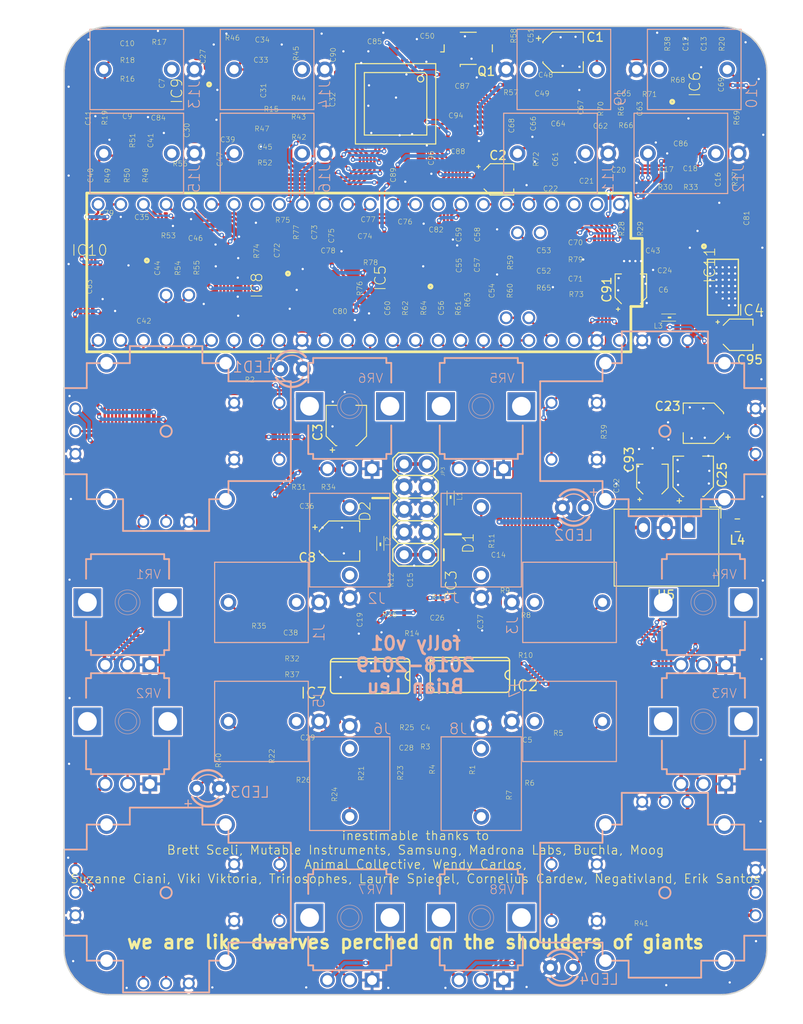
<source format=kicad_pcb>
(kicad_pcb (version 20171130) (host pcbnew 5.1.2)

  (general
    (thickness 1.6)
    (drawings 11)
    (tracks 2562)
    (zones 0)
    (modules 228)
    (nets 176)
  )

  (page A4 portrait)
  (layers
    (0 Top signal)
    (31 Bottom signal)
    (32 B.Adhes user hide)
    (33 F.Adhes user hide)
    (34 B.Paste user hide)
    (35 F.Paste user hide)
    (36 B.SilkS user)
    (37 F.SilkS user)
    (38 B.Mask user)
    (39 F.Mask user hide)
    (40 Dwgs.User user hide)
    (41 Cmts.User user)
    (42 Eco1.User user hide)
    (43 Eco2.User user hide)
    (44 Edge.Cuts user)
    (45 Margin user hide)
    (46 B.CrtYd user)
    (47 F.CrtYd user hide)
    (48 B.Fab user hide)
    (49 F.Fab user hide)
  )

  (setup
    (last_trace_width 0.1524)
    (user_trace_width 0.254)
    (user_trace_width 0.4064)
    (user_trace_width 0.6096)
    (trace_clearance 0.1524)
    (zone_clearance 0.508)
    (zone_45_only no)
    (trace_min 0.1524)
    (via_size 0.508)
    (via_drill 0.254)
    (via_min_size 0.508)
    (via_min_drill 0.254)
    (uvia_size 0.508)
    (uvia_drill 0.254)
    (uvias_allowed no)
    (uvia_min_size 0.2)
    (uvia_min_drill 0.1)
    (edge_width 0.15)
    (segment_width 0.2)
    (pcb_text_width 0.3)
    (pcb_text_size 1.5 1.5)
    (mod_edge_width 0.15)
    (mod_text_size 1 1)
    (mod_text_width 0.15)
    (pad_size 1.524 1.524)
    (pad_drill 0.762)
    (pad_to_mask_clearance 0.0508)
    (solder_mask_min_width 0.25)
    (aux_axis_origin 0 0)
    (visible_elements FEFDAE7F)
    (pcbplotparams
      (layerselection 0x010fc_ffffffff)
      (usegerberextensions false)
      (usegerberattributes false)
      (usegerberadvancedattributes false)
      (creategerberjobfile false)
      (excludeedgelayer true)
      (linewidth 0.100000)
      (plotframeref false)
      (viasonmask false)
      (mode 1)
      (useauxorigin false)
      (hpglpennumber 1)
      (hpglpenspeed 20)
      (hpglpendiameter 15.000000)
      (psnegative false)
      (psa4output false)
      (plotreference true)
      (plotvalue true)
      (plotinvisibletext false)
      (padsonsilk false)
      (subtractmaskfromsilk false)
      (outputformat 1)
      (mirror false)
      (drillshape 1)
      (scaleselection 1)
      (outputdirectory "./"))
  )

  (net 0 "")
  (net 1 GND)
  (net 2 VEE)
  (net 3 VCC)
  (net 4 /DSDATA)
  (net 5 "Net-(C50-Pad1)")
  (net 6 /+3V3_A)
  (net 7 "Net-(C48-Pad2)")
  (net 8 /IN4N)
  (net 9 /IN4P)
  (net 10 /IN3N)
  (net 11 /IN3P)
  (net 12 /IN2N)
  (net 13 /IN2P)
  (net 14 /IN1N)
  (net 15 /IN1P)
  (net 16 /FILTR)
  (net 17 /OUT4)
  (net 18 /OUT3)
  (net 19 /OUT2)
  (net 20 /OUT1)
  (net 21 /CS)
  (net 22 /SCK)
  (net 23 /MISO)
  (net 24 /MOSI)
  (net 25 /LRCLK)
  (net 26 /BCLK)
  (net 27 /ASDATA)
  (net 28 "Net-(U$3-PadP$18)")
  (net 29 "Net-(U$3-PadP$17)")
  (net 30 /+3V3)
  (net 31 /RESET)
  (net 32 "Net-(U$3-PadP$9)")
  (net 33 "Net-(U$3-PadP$8)")
  (net 34 "Net-(U$3-PadP$7)")
  (net 35 "Net-(U$3-PadP$6)")
  (net 36 "Net-(R58-Pad1)")
  (net 37 "Net-(C12-Pad1)")
  (net 38 "Net-(J9-PadP2)")
  (net 39 "Net-(C52-Pad1)")
  (net 40 "Net-(J10-PadP2)")
  (net 41 "Net-(C61-Pad1)")
  (net 42 "Net-(J11-PadP2)")
  (net 43 "Net-(C70-Pad1)")
  (net 44 "Net-(J12-PadP2)")
  (net 45 "Net-(C10-Pad2)")
  (net 46 "Net-(J13-PadP2)")
  (net 47 "Net-(C40-Pad2)")
  (net 48 "Net-(J15-PadP2)")
  (net 49 "Net-(C33-Pad2)")
  (net 50 "Net-(J14-PadP2)")
  (net 51 "Net-(C46-Pad2)")
  (net 52 "Net-(J16-PadP2)")
  (net 53 /JOY_Y3)
  (net 54 /JOY_X3)
  (net 55 /SW_3)
  (net 56 /JOY_Y1)
  (net 57 /JOY_X1)
  (net 58 /SW_1)
  (net 59 /JOY_Y2)
  (net 60 /JOY_X2)
  (net 61 /SW_2)
  (net 62 /JOY_Y4)
  (net 63 /JOY_X4)
  (net 64 /SW_4)
  (net 65 /CV_X4)
  (net 66 /CV_Y1)
  (net 67 "Net-(C29-Pad1)")
  (net 68 "Net-(C38-Pad1)")
  (net 69 "Net-(C28-Pad1)")
  (net 70 "Net-(C36-Pad1)")
  (net 71 /CV_Y4)
  (net 72 /CV_X1)
  (net 73 "Net-(J5-PadP3)")
  (net 74 /AREF_-10)
  (net 75 "Net-(J6-PadP3)")
  (net 76 "Net-(J2-PadP3)")
  (net 77 "Net-(J3-PadP3)")
  (net 78 "Net-(J3-PadP2)")
  (net 79 "Net-(J7-PadP3)")
  (net 80 "Net-(J7-PadP2)")
  (net 81 "Net-(J8-PadP3)")
  (net 82 "Net-(J8-PadP2)")
  (net 83 "Net-(J1-PadP3)")
  (net 84 "Net-(J6-PadP2)")
  (net 85 "Net-(J5-PadP2)")
  (net 86 "Net-(J1-PadP2)")
  (net 87 "Net-(J4-PadP3)")
  (net 88 "Net-(J4-PadP2)")
  (net 89 "Net-(J2-PadP2)")
  (net 90 /CV_X3)
  (net 91 /CV_Y2)
  (net 92 "Net-(C4-Pad1)")
  (net 93 "Net-(C26-Pad1)")
  (net 94 "Net-(C5-Pad1)")
  (net 95 "Net-(C14-Pad1)")
  (net 96 /CV_Y3)
  (net 97 /CV_X2)
  (net 98 "Net-(C6-Pad1)")
  (net 99 /+5V)
  (net 100 "Net-(D1-PadA)")
  (net 101 "Net-(D2-PadC)")
  (net 102 "Net-(C9-Pad1)")
  (net 103 "Net-(C7-Pad1)")
  (net 104 "Net-(C10-Pad1)")
  (net 105 "Net-(C7-Pad2)")
  (net 106 "Net-(U$1-PadA26)")
  (net 107 /ATT_Y1)
  (net 108 /ATT_Y4)
  (net 109 /ATT_X2)
  (net 110 /ATT_Y2)
  (net 111 /ATT_Y3)
  (net 112 /ATT_X3)
  (net 113 /ATT_X1)
  (net 114 /LED_1)
  (net 115 /LED_3)
  (net 116 "Net-(U$1-Pad25)")
  (net 117 "Net-(U$1-Pad24)")
  (net 118 "Net-(U$1-Pad3V3_LO)")
  (net 119 "Net-(U$1-Pad0/RX)")
  (net 120 /ATT_X4)
  (net 121 /LED_4)
  (net 122 /LED_2)
  (net 123 "Net-(U$1-Pad2)")
  (net 124 "Net-(U$1-Pad1/TX)")
  (net 125 "Net-(C13-Pad2)")
  (net 126 "Net-(C16-Pad1)")
  (net 127 "Net-(C16-Pad2)")
  (net 128 "Net-(IC11-Pad6)")
  (net 129 "Net-(IC11-Pad7)")
  (net 130 "Net-(C17-Pad1)")
  (net 131 "Net-(C18-Pad1)")
  (net 132 "Net-(LED1-PadA)")
  (net 133 "Net-(LED2-PadA)")
  (net 134 "Net-(LED3-PadA)")
  (net 135 "Net-(LED4-PadA)")
  (net 136 "Net-(C32-Pad1)")
  (net 137 "Net-(C31-Pad1)")
  (net 138 "Net-(C31-Pad2)")
  (net 139 "Net-(C33-Pad1)")
  (net 140 "Net-(C39-Pad1)")
  (net 141 "Net-(C35-Pad1)")
  (net 142 "Net-(C40-Pad1)")
  (net 143 "Net-(C35-Pad2)")
  (net 144 "Net-(C45-Pad1)")
  (net 145 "Net-(C44-Pad1)")
  (net 146 "Net-(C44-Pad2)")
  (net 147 "Net-(C46-Pad1)")
  (net 148 "Net-(C51-Pad1)")
  (net 149 "Net-(C49-Pad2)")
  (net 150 "Net-(C53-Pad2)")
  (net 151 "Net-(C54-Pad1)")
  (net 152 "Net-(C54-Pad2)")
  (net 153 "Net-(IC5-Pad6)")
  (net 154 "Net-(IC5-Pad7)")
  (net 155 "Net-(C55-Pad1)")
  (net 156 "Net-(C56-Pad1)")
  (net 157 "Net-(C62-Pad2)")
  (net 158 "Net-(C63-Pad1)")
  (net 159 "Net-(C63-Pad2)")
  (net 160 "Net-(IC6-Pad6)")
  (net 161 "Net-(IC6-Pad7)")
  (net 162 "Net-(C64-Pad1)")
  (net 163 "Net-(C65-Pad1)")
  (net 164 "Net-(C71-Pad2)")
  (net 165 "Net-(C72-Pad1)")
  (net 166 "Net-(C72-Pad2)")
  (net 167 "Net-(IC8-Pad6)")
  (net 168 "Net-(IC8-Pad7)")
  (net 169 "Net-(C73-Pad1)")
  (net 170 "Net-(C74-Pad1)")
  (net 171 "Net-(D2-PadA)")
  (net 172 "Net-(C1-Pad1)")
  (net 173 "Net-(C23-Pad1)")
  (net 174 "Net-(C25-Pad1)")
  (net 175 "Net-(U$1-Pad7)")

  (net_class Default "This is the default net class."
    (clearance 0.1524)
    (trace_width 0.1524)
    (via_dia 0.508)
    (via_drill 0.254)
    (uvia_dia 0.508)
    (uvia_drill 0.254)
    (add_net /+3V3)
    (add_net /+3V3_A)
    (add_net /+5V)
    (add_net /AREF_-10)
    (add_net /ASDATA)
    (add_net /ATT_X1)
    (add_net /ATT_X2)
    (add_net /ATT_X3)
    (add_net /ATT_X4)
    (add_net /ATT_Y1)
    (add_net /ATT_Y2)
    (add_net /ATT_Y3)
    (add_net /ATT_Y4)
    (add_net /BCLK)
    (add_net /CS)
    (add_net /CV_X1)
    (add_net /CV_X2)
    (add_net /CV_X3)
    (add_net /CV_X4)
    (add_net /CV_Y1)
    (add_net /CV_Y2)
    (add_net /CV_Y3)
    (add_net /CV_Y4)
    (add_net /DSDATA)
    (add_net /FILTR)
    (add_net /IN1N)
    (add_net /IN1P)
    (add_net /IN2N)
    (add_net /IN2P)
    (add_net /IN3N)
    (add_net /IN3P)
    (add_net /IN4N)
    (add_net /IN4P)
    (add_net /JOY_X1)
    (add_net /JOY_X2)
    (add_net /JOY_X3)
    (add_net /JOY_X4)
    (add_net /JOY_Y1)
    (add_net /JOY_Y2)
    (add_net /JOY_Y3)
    (add_net /JOY_Y4)
    (add_net /LED_1)
    (add_net /LED_2)
    (add_net /LED_3)
    (add_net /LED_4)
    (add_net /LRCLK)
    (add_net /MISO)
    (add_net /MOSI)
    (add_net /OUT1)
    (add_net /OUT2)
    (add_net /OUT3)
    (add_net /OUT4)
    (add_net /RESET)
    (add_net /SCK)
    (add_net /SW_1)
    (add_net /SW_2)
    (add_net /SW_3)
    (add_net /SW_4)
    (add_net GND)
    (add_net "Net-(C1-Pad1)")
    (add_net "Net-(C10-Pad1)")
    (add_net "Net-(C10-Pad2)")
    (add_net "Net-(C12-Pad1)")
    (add_net "Net-(C13-Pad2)")
    (add_net "Net-(C14-Pad1)")
    (add_net "Net-(C16-Pad1)")
    (add_net "Net-(C16-Pad2)")
    (add_net "Net-(C17-Pad1)")
    (add_net "Net-(C18-Pad1)")
    (add_net "Net-(C23-Pad1)")
    (add_net "Net-(C25-Pad1)")
    (add_net "Net-(C26-Pad1)")
    (add_net "Net-(C28-Pad1)")
    (add_net "Net-(C29-Pad1)")
    (add_net "Net-(C31-Pad1)")
    (add_net "Net-(C31-Pad2)")
    (add_net "Net-(C32-Pad1)")
    (add_net "Net-(C33-Pad1)")
    (add_net "Net-(C33-Pad2)")
    (add_net "Net-(C35-Pad1)")
    (add_net "Net-(C35-Pad2)")
    (add_net "Net-(C36-Pad1)")
    (add_net "Net-(C38-Pad1)")
    (add_net "Net-(C39-Pad1)")
    (add_net "Net-(C4-Pad1)")
    (add_net "Net-(C40-Pad1)")
    (add_net "Net-(C40-Pad2)")
    (add_net "Net-(C44-Pad1)")
    (add_net "Net-(C44-Pad2)")
    (add_net "Net-(C45-Pad1)")
    (add_net "Net-(C46-Pad1)")
    (add_net "Net-(C46-Pad2)")
    (add_net "Net-(C48-Pad2)")
    (add_net "Net-(C49-Pad2)")
    (add_net "Net-(C5-Pad1)")
    (add_net "Net-(C50-Pad1)")
    (add_net "Net-(C51-Pad1)")
    (add_net "Net-(C52-Pad1)")
    (add_net "Net-(C53-Pad2)")
    (add_net "Net-(C54-Pad1)")
    (add_net "Net-(C54-Pad2)")
    (add_net "Net-(C55-Pad1)")
    (add_net "Net-(C56-Pad1)")
    (add_net "Net-(C6-Pad1)")
    (add_net "Net-(C61-Pad1)")
    (add_net "Net-(C62-Pad2)")
    (add_net "Net-(C63-Pad1)")
    (add_net "Net-(C63-Pad2)")
    (add_net "Net-(C64-Pad1)")
    (add_net "Net-(C65-Pad1)")
    (add_net "Net-(C7-Pad1)")
    (add_net "Net-(C7-Pad2)")
    (add_net "Net-(C70-Pad1)")
    (add_net "Net-(C71-Pad2)")
    (add_net "Net-(C72-Pad1)")
    (add_net "Net-(C72-Pad2)")
    (add_net "Net-(C73-Pad1)")
    (add_net "Net-(C74-Pad1)")
    (add_net "Net-(C9-Pad1)")
    (add_net "Net-(D1-PadA)")
    (add_net "Net-(D2-PadA)")
    (add_net "Net-(D2-PadC)")
    (add_net "Net-(IC11-Pad6)")
    (add_net "Net-(IC11-Pad7)")
    (add_net "Net-(IC5-Pad6)")
    (add_net "Net-(IC5-Pad7)")
    (add_net "Net-(IC6-Pad6)")
    (add_net "Net-(IC6-Pad7)")
    (add_net "Net-(IC8-Pad6)")
    (add_net "Net-(IC8-Pad7)")
    (add_net "Net-(J1-PadP2)")
    (add_net "Net-(J1-PadP3)")
    (add_net "Net-(J10-PadP2)")
    (add_net "Net-(J11-PadP2)")
    (add_net "Net-(J12-PadP2)")
    (add_net "Net-(J13-PadP2)")
    (add_net "Net-(J14-PadP2)")
    (add_net "Net-(J15-PadP2)")
    (add_net "Net-(J16-PadP2)")
    (add_net "Net-(J2-PadP2)")
    (add_net "Net-(J2-PadP3)")
    (add_net "Net-(J3-PadP2)")
    (add_net "Net-(J3-PadP3)")
    (add_net "Net-(J4-PadP2)")
    (add_net "Net-(J4-PadP3)")
    (add_net "Net-(J5-PadP2)")
    (add_net "Net-(J5-PadP3)")
    (add_net "Net-(J6-PadP2)")
    (add_net "Net-(J6-PadP3)")
    (add_net "Net-(J7-PadP2)")
    (add_net "Net-(J7-PadP3)")
    (add_net "Net-(J8-PadP2)")
    (add_net "Net-(J8-PadP3)")
    (add_net "Net-(J9-PadP2)")
    (add_net "Net-(LED1-PadA)")
    (add_net "Net-(LED2-PadA)")
    (add_net "Net-(LED3-PadA)")
    (add_net "Net-(LED4-PadA)")
    (add_net "Net-(R58-Pad1)")
    (add_net "Net-(U$1-Pad0/RX)")
    (add_net "Net-(U$1-Pad1/TX)")
    (add_net "Net-(U$1-Pad2)")
    (add_net "Net-(U$1-Pad24)")
    (add_net "Net-(U$1-Pad25)")
    (add_net "Net-(U$1-Pad3V3_LO)")
    (add_net "Net-(U$1-Pad7)")
    (add_net "Net-(U$1-PadA26)")
    (add_net "Net-(U$3-PadP$17)")
    (add_net "Net-(U$3-PadP$18)")
    (add_net "Net-(U$3-PadP$6)")
    (add_net "Net-(U$3-PadP$7)")
    (add_net "Net-(U$3-PadP$8)")
    (add_net "Net-(U$3-PadP$9)")
    (add_net VCC)
    (add_net VEE)
  )

  (module orbits_v10:LED3MM (layer Bottom) (tedit 5CF6811F) (tstamp 5CF6E012)
    (at 25.527 -70.104)
    (descr "<B>LED</B><p>\n3 mm, round")
    (path /D5D4A691)
    (fp_text reference LED1 (at -2.159 0.508) (layer B.SilkS)
      (effects (font (size 1.2065 1.2065) (thickness 0.127)) (justify left bottom mirror))
    )
    (fp_text value "" (at 1.905 -1.651) (layer B.SilkS)
      (effects (font (size 1.2065 1.2065) (thickness 0.127)) (justify left bottom mirror))
    )
    (fp_line (start -2.3622 -1.6002) (end -2.3622 -0.8128) (layer B.SilkS) (width 0.127))
    (fp_line (start -2.7178 -1.1938) (end -1.9812 -1.1938) (layer B.SilkS) (width 0.127))
    (fp_arc (start 0 -0.000083) (end -2.032 0) (angle 31.60822) (layer B.Fab) (width 0.254))
    (fp_arc (start 0 -0.000002) (end -2.032 0) (angle -28.301701) (layer B.Fab) (width 0.254))
    (fp_arc (start -0.000056 0) (end -1.7643 -1.0082) (angle 60.255215) (layer B.SilkS) (width 0.254))
    (fp_arc (start 0.000037 0) (end 0 -2.032) (angle 49.763022) (layer B.SilkS) (width 0.254))
    (fp_arc (start 0.00006 0) (end -1.7929 0.9562) (angle -61.926949) (layer B.SilkS) (width 0.254))
    (fp_arc (start 0.000012 0) (end 0 2.032) (angle -50.193108) (layer B.SilkS) (width 0.254))
    (fp_arc (start 0 0) (end 0 -1.016) (angle 90) (layer B.Fab) (width 0.1524))
    (fp_arc (start 0 0) (end 0 -0.635) (angle 90) (layer B.Fab) (width 0.1524))
    (fp_arc (start 0 0) (end -1.016 0) (angle -90) (layer B.Fab) (width 0.1524))
    (fp_arc (start 0 0) (end -0.635 0) (angle -90) (layer B.Fab) (width 0.1524))
    (fp_arc (start 0.000008 0) (end -1.203 -0.9356) (angle 52.126876) (layer B.SilkS) (width 0.1524))
    (fp_arc (start -0.000008 0) (end 0 -1.524) (angle 52.126876) (layer B.SilkS) (width 0.1524))
    (fp_arc (start 0 0) (end -1.2192 0.9144) (angle -53.130102) (layer B.SilkS) (width 0.1524))
    (fp_arc (start -0.000034 0) (end 0 1.524) (angle -54.461337) (layer B.SilkS) (width 0.1524))
    (fp_arc (start 0 0.000004) (end 1.1708 -0.9756) (angle 39.80361) (layer B.Fab) (width 0.1524))
    (fp_arc (start 0 -0.000014) (end 1.1571 0.9918) (angle -40.601165) (layer B.Fab) (width 0.1524))
    (fp_arc (start 0 -0.000063) (end -1.524 0) (angle 41.633208) (layer B.Fab) (width 0.1524))
    (fp_arc (start 0 -0.000004) (end -1.524 0) (angle -39.80361) (layer B.Fab) (width 0.1524))
    (fp_line (start 1.5748 -1.27) (end 1.5748 1.27) (layer B.Fab) (width 0.254))
    (pad K thru_hole circle (at 1.27 0) (size 1.6764 1.6764) (drill 0.8128) (layers *.Cu *.Mask)
      (net 1 GND) (solder_mask_margin 0.0635))
    (pad A thru_hole circle (at -1.27 0) (size 1.6764 1.6764) (drill 0.8128) (layers *.Cu *.Mask)
      (net 132 "Net-(LED1-PadA)") (solder_mask_margin 0.0635))
  )

  (module orbits_v10:LED3MM (layer Bottom) (tedit 0) (tstamp 5B6E1AD7)
    (at 16.129 -23.114)
    (descr "<B>LED</B><p>\n3 mm, round")
    (path /57046BE5)
    (fp_text reference LED3 (at 6.985 1.143) (layer B.SilkS)
      (effects (font (size 1.2065 1.2065) (thickness 0.127)) (justify left bottom mirror))
    )
    (fp_text value "" (at 9.779 -1.397) (layer Cmts.User)
      (effects (font (size 1.2065 1.2065) (thickness 0.127)) (justify left bottom))
    )
    (fp_line (start -2.2352 1.3208) (end -2.2352 2.1082) (layer B.SilkS) (width 0.127))
    (fp_line (start -2.5908 1.7272) (end -1.8542 1.7272) (layer B.SilkS) (width 0.127))
    (fp_arc (start 0 -0.000083) (end -2.032 0) (angle 31.60822) (layer B.Fab) (width 0.254))
    (fp_arc (start 0 -0.000002) (end -2.032 0) (angle -28.301701) (layer B.Fab) (width 0.254))
    (fp_arc (start -0.000056 0) (end -1.7643 -1.0082) (angle 60.255215) (layer B.SilkS) (width 0.254))
    (fp_arc (start 0.000037 0) (end 0 -2.032) (angle 49.763022) (layer B.SilkS) (width 0.254))
    (fp_arc (start 0.00006 0) (end -1.7929 0.9562) (angle -61.926949) (layer B.SilkS) (width 0.254))
    (fp_arc (start 0.000012 0) (end 0 2.032) (angle -50.193108) (layer B.SilkS) (width 0.254))
    (fp_arc (start 0 0) (end 0 -1.016) (angle 90) (layer B.Fab) (width 0.1524))
    (fp_arc (start 0 0) (end 0 -0.635) (angle 90) (layer B.Fab) (width 0.1524))
    (fp_arc (start 0 0) (end -1.016 0) (angle -90) (layer B.Fab) (width 0.1524))
    (fp_arc (start 0 0) (end -0.635 0) (angle -90) (layer B.Fab) (width 0.1524))
    (fp_arc (start 0.000008 0) (end -1.203 -0.9356) (angle 52.126876) (layer B.SilkS) (width 0.1524))
    (fp_arc (start -0.000008 0) (end 0 -1.524) (angle 52.126876) (layer B.SilkS) (width 0.1524))
    (fp_arc (start 0 0) (end -1.2192 0.9144) (angle -53.130102) (layer B.SilkS) (width 0.1524))
    (fp_arc (start -0.000034 0) (end 0 1.524) (angle -54.461337) (layer B.SilkS) (width 0.1524))
    (fp_arc (start 0 0.000004) (end 1.1708 -0.9756) (angle 39.80361) (layer B.Fab) (width 0.1524))
    (fp_arc (start 0 -0.000014) (end 1.1571 0.9918) (angle -40.601165) (layer B.Fab) (width 0.1524))
    (fp_arc (start 0 -0.000063) (end -1.524 0) (angle 41.633208) (layer B.Fab) (width 0.1524))
    (fp_arc (start 0 -0.000004) (end -1.524 0) (angle -39.80361) (layer B.Fab) (width 0.1524))
    (fp_line (start 1.5748 -1.27) (end 1.5748 1.27) (layer B.Fab) (width 0.254))
    (pad K thru_hole circle (at 1.27 0) (size 1.6764 1.6764) (drill 0.8128) (layers *.Cu *.Mask)
      (net 1 GND) (solder_mask_margin 0.0635))
    (pad A thru_hole circle (at -1.27 0) (size 1.6764 1.6764) (drill 0.8128) (layers *.Cu *.Mask)
      (net 134 "Net-(LED3-PadA)") (solder_mask_margin 0.0635))
  )

  (module orbits_v10:SPARKFUN-ELECTROMECHANICAL_JOYSTICK (layer Bottom) (tedit 5C7AC46B) (tstamp 5B6E4F0F)
    (at 67.31 -11.43 270)
    (path /7C57E89D)
    (fp_text reference U4 (at 0 0 270) (layer B.SilkS) hide
      (effects (font (size 1.27 1.27) (thickness 0.15)) (justify mirror))
    )
    (fp_text value SPARKFUN-ELECTROMECHANICAL_JOYSTICKPTH (at 0 0 270) (layer B.SilkS) hide
      (effects (font (size 1.27 1.27) (thickness 0.15)) (justify mirror))
    )
    (fp_text user >Value (at -5.08 -6.35 270) (layer Cmts.User)
      (effects (font (size 1.2065 1.2065) (thickness 0.1016)) (justify left bottom))
    )
    (fp_text user >Name (at -5.08 -5.08 270) (layer Cmts.User)
      (effects (font (size 1.2065 1.2065) (thickness 0.1016)) (justify left bottom))
    )
    (fp_line (start 0.635 7.62) (end 1.905 7.62) (layer B.Fab) (width 0.2032))
    (fp_line (start -0.635 7.62) (end 0.635 8.255) (layer B.Fab) (width 0.2032))
    (fp_line (start -1.905 7.62) (end -0.635 7.62) (layer B.Fab) (width 0.2032))
    (fp_line (start -7.62 -4.826) (end -7.62 -8.89) (layer B.SilkS) (width 0.2032))
    (fp_line (start -7.62 4.826) (end -7.62 6.985) (layer B.SilkS) (width 0.2032))
    (fp_line (start -11.176 4.826) (end -11.176 -4.826) (layer B.SilkS) (width 0.2032))
    (fp_line (start -7.62 -4.826) (end -11.176 -4.826) (layer B.SilkS) (width 0.2032))
    (fp_line (start -7.62 4.826) (end -11.176 4.826) (layer B.SilkS) (width 0.2032))
    (fp_line (start -5.588 13.97) (end -5.588 6.985) (layer B.SilkS) (width 0.2032))
    (fp_line (start 5.588 13.97) (end 5.588 6.985) (layer B.SilkS) (width 0.2032))
    (fp_line (start -5.588 6.985) (end -7.62 6.985) (layer B.SilkS) (width 0.2032))
    (fp_line (start 7.62 6.985) (end 5.588 6.985) (layer B.SilkS) (width 0.2032))
    (fp_line (start 7.62 -4.064) (end 9.525 -4.064) (layer B.SilkS) (width 0.2032))
    (fp_line (start 7.62 4.064) (end 9.525 4.064) (layer B.SilkS) (width 0.2032))
    (fp_line (start 7.62 -4.064) (end 7.62 -8.89) (layer B.SilkS) (width 0.2032))
    (fp_line (start 7.62 4.064) (end 7.62 6.985) (layer B.SilkS) (width 0.2032))
    (fp_line (start 9.525 4.064) (end 9.525 -4.064) (layer B.SilkS) (width 0.2032))
    (fp_line (start -4.826 -8.89) (end -7.62 -8.89) (layer B.SilkS) (width 0.2032))
    (fp_line (start 4.826 -8.89) (end 7.62 -8.89) (layer B.SilkS) (width 0.2032))
    (fp_line (start -4.826 -11.43) (end -4.826 -8.89) (layer B.SilkS) (width 0.2032))
    (fp_line (start 4.826 -11.43) (end 4.826 -8.89) (layer B.SilkS) (width 0.2032))
    (fp_line (start 4.826 -11.43) (end -4.826 -11.43) (layer B.SilkS) (width 0.2032))
    (fp_line (start 5.588 13.97) (end -5.588 13.97) (layer B.SilkS) (width 0.2032))
    (fp_circle (center 0 0) (end 12.7 0) (layer B.Fab) (width 0.2032))
    (fp_circle (center 0 0) (end 0.635 0) (layer B.SilkS) (width 0.2032))
    (pad V3 thru_hole circle (at -10.16 -2.54 270) (size 1.3335 1.3335) (drill 0.889) (layers *.Cu *.Mask)
      (net 6 /+3V3_A) (solder_mask_margin 0.0635))
    (pad V2 thru_hole circle (at -10.16 0 270) (size 1.3335 1.3335) (drill 0.889) (layers *.Cu *.Mask)
      (net 62 /JOY_Y4) (solder_mask_margin 0.0635))
    (pad V1 thru_hole circle (at -10.16 2.54 270) (size 1.3335 1.3335) (drill 0.889) (layers *.Cu *.Mask)
      (net 1 GND) (solder_mask_margin 0.0635))
    (pad MOUNT4 thru_hole circle (at 7.62 6.6675 270) (size 2.0955 2.0955) (drill 1.397) (layers *.Cu *.Mask)
      (solder_mask_margin 0.0635))
    (pad MOUNT3 thru_hole circle (at 7.62 -6.6675 270) (size 2.0955 2.0955) (drill 1.397) (layers *.Cu *.Mask)
      (solder_mask_margin 0.0635))
    (pad MOUNT2 thru_hole circle (at -7.62 -6.6675 270) (size 2.0955 2.0955) (drill 1.397) (layers *.Cu *.Mask)
      (solder_mask_margin 0.0635))
    (pad MOUNT1 thru_hole circle (at -7.62 6.6675 270) (size 2.0955 2.0955) (drill 1.397) (layers *.Cu *.Mask)
      (solder_mask_margin 0.0635))
    (pad H3 thru_hole circle (at 2.54 -10.16 270) (size 1.3335 1.3335) (drill 0.889) (layers *.Cu *.Mask)
      (net 6 /+3V3_A) (solder_mask_margin 0.0635))
    (pad H2 thru_hole circle (at 0 -10.16 270) (size 1.3335 1.3335) (drill 0.889) (layers *.Cu *.Mask)
      (net 63 /JOY_X4) (solder_mask_margin 0.0635))
    (pad H1 thru_hole circle (at -2.54 -10.16 270) (size 1.3335 1.3335) (drill 0.889) (layers *.Cu *.Mask)
      (net 1 GND) (solder_mask_margin 0.0635))
    (pad B2B thru_hole circle (at 3.175 7.62 270) (size 1.35 1.35) (drill 0.9) (layers *.Cu *.Mask)
      (net 1 GND) (solder_mask_margin 0.0635))
    (pad B2A thru_hole circle (at -3.175 7.62 270) (size 1.35 1.35) (drill 0.9) (layers *.Cu *.Mask)
      (net 1 GND) (solder_mask_margin 0.0635))
    (pad B1B thru_hole circle (at 3.175 12.7 270) (size 1.35 1.35) (drill 0.9) (layers *.Cu *.Mask)
      (net 64 /SW_4) (solder_mask_margin 0.0635))
    (pad B1A thru_hole circle (at -3.175 12.7 270) (size 1.35 1.35) (drill 0.9) (layers *.Cu *.Mask)
      (net 64 /SW_4) (solder_mask_margin 0.0635))
  )

  (module Crystal:Crystal_SMD_Abracon_ABM3B-4Pin_5.0x3.2mm (layer Top) (tedit 5A0FD1B2) (tstamp 5CF1C399)
    (at 45.2816 -106.0004)
    (descr "Abracon Miniature Ceramic Smd Crystal ABM3B http://www.abracon.com/Resonators/abm3b.pdf, 5.0x3.2mm^2 package")
    (tags "SMD SMT crystal")
    (path /7A211019)
    (attr smd)
    (fp_text reference Q1 (at 2.0132 2.5716) (layer F.SilkS)
      (effects (font (size 1 1) (thickness 0.15)))
    )
    (fp_text value XTAL-4-3225 (at 0 2.8) (layer F.Fab)
      (effects (font (size 1 1) (thickness 0.15)))
    )
    (fp_circle (center 0 0) (end 0.116667 0) (layer F.Adhes) (width 0.233333))
    (fp_circle (center 0 0) (end 0.266667 0) (layer F.Adhes) (width 0.166667))
    (fp_circle (center 0 0) (end 0.416667 0) (layer F.Adhes) (width 0.166667))
    (fp_circle (center 0 0) (end 0.5 0) (layer F.Adhes) (width 0.1))
    (fp_line (start 3.2 -2.1) (end -3.2 -2.1) (layer F.CrtYd) (width 0.05))
    (fp_line (start 3.2 2.1) (end 3.2 -2.1) (layer F.CrtYd) (width 0.05))
    (fp_line (start -3.2 2.1) (end 3.2 2.1) (layer F.CrtYd) (width 0.05))
    (fp_line (start -3.2 -2.1) (end -3.2 2.1) (layer F.CrtYd) (width 0.05))
    (fp_line (start -0.9 1.8) (end -0.9 2.04) (layer F.SilkS) (width 0.12))
    (fp_line (start 0.9 1.8) (end -0.9 1.8) (layer F.SilkS) (width 0.12))
    (fp_line (start -0.9 -1.8) (end 0.9 -1.8) (layer F.SilkS) (width 0.12))
    (fp_line (start 2.7 -0.4) (end 2.7 0.4) (layer F.SilkS) (width 0.12))
    (fp_line (start -2.7 0.4) (end -2.7 -0.4) (layer F.SilkS) (width 0.12))
    (fp_line (start -3.1 0.4) (end -2.7 0.4) (layer F.SilkS) (width 0.12))
    (fp_line (start -2.5 0.6) (end -1.5 1.6) (layer F.Fab) (width 0.1))
    (fp_line (start -2.5 -1.4) (end -2.3 -1.6) (layer F.Fab) (width 0.1))
    (fp_line (start -2.5 1.4) (end -2.5 -1.4) (layer F.Fab) (width 0.1))
    (fp_line (start -2.3 1.6) (end -2.5 1.4) (layer F.Fab) (width 0.1))
    (fp_line (start 2.3 1.6) (end -2.3 1.6) (layer F.Fab) (width 0.1))
    (fp_line (start 2.5 1.4) (end 2.3 1.6) (layer F.Fab) (width 0.1))
    (fp_line (start 2.5 -1.4) (end 2.5 1.4) (layer F.Fab) (width 0.1))
    (fp_line (start 2.3 -1.6) (end 2.5 -1.4) (layer F.Fab) (width 0.1))
    (fp_line (start -2.3 -1.6) (end 2.3 -1.6) (layer F.Fab) (width 0.1))
    (fp_text user %R (at 0 0) (layer F.Fab)
      (effects (font (size 1 1) (thickness 0.15)))
    )
    (pad 4 smd rect (at -2 -1.2) (size 1.8 1.2) (layers Top F.Paste F.Mask)
      (net 1 GND))
    (pad 3 smd rect (at 2 -1.2) (size 1.8 1.2) (layers Top F.Paste F.Mask)
      (net 148 "Net-(C51-Pad1)"))
    (pad 2 smd rect (at 2 1.2) (size 1.8 1.2) (layers Top F.Paste F.Mask)
      (net 1 GND))
    (pad 1 smd rect (at -2 1.2) (size 1.8 1.2) (layers Top F.Paste F.Mask)
      (net 5 "Net-(C50-Pad1)"))
    (model ${KISYS3DMOD}/Crystal.3dshapes/Crystal_SMD_Abracon_ABM3B-4Pin_5.0x3.2mm.wrl
      (at (xyz 0 0 0))
      (scale (xyz 1 1 1))
      (rotate (xyz 0 0 0))
    )
  )

  (module orbits_v10:C0603 (layer Top) (tedit 5C78AC6A) (tstamp 5BB900DD)
    (at 55.626 -102.0064 180)
    (descr <b>CAPACITOR</b>)
    (path /BBC203E3)
    (fp_text reference C48 (at 2.54 0.6731) (layer F.SilkS)
      (effects (font (size 0.57912 0.57912) (thickness 0.046329)) (justify left bottom))
    )
    (fp_text value 390p (at -0.635 1.905) (layer Cmts.User)
      (effects (font (size 1.2065 1.2065) (thickness 0.09652)) (justify right top))
    )
    (fp_poly (pts (xy -0.1999 0.3) (xy 0.1999 0.3) (xy 0.1999 -0.3) (xy -0.1999 -0.3)) (layer F.Adhes) (width 0))
    (fp_poly (pts (xy 0.3302 0.4699) (xy 0.8303 0.4699) (xy 0.8303 -0.4801) (xy 0.3302 -0.4801)) (layer F.Fab) (width 0))
    (fp_poly (pts (xy -0.8382 0.4699) (xy -0.3381 0.4699) (xy -0.3381 -0.4801) (xy -0.8382 -0.4801)) (layer F.Fab) (width 0))
    (fp_line (start -0.356 0.419) (end 0.356 0.419) (layer F.Fab) (width 0.1016))
    (fp_line (start -0.356 -0.432) (end 0.356 -0.432) (layer F.Fab) (width 0.1016))
    (fp_line (start -1.473 0.983) (end -1.473 -0.983) (layer Dwgs.User) (width 0.0508))
    (fp_line (start 1.473 0.983) (end -1.473 0.983) (layer Dwgs.User) (width 0.0508))
    (fp_line (start 1.473 -0.983) (end 1.473 0.983) (layer Dwgs.User) (width 0.0508))
    (fp_line (start -1.473 -0.983) (end 1.473 -0.983) (layer Dwgs.User) (width 0.0508))
    (pad 2 smd rect (at 0.85 0 180) (size 1.1 1) (layers Top F.Paste F.Mask)
      (net 7 "Net-(C48-Pad2)") (solder_mask_margin 0.0635))
    (pad 1 smd rect (at -0.85 0 180) (size 1.1 1) (layers Top F.Paste F.Mask)
      (net 6 /+3V3_A) (solder_mask_margin 0.0635))
  )

  (module orbits_v10:C0603 (layer Top) (tedit 5C78AC6A) (tstamp 5B6E48C7)
    (at 51.308 -97.116 90)
    (descr <b>CAPACITOR</b>)
    (path /E041FC64)
    (fp_text reference C68 (at -0.6477 -0.8382 90) (layer F.SilkS)
      (effects (font (size 0.57912 0.57912) (thickness 0.046329)) (justify left bottom))
    )
    (fp_text value 100p (at -0.635 1.905 90) (layer Cmts.User)
      (effects (font (size 1.2065 1.2065) (thickness 0.09652)) (justify left bottom))
    )
    (fp_poly (pts (xy -0.1999 0.3) (xy 0.1999 0.3) (xy 0.1999 -0.3) (xy -0.1999 -0.3)) (layer F.Adhes) (width 0))
    (fp_poly (pts (xy 0.3302 0.4699) (xy 0.8303 0.4699) (xy 0.8303 -0.4801) (xy 0.3302 -0.4801)) (layer F.Fab) (width 0))
    (fp_poly (pts (xy -0.8382 0.4699) (xy -0.3381 0.4699) (xy -0.3381 -0.4801) (xy -0.8382 -0.4801)) (layer F.Fab) (width 0))
    (fp_line (start -0.356 0.419) (end 0.356 0.419) (layer F.Fab) (width 0.1016))
    (fp_line (start -0.356 -0.432) (end 0.356 -0.432) (layer F.Fab) (width 0.1016))
    (fp_line (start -1.473 0.983) (end -1.473 -0.983) (layer Dwgs.User) (width 0.0508))
    (fp_line (start 1.473 0.983) (end -1.473 0.983) (layer Dwgs.User) (width 0.0508))
    (fp_line (start 1.473 -0.983) (end 1.473 0.983) (layer Dwgs.User) (width 0.0508))
    (fp_line (start -1.473 -0.983) (end 1.473 -0.983) (layer Dwgs.User) (width 0.0508))
    (pad 2 smd rect (at 0.85 0 90) (size 1.1 1) (layers Top F.Paste F.Mask)
      (net 8 /IN4N) (solder_mask_margin 0.0635))
    (pad 1 smd rect (at -0.85 0 90) (size 1.1 1) (layers Top F.Paste F.Mask)
      (net 9 /IN4P) (solder_mask_margin 0.0635))
  )

  (module orbits_v10:TEENSY_3.5_3.6_FULL (layer Top) (tedit 0) (tstamp 5C6A4059)
    (at 34.29 -80.899 180)
    (path /BABD3B23)
    (fp_text reference U$1 (at 0 0 180) (layer F.SilkS) hide
      (effects (font (size 1.27 1.27) (thickness 0.15)) (justify right top))
    )
    (fp_text value TEENSY_3.5/3.6_FULL (at 0 0 180) (layer F.SilkS) hide
      (effects (font (size 1.27 1.27) (thickness 0.15)) (justify right top))
    )
    (fp_line (start -29.21 8.89) (end -29.21 3.81) (layer F.SilkS) (width 0.3048))
    (fp_line (start -29.21 -8.89) (end -29.21 -3.81) (layer F.SilkS) (width 0.3048))
    (fp_line (start -30.48 3.81) (end -29.21 3.81) (layer F.SilkS) (width 0.3048))
    (fp_line (start -30.48 -3.81) (end -30.48 3.81) (layer F.SilkS) (width 0.3048))
    (fp_line (start -29.21 -3.81) (end -30.48 -3.81) (layer F.SilkS) (width 0.3048))
    (fp_line (start 31.75 -8.89) (end 31.75 8.89) (layer F.SilkS) (width 0.3048))
    (fp_line (start 31.75 8.89) (end -29.21 8.89) (layer F.SilkS) (width 0.3048))
    (fp_line (start -29.21 -8.89) (end 31.75 -8.89) (layer F.SilkS) (width 0.3048))
    (pad A25 thru_hole circle (at -16.51 4.445 180) (size 1.4478 1.4478) (drill 0.9652) (layers *.Cu *.Mask)
      (net 60 /JOY_X2) (solder_mask_margin 0.0635))
    (pad A26 thru_hole circle (at -19.05 4.445 180) (size 1.4478 1.4478) (drill 0.9652) (layers *.Cu *.Mask)
      (net 106 "Net-(U$1-PadA26)") (solder_mask_margin 0.0635))
    (pad A24 thru_hole circle (at 20.32 -2.54 180) (size 1.4478 1.4478) (drill 0.9652) (layers *.Cu *.Mask)
      (net 53 /JOY_Y3) (solder_mask_margin 0.0635))
    (pad A23 thru_hole circle (at 22.86 -2.54 180) (size 1.4478 1.4478) (drill 0.9652) (layers *.Cu *.Mask)
      (net 112 /ATT_X3) (solder_mask_margin 0.0635))
    (pad A11 thru_hole circle (at -15.24 -5.08 180) (size 1.4478 1.4478) (drill 0.9652) (layers *.Cu *.Mask)
      (net 63 /JOY_X4) (solder_mask_margin 0.0635))
    (pad A10 thru_hole circle (at -17.78 -5.08 180) (size 1.4478 1.4478) (drill 0.9652) (layers *.Cu *.Mask)
      (net 59 /JOY_Y2) (solder_mask_margin 0.0635))
    (pad A22/DAC1 thru_hole circle (at 10.16 -7.62 180) (size 1.4478 1.4478) (drill 0.9652) (layers *.Cu *.Mask)
      (net 66 /CV_Y1) (solder_mask_margin 0.0635))
    (pad 21/DAC0 thru_hole circle (at 12.7 -7.62 180) (size 1.4478 1.4478) (drill 0.9652) (layers *.Cu *.Mask)
      (net 97 /CV_X2) (solder_mask_margin 0.0635))
    (pad 39/A20 thru_hole circle (at 15.24 -7.62 180) (size 1.4478 1.4478) (drill 0.9652) (layers *.Cu *.Mask)
      (net 110 /ATT_Y2) (solder_mask_margin 0.0635))
    (pad 38/A19 thru_hole circle (at 17.78 -7.62 180) (size 1.4478 1.4478) (drill 0.9652) (layers *.Cu *.Mask)
      (net 107 /ATT_Y1) (solder_mask_margin 0.0635))
    (pad 37/A18 thru_hole circle (at 20.32 -7.62 180) (size 1.4478 1.4478) (drill 0.9652) (layers *.Cu *.Mask)
      (net 91 /CV_Y2) (solder_mask_margin 0.0635))
    (pad 36/A17 thru_hole circle (at 22.86 -7.62 180) (size 1.4478 1.4478) (drill 0.9652) (layers *.Cu *.Mask)
      (net 72 /CV_X1) (solder_mask_margin 0.0635))
    (pad 35/A16 thru_hole circle (at 25.4 -7.62 180) (size 1.4478 1.4478) (drill 0.9652) (layers *.Cu *.Mask)
      (net 111 /ATT_Y3) (solder_mask_margin 0.0635))
    (pad 34/A15 thru_hole circle (at 27.94 -7.62 180) (size 1.4478 1.4478) (drill 0.9652) (layers *.Cu *.Mask)
      (net 56 /JOY_Y1) (solder_mask_margin 0.0635))
    (pad 33/A14 thru_hole circle (at 30.48 -7.62 180) (size 1.4478 1.4478) (drill 0.9652) (layers *.Cu *.Mask)
      (net 57 /JOY_X1) (solder_mask_margin 0.0635))
    (pad 32/A13 thru_hole circle (at 30.48 7.62 180) (size 1.4478 1.4478) (drill 0.9652) (layers *.Cu *.Mask)
      (net 54 /JOY_X3) (solder_mask_margin 0.0635))
    (pad 31/A12 thru_hole circle (at 27.94 7.62 180) (size 1.4478 1.4478) (drill 0.9652) (layers *.Cu *.Mask)
      (net 113 /ATT_X1) (solder_mask_margin 0.0635))
    (pad 30 thru_hole circle (at 25.4 7.62 180) (size 1.4478 1.4478) (drill 0.9652) (layers *.Cu *.Mask)
      (net 115 /LED_3) (solder_mask_margin 0.0635))
    (pad 29 thru_hole circle (at 22.86 7.62 180) (size 1.4478 1.4478) (drill 0.9652) (layers *.Cu *.Mask)
      (net 114 /LED_1) (solder_mask_margin 0.0635))
    (pad 28 thru_hole circle (at 20.32 7.62 180) (size 1.4478 1.4478) (drill 0.9652) (layers *.Cu *.Mask)
      (net 55 /SW_3) (solder_mask_margin 0.0635))
    (pad 27 thru_hole circle (at 17.78 7.62 180) (size 1.4478 1.4478) (drill 0.9652) (layers *.Cu *.Mask)
      (net 22 /SCK) (solder_mask_margin 0.0635))
    (pad 26 thru_hole circle (at 15.24 7.62 180) (size 1.4478 1.4478) (drill 0.9652) (layers *.Cu *.Mask)
      (net 58 /SW_1) (solder_mask_margin 0.0635))
    (pad 25 thru_hole circle (at 12.7 7.62 180) (size 1.4478 1.4478) (drill 0.9652) (layers *.Cu *.Mask)
      (net 116 "Net-(U$1-Pad25)") (solder_mask_margin 0.0635))
    (pad 24 thru_hole circle (at 10.16 7.62 180) (size 1.4478 1.4478) (drill 0.9652) (layers *.Cu *.Mask)
      (net 117 "Net-(U$1-Pad24)") (solder_mask_margin 0.0635))
    (pad GND2 thru_hole circle (at 7.62 -7.62 180) (size 1.4478 1.4478) (drill 0.9652) (layers *.Cu *.Mask)
      (net 1 GND) (solder_mask_margin 0.0635))
    (pad 3V3 thru_hole circle (at 7.62 7.62 180) (size 1.4478 1.4478) (drill 0.9652) (layers *.Cu *.Mask)
      (net 30 /+3V3) (solder_mask_margin 0.0635))
    (pad VIN thru_hole circle (at -27.94 -7.62 180) (size 1.4478 1.4478) (drill 0.9652) (layers *.Cu *.Mask)
      (net 99 /+5V) (solder_mask_margin 0.0635))
    (pad GND thru_hole circle (at -27.94 7.62 180) (size 1.4478 1.4478) (drill 0.9652) (layers *.Cu *.Mask)
      (net 1 GND) (solder_mask_margin 0.0635))
    (pad AGND thru_hole circle (at -25.4 -7.62 180) (size 1.4478 1.4478) (drill 0.9652) (layers *.Cu *.Mask)
      (net 1 GND) (solder_mask_margin 0.0635))
    (pad 3V3_LO thru_hole circle (at -22.86 -7.62 180) (size 1.4478 1.4478) (drill 0.9652) (layers *.Cu *.Mask)
      (net 118 "Net-(U$1-Pad3V3_LO)") (solder_mask_margin 0.0635))
    (pad 0/RX thru_hole circle (at -25.4 7.62 180) (size 1.4478 1.4478) (drill 0.9652) (layers *.Cu *.Mask)
      (net 119 "Net-(U$1-Pad0/RX)") (solder_mask_margin 0.0635))
    (pad 23/A9 thru_hole circle (at -20.32 -7.62 180) (size 1.4478 1.4478) (drill 0.9652) (layers *.Cu *.Mask)
      (net 25 /LRCLK) (solder_mask_margin 0.0635))
    (pad 22/A8 thru_hole circle (at -17.78 -7.62 180) (size 1.4478 1.4478) (drill 0.9652) (layers *.Cu *.Mask)
      (net 4 /DSDATA) (solder_mask_margin 0.0635))
    (pad 21/A7 thru_hole circle (at -15.24 -7.62 180) (size 1.4478 1.4478) (drill 0.9652) (layers *.Cu *.Mask)
      (net 109 /ATT_X2) (solder_mask_margin 0.0635))
    (pad 20/A6 thru_hole circle (at -12.7 -7.62 180) (size 1.4478 1.4478) (drill 0.9652) (layers *.Cu *.Mask)
      (net 120 /ATT_X4) (solder_mask_margin 0.0635))
    (pad 19/A5/SCL thru_hole circle (at -10.16 -7.62 180) (size 1.4478 1.4478) (drill 0.9652) (layers *.Cu *.Mask)
      (net 62 /JOY_Y4) (solder_mask_margin 0.0635))
    (pad 18/A4/SDA thru_hole circle (at -7.62 -7.62 180) (size 1.4478 1.4478) (drill 0.9652) (layers *.Cu *.Mask)
      (net 108 /ATT_Y4) (solder_mask_margin 0.0635))
    (pad 17/A3 thru_hole circle (at -5.08 -7.62 180) (size 1.4478 1.4478) (drill 0.9652) (layers *.Cu *.Mask)
      (net 96 /CV_Y3) (solder_mask_margin 0.0635))
    (pad 16/A2 thru_hole circle (at -2.54 -7.62 180) (size 1.4478 1.4478) (drill 0.9652) (layers *.Cu *.Mask)
      (net 90 /CV_X3) (solder_mask_margin 0.0635))
    (pad 15/A1 thru_hole circle (at 0 -7.62 180) (size 1.4478 1.4478) (drill 0.9652) (layers *.Cu *.Mask)
      (net 71 /CV_Y4) (solder_mask_margin 0.0635))
    (pad 14/A0 thru_hole circle (at 2.54 -7.62 180) (size 1.4478 1.4478) (drill 0.9652) (layers *.Cu *.Mask)
      (net 65 /CV_X4) (solder_mask_margin 0.0635))
    (pad 13/SCK thru_hole circle (at 5.08 -7.62 180) (size 1.4478 1.4478) (drill 0.9652) (layers *.Cu *.Mask)
      (net 27 /ASDATA) (solder_mask_margin 0.0635))
    (pad 12/MISO thru_hole circle (at 5.08 7.62 180) (size 1.4478 1.4478) (drill 0.9652) (layers *.Cu *.Mask)
      (net 23 /MISO) (solder_mask_margin 0.0635))
    (pad 11/MOSI thru_hole circle (at 2.54 7.62 180) (size 1.4478 1.4478) (drill 0.9652) (layers *.Cu *.Mask)
      (net 24 /MOSI) (solder_mask_margin 0.0635))
    (pad 10/CS thru_hole circle (at 0 7.62 180) (size 1.4478 1.4478) (drill 0.9652) (layers *.Cu *.Mask)
      (net 21 /CS) (solder_mask_margin 0.0635))
    (pad 9/CS thru_hole circle (at -2.54 7.62 180) (size 1.4478 1.4478) (drill 0.9652) (layers *.Cu *.Mask)
      (net 26 /BCLK) (solder_mask_margin 0.0635))
    (pad 8 thru_hole circle (at -5.08 7.62 180) (size 1.4478 1.4478) (drill 0.9652) (layers *.Cu *.Mask)
      (net 31 /RESET) (solder_mask_margin 0.0635))
    (pad 7 thru_hole circle (at -7.62 7.62 180) (size 1.4478 1.4478) (drill 0.9652) (layers *.Cu *.Mask)
      (net 175 "Net-(U$1-Pad7)") (solder_mask_margin 0.0635))
    (pad 6 thru_hole circle (at -10.16 7.62 180) (size 1.4478 1.4478) (drill 0.9652) (layers *.Cu *.Mask)
      (net 61 /SW_2) (solder_mask_margin 0.0635))
    (pad 5 thru_hole circle (at -12.7 7.62 180) (size 1.4478 1.4478) (drill 0.9652) (layers *.Cu *.Mask)
      (net 64 /SW_4) (solder_mask_margin 0.0635))
    (pad 4/CANRX thru_hole circle (at -15.24 7.62 180) (size 1.4478 1.4478) (drill 0.9652) (layers *.Cu *.Mask)
      (net 121 /LED_4) (solder_mask_margin 0.0635))
    (pad 3/CANTX thru_hole circle (at -17.78 7.62 180) (size 1.4478 1.4478) (drill 0.9652) (layers *.Cu *.Mask)
      (net 122 /LED_2) (solder_mask_margin 0.0635))
    (pad 2 thru_hole circle (at -20.32 7.62 180) (size 1.4478 1.4478) (drill 0.9652) (layers *.Cu *.Mask)
      (net 123 "Net-(U$1-Pad2)") (solder_mask_margin 0.0635))
    (pad 1/TX thru_hole circle (at -22.86 7.62 180) (size 1.4478 1.4478) (drill 0.9652) (layers *.Cu *.Mask)
      (net 124 "Net-(U$1-Pad1/TX)") (solder_mask_margin 0.0635))
  )

  (module orbits_v10:C0603 (layer Top) (tedit 5C78AC6A) (tstamp 5B6E461E)
    (at 11.7856 -81.2936 270)
    (descr <b>CAPACITOR</b>)
    (path /4663977D)
    (fp_text reference C44 (at 0.7865 0.9906 270) (layer F.SilkS)
      (effects (font (size 0.57912 0.57912) (thickness 0.046329)) (justify left bottom))
    )
    (fp_text value 68p (at -0.635 1.905 270) (layer Cmts.User)
      (effects (font (size 1.2065 1.2065) (thickness 0.09652)) (justify left bottom))
    )
    (fp_poly (pts (xy -0.1999 0.3) (xy 0.1999 0.3) (xy 0.1999 -0.3) (xy -0.1999 -0.3)) (layer F.Adhes) (width 0))
    (fp_poly (pts (xy 0.3302 0.4699) (xy 0.8303 0.4699) (xy 0.8303 -0.4801) (xy 0.3302 -0.4801)) (layer F.Fab) (width 0))
    (fp_poly (pts (xy -0.8382 0.4699) (xy -0.3381 0.4699) (xy -0.3381 -0.4801) (xy -0.8382 -0.4801)) (layer F.Fab) (width 0))
    (fp_line (start -0.356 0.419) (end 0.356 0.419) (layer F.Fab) (width 0.1016))
    (fp_line (start -0.356 -0.432) (end 0.356 -0.432) (layer F.Fab) (width 0.1016))
    (fp_line (start -1.473 0.983) (end -1.473 -0.983) (layer Dwgs.User) (width 0.0508))
    (fp_line (start 1.473 0.983) (end -1.473 0.983) (layer Dwgs.User) (width 0.0508))
    (fp_line (start 1.473 -0.983) (end 1.473 0.983) (layer Dwgs.User) (width 0.0508))
    (fp_line (start -1.473 -0.983) (end 1.473 -0.983) (layer Dwgs.User) (width 0.0508))
    (pad 2 smd rect (at 0.85 0 270) (size 1.1 1) (layers Top F.Paste F.Mask)
      (net 146 "Net-(C44-Pad2)") (solder_mask_margin 0.0635))
    (pad 1 smd rect (at -0.85 0 270) (size 1.1 1) (layers Top F.Paste F.Mask)
      (net 145 "Net-(C44-Pad1)") (solder_mask_margin 0.0635))
  )

  (module orbits_v10:R0603 (layer Top) (tedit 5C78ACAA) (tstamp 5C69E2AC)
    (at 6.604 -94.83 90)
    (descr <b>RESISTOR</b>)
    (path /40B05D2B)
    (fp_text reference R51 (at -0.0245 1.397 270) (layer F.SilkS)
      (effects (font (size 0.57912 0.57912) (thickness 0.046329)) (justify left bottom))
    )
    (fp_text value 49.9k (at -0.635 1.905 270) (layer Cmts.User)
      (effects (font (size 1.2065 1.2065) (thickness 0.09652)) (justify right top))
    )
    (fp_poly (pts (xy -0.1999 0.4001) (xy 0.1999 0.4001) (xy 0.1999 -0.4001) (xy -0.1999 -0.4001)) (layer F.Adhes) (width 0))
    (fp_poly (pts (xy -0.8382 0.4318) (xy -0.4318 0.4318) (xy -0.4318 -0.4318) (xy -0.8382 -0.4318)) (layer F.Fab) (width 0))
    (fp_poly (pts (xy 0.4318 0.4318) (xy 0.8382 0.4318) (xy 0.8382 -0.4318) (xy 0.4318 -0.4318)) (layer F.Fab) (width 0))
    (fp_line (start -1.473 0.983) (end -1.473 -0.983) (layer Dwgs.User) (width 0.0508))
    (fp_line (start 1.473 0.983) (end -1.473 0.983) (layer Dwgs.User) (width 0.0508))
    (fp_line (start 1.473 -0.983) (end 1.473 0.983) (layer Dwgs.User) (width 0.0508))
    (fp_line (start -1.473 -0.983) (end 1.473 -0.983) (layer Dwgs.User) (width 0.0508))
    (fp_line (start 0.432 -0.356) (end -0.432 -0.356) (layer F.Fab) (width 0.1524))
    (fp_line (start -0.432 0.356) (end 0.432 0.356) (layer F.Fab) (width 0.1524))
    (pad 2 smd rect (at 0.85 0 90) (size 1 1.1) (layers Top F.Paste F.Mask)
      (net 1 GND) (solder_mask_margin 0.0635))
    (pad 1 smd rect (at -0.85 0 90) (size 1 1.1) (layers Top F.Paste F.Mask)
      (net 47 "Net-(C40-Pad2)") (solder_mask_margin 0.0635))
  )

  (module orbits_v10:OG-PJ301_WQP_PJ_301M6 (layer Bottom) (tedit 0) (tstamp 5C6B3719)
    (at 8.89 -94.234 270)
    (path /C7DDA3DA)
    (fp_text reference J15 (at 4.5 -5 270) (layer B.SilkS)
      (effects (font (size 1.2065 1.2065) (thickness 0.1016)) (justify right top mirror))
    )
    (fp_text value OG-PJ301_PJ301_THONKICONN6 (at 0 0 270) (layer B.SilkS) hide
      (effects (font (size 1.27 1.27) (thickness 0.15)) (justify mirror))
    )
    (fp_circle (center 0 0) (end 1.1 0) (layer Dwgs.User) (width 0.1))
    (fp_line (start -1 4.5) (end -1 6) (layer B.Fab) (width 0.1016))
    (fp_line (start 1 4.5) (end -1 4.5) (layer B.Fab) (width 0.1016))
    (fp_line (start 1 6) (end 1 4.5) (layer B.Fab) (width 0.1016))
    (fp_line (start -1 0) (end 1 0) (layer B.Fab) (width 0.1016))
    (fp_line (start 0 1) (end 0 -1) (layer B.Fab) (width 0.1016))
    (fp_line (start -2.631 3) (end 2.62 3) (layer B.Fab) (width 0.1016))
    (fp_line (start -2.631 -3) (end 2.62 -3) (layer B.Fab) (width 0.1016))
    (fp_arc (start -0.040599 -0.009649) (end -2.608 3.004) (angle 98.493503) (layer B.Fab) (width 0.1016))
    (fp_arc (start 0.0549 0.006032) (end 2.628 -2.994) (angle 98.493311) (layer B.Fab) (width 0.1016))
    (fp_line (start -1.095 -3.5) (end -1.095 -4.5) (layer B.Fab) (width 0.1016))
    (fp_line (start 1.095 -3.5) (end 1.095 -4.5) (layer B.Fab) (width 0.1016))
    (fp_line (start 1.595 -3.5) (end 1.595 -4.5) (layer B.Fab) (width 0.1016))
    (fp_line (start 1.095 -3.5) (end 1.595 -3.5) (layer B.Fab) (width 0.1016))
    (fp_line (start 1 -3.5) (end 1.095 -3.5) (layer B.Fab) (width 0.1016))
    (fp_line (start 1 -3) (end 1 -3.5) (layer B.Fab) (width 0.1016))
    (fp_line (start -1 -3.5) (end -1 -3) (layer B.Fab) (width 0.1016))
    (fp_line (start -1.095 -3.5) (end -1 -3.5) (layer B.Fab) (width 0.1016))
    (fp_line (start -1.595 -3.5) (end -1.095 -3.5) (layer B.Fab) (width 0.1016))
    (fp_line (start -1.6002 -4.4958) (end -1.595 -3.5) (layer B.Fab) (width 0.1016))
    (fp_line (start -4.4958 5.9944) (end 4.4958 5.9944) (layer B.SilkS) (width 0.127))
    (fp_line (start -4.4958 -4.4958) (end -4.4958 5.9944) (layer B.SilkS) (width 0.127))
    (fp_line (start 4.4958 -4.4958) (end -4.4958 -4.4958) (layer B.SilkS) (width 0.127))
    (fp_line (start 4.4958 5.9944) (end 4.4958 -4.4958) (layer B.SilkS) (width 0.127))
    (fp_circle (center 0 0) (end 1.8002 0) (layer B.Fab) (width 0.1016))
    (fp_circle (center 0 0) (end 2.0602 0) (layer B.Fab) (width 0.1016))
    (fp_circle (center 0 0) (end 2.7906 0) (layer B.Fab) (width 0.1016))
    (fp_circle (center 0.01 -0.01) (end 3.0016 -0.01) (layer B.Fab) (width 0.1016))
    (pad P3 thru_hole circle (at 0 4.445 270) (size 1.778 1.778) (drill 1.016) (layers *.Cu *.Mask)
      (net 47 "Net-(C40-Pad2)") (solder_mask_margin 0.0635))
    (pad P2 thru_hole circle (at 0 -3.175 270) (size 1.778 1.778) (drill 1.016) (layers *.Cu *.Mask)
      (net 48 "Net-(J15-PadP2)") (solder_mask_margin 0.0635))
    (pad P1 thru_hole circle (at 0 -5.715 270) (size 1.778 1.778) (drill 1.016) (layers *.Cu *.Mask)
      (net 1 GND) (solder_mask_margin 0.0635))
  )

  (module orbits_v10:OG-PJ301_WQP_PJ_301M6 (layer Bottom) (tedit 0) (tstamp 5C6C48B7)
    (at 23.495 -94.234 270)
    (path /BFD7166C)
    (fp_text reference J16 (at 4.5 -5 270) (layer B.SilkS)
      (effects (font (size 1.2065 1.2065) (thickness 0.1016)) (justify right top mirror))
    )
    (fp_text value OG-PJ301_PJ301_THONKICONN6 (at 0 0 270) (layer B.SilkS) hide
      (effects (font (size 1.27 1.27) (thickness 0.15)) (justify mirror))
    )
    (fp_circle (center 0 0) (end 1.1 0) (layer Dwgs.User) (width 0.1))
    (fp_line (start -1 4.5) (end -1 6) (layer B.Fab) (width 0.1016))
    (fp_line (start 1 4.5) (end -1 4.5) (layer B.Fab) (width 0.1016))
    (fp_line (start 1 6) (end 1 4.5) (layer B.Fab) (width 0.1016))
    (fp_line (start -1 0) (end 1 0) (layer B.Fab) (width 0.1016))
    (fp_line (start 0 1) (end 0 -1) (layer B.Fab) (width 0.1016))
    (fp_line (start -2.631 3) (end 2.62 3) (layer B.Fab) (width 0.1016))
    (fp_line (start -2.631 -3) (end 2.62 -3) (layer B.Fab) (width 0.1016))
    (fp_arc (start -0.040599 -0.009649) (end -2.608 3.004) (angle 98.493503) (layer B.Fab) (width 0.1016))
    (fp_arc (start 0.0549 0.006032) (end 2.628 -2.994) (angle 98.493311) (layer B.Fab) (width 0.1016))
    (fp_line (start -1.095 -3.5) (end -1.095 -4.5) (layer B.Fab) (width 0.1016))
    (fp_line (start 1.095 -3.5) (end 1.095 -4.5) (layer B.Fab) (width 0.1016))
    (fp_line (start 1.595 -3.5) (end 1.595 -4.5) (layer B.Fab) (width 0.1016))
    (fp_line (start 1.095 -3.5) (end 1.595 -3.5) (layer B.Fab) (width 0.1016))
    (fp_line (start 1 -3.5) (end 1.095 -3.5) (layer B.Fab) (width 0.1016))
    (fp_line (start 1 -3) (end 1 -3.5) (layer B.Fab) (width 0.1016))
    (fp_line (start -1 -3.5) (end -1 -3) (layer B.Fab) (width 0.1016))
    (fp_line (start -1.095 -3.5) (end -1 -3.5) (layer B.Fab) (width 0.1016))
    (fp_line (start -1.595 -3.5) (end -1.095 -3.5) (layer B.Fab) (width 0.1016))
    (fp_line (start -1.6002 -4.4958) (end -1.595 -3.5) (layer B.Fab) (width 0.1016))
    (fp_line (start -4.4958 5.9944) (end 4.4958 5.9944) (layer B.SilkS) (width 0.127))
    (fp_line (start -4.4958 -4.4958) (end -4.4958 5.9944) (layer B.SilkS) (width 0.127))
    (fp_line (start 4.4958 -4.4958) (end -4.4958 -4.4958) (layer B.SilkS) (width 0.127))
    (fp_line (start 4.4958 5.9944) (end 4.4958 -4.4958) (layer B.SilkS) (width 0.127))
    (fp_circle (center 0 0) (end 1.8002 0) (layer B.Fab) (width 0.1016))
    (fp_circle (center 0 0) (end 2.0602 0) (layer B.Fab) (width 0.1016))
    (fp_circle (center 0 0) (end 2.7906 0) (layer B.Fab) (width 0.1016))
    (fp_circle (center 0.01 -0.01) (end 3.0016 -0.01) (layer B.Fab) (width 0.1016))
    (pad P3 thru_hole circle (at 0 4.445 270) (size 1.778 1.778) (drill 1.016) (layers *.Cu *.Mask)
      (net 51 "Net-(C46-Pad2)") (solder_mask_margin 0.0635))
    (pad P2 thru_hole circle (at 0 -3.175 270) (size 1.778 1.778) (drill 1.016) (layers *.Cu *.Mask)
      (net 52 "Net-(J16-PadP2)") (solder_mask_margin 0.0635))
    (pad P1 thru_hole circle (at 0 -5.715 270) (size 1.778 1.778) (drill 1.016) (layers *.Cu *.Mask)
      (net 1 GND) (solder_mask_margin 0.0635))
  )

  (module orbits_v10:SO08 (layer Top) (tedit 5C7AC4A5) (tstamp 5C6ABDD9)
    (at 17.2628 -100.0506 270)
    (descr "<b>Small Outline Package 8</b><br>\nNS Package M08A")
    (path /C89599F4)
    (fp_text reference IC9 (at 0.3556 3.9278 90) (layer F.SilkS)
      (effects (font (size 1.2065 1.2065) (thickness 0.09652)) (justify left bottom))
    )
    (fp_text value TL072D (at 3.937 1.905 180) (layer Cmts.User)
      (effects (font (size 1.2065 1.2065) (thickness 0.09652)) (justify right top))
    )
    (fp_circle (center -1.905 1.016) (end -1.8415 1.016) (layer F.SilkS) (width 0.15))
    (fp_circle (center -1.905 1.016) (end -1.778 1.016) (layer F.SilkS) (width 0.15))
    (fp_circle (center -1.905 1.016) (end -1.651 1.016) (layer F.SilkS) (width 0.15))
    (fp_poly (pts (xy -2.15 -2) (xy -1.66 -2) (xy -1.66 -3.1) (xy -2.15 -3.1)) (layer F.Fab) (width 0))
    (fp_poly (pts (xy -0.88 -2) (xy -0.39 -2) (xy -0.39 -3.1) (xy -0.88 -3.1)) (layer F.Fab) (width 0))
    (fp_poly (pts (xy 0.39 -2) (xy 0.88 -2) (xy 0.88 -3.1) (xy 0.39 -3.1)) (layer F.Fab) (width 0))
    (fp_poly (pts (xy 1.66 -2) (xy 2.15 -2) (xy 2.15 -3.1) (xy 1.66 -3.1)) (layer F.Fab) (width 0))
    (fp_poly (pts (xy 1.66 3.1) (xy 2.15 3.1) (xy 2.15 2) (xy 1.66 2)) (layer F.Fab) (width 0))
    (fp_poly (pts (xy 0.39 3.1) (xy 0.88 3.1) (xy 0.88 2) (xy 0.39 2)) (layer F.Fab) (width 0))
    (fp_poly (pts (xy -0.88 3.1) (xy -0.39 3.1) (xy -0.39 2) (xy -0.88 2)) (layer F.Fab) (width 0))
    (fp_poly (pts (xy -2.15 3.1) (xy -1.66 3.1) (xy -1.66 2) (xy -2.15 2)) (layer F.Fab) (width 0))
    (fp_line (start 2.4 1.4) (end -2.4 1.4) (layer F.Fab) (width 0.2032))
    (fp_line (start -2.4 -1.9) (end 2.4 -1.9) (layer F.Fab) (width 0.2032))
    (fp_line (start -2.4 1.4) (end -2.4 -1.9) (layer F.Fab) (width 0.2032))
    (fp_line (start -2.4 1.9) (end -2.4 1.4) (layer F.Fab) (width 0.2032))
    (fp_line (start 2.4 1.9) (end -2.4 1.9) (layer F.Fab) (width 0.2032))
    (fp_line (start 2.4 1.4) (end 2.4 1.9) (layer F.Fab) (width 0.2032))
    (fp_line (start 2.4 -1.9) (end 2.4 1.4) (layer F.Fab) (width 0.2032))
    (pad 5 smd rect (at 1.905 -2.6 270) (size 0.6 2.2) (layers Top F.Paste F.Mask)
      (net 16 /FILTR) (solder_mask_margin 0.0635))
    (pad 6 smd rect (at 0.635 -2.6 270) (size 0.6 2.2) (layers Top F.Paste F.Mask)
      (net 137 "Net-(C31-Pad1)") (solder_mask_margin 0.0635))
    (pad 8 smd rect (at -1.905 -2.6 270) (size 0.6 2.2) (layers Top F.Paste F.Mask)
      (net 3 VCC) (solder_mask_margin 0.0635))
    (pad 4 smd rect (at 1.905 2.6 270) (size 0.6 2.2) (layers Top F.Paste F.Mask)
      (net 2 VEE) (solder_mask_margin 0.0635))
    (pad 3 smd rect (at 0.635 2.6 270) (size 0.6 2.2) (layers Top F.Paste F.Mask)
      (net 16 /FILTR) (solder_mask_margin 0.0635))
    (pad 1 smd rect (at -1.905 2.6 270) (size 0.6 2.2) (layers Top F.Paste F.Mask)
      (net 105 "Net-(C7-Pad2)") (solder_mask_margin 0.0635))
    (pad 7 smd rect (at -0.635 -2.6 270) (size 0.6 2.2) (layers Top F.Paste F.Mask)
      (net 138 "Net-(C31-Pad2)") (solder_mask_margin 0.0635))
    (pad 2 smd rect (at -0.635 2.6 270) (size 0.6 2.2) (layers Top F.Paste F.Mask)
      (net 103 "Net-(C7-Pad1)") (solder_mask_margin 0.0635))
  )

  (module orbits_v10:C0603 (layer Top) (tedit 5C78AC6A) (tstamp 5B6E3CCA)
    (at 51.4096 -106.26 270)
    (descr <b>CAPACITOR</b>)
    (path /E264051F)
    (fp_text reference C51 (at -2.0456 -1.2192 270) (layer F.SilkS)
      (effects (font (size 0.57912 0.57912) (thickness 0.046329)) (justify right bottom))
    )
    (fp_text value 22p (at -0.635 1.905 270) (layer Cmts.User)
      (effects (font (size 1.2065 1.2065) (thickness 0.09652)) (justify left top))
    )
    (fp_poly (pts (xy -0.1999 0.3) (xy 0.1999 0.3) (xy 0.1999 -0.3) (xy -0.1999 -0.3)) (layer F.Adhes) (width 0))
    (fp_poly (pts (xy 0.3302 0.4699) (xy 0.8303 0.4699) (xy 0.8303 -0.4801) (xy 0.3302 -0.4801)) (layer F.Fab) (width 0))
    (fp_poly (pts (xy -0.8382 0.4699) (xy -0.3381 0.4699) (xy -0.3381 -0.4801) (xy -0.8382 -0.4801)) (layer F.Fab) (width 0))
    (fp_line (start -0.356 0.419) (end 0.356 0.419) (layer F.Fab) (width 0.1016))
    (fp_line (start -0.356 -0.432) (end 0.356 -0.432) (layer F.Fab) (width 0.1016))
    (fp_line (start -1.473 0.983) (end -1.473 -0.983) (layer Dwgs.User) (width 0.0508))
    (fp_line (start 1.473 0.983) (end -1.473 0.983) (layer Dwgs.User) (width 0.0508))
    (fp_line (start 1.473 -0.983) (end 1.473 0.983) (layer Dwgs.User) (width 0.0508))
    (fp_line (start -1.473 -0.983) (end 1.473 -0.983) (layer Dwgs.User) (width 0.0508))
    (pad 2 smd rect (at 0.85 0 270) (size 1.1 1) (layers Top F.Paste F.Mask)
      (net 1 GND) (solder_mask_margin 0.0635))
    (pad 1 smd rect (at -0.85 0 270) (size 1.1 1) (layers Top F.Paste F.Mask)
      (net 148 "Net-(C51-Pad1)") (solder_mask_margin 0.0635))
  )

  (module orbits_v10:C0603 (layer Top) (tedit 5C78AC6A) (tstamp 5B6E5FB0)
    (at 43.9556 -102.87)
    (descr <b>CAPACITOR</b>)
    (path /22B669E9)
    (fp_text reference C87 (at 1.5104 0.762) (layer F.SilkS)
      (effects (font (size 0.57912 0.57912) (thickness 0.046329)) (justify right top))
    )
    (fp_text value 100n (at -0.635 1.905) (layer Cmts.User)
      (effects (font (size 1.2065 1.2065) (thickness 0.09652)) (justify left bottom))
    )
    (fp_poly (pts (xy -0.1999 0.3) (xy 0.1999 0.3) (xy 0.1999 -0.3) (xy -0.1999 -0.3)) (layer F.Adhes) (width 0))
    (fp_poly (pts (xy 0.3302 0.4699) (xy 0.8303 0.4699) (xy 0.8303 -0.4801) (xy 0.3302 -0.4801)) (layer F.Fab) (width 0))
    (fp_poly (pts (xy -0.8382 0.4699) (xy -0.3381 0.4699) (xy -0.3381 -0.4801) (xy -0.8382 -0.4801)) (layer F.Fab) (width 0))
    (fp_line (start -0.356 0.419) (end 0.356 0.419) (layer F.Fab) (width 0.1016))
    (fp_line (start -0.356 -0.432) (end 0.356 -0.432) (layer F.Fab) (width 0.1016))
    (fp_line (start -1.473 0.983) (end -1.473 -0.983) (layer Dwgs.User) (width 0.0508))
    (fp_line (start 1.473 0.983) (end -1.473 0.983) (layer Dwgs.User) (width 0.0508))
    (fp_line (start 1.473 -0.983) (end 1.473 0.983) (layer Dwgs.User) (width 0.0508))
    (fp_line (start -1.473 -0.983) (end 1.473 -0.983) (layer Dwgs.User) (width 0.0508))
    (pad 2 smd rect (at 0.85 0) (size 1.1 1) (layers Top F.Paste F.Mask)
      (net 1 GND) (solder_mask_margin 0.0635))
    (pad 1 smd rect (at -0.85 0) (size 1.1 1) (layers Top F.Paste F.Mask)
      (net 6 /+3V3_A) (solder_mask_margin 0.0635))
  )

  (module orbits_v10:OG-PJ301_WQP_PJ_301M6 (layer Bottom) (tedit 0) (tstamp 5C6B84F7)
    (at 69.85 -94.234 270)
    (path /551BD728)
    (fp_text reference J12 (at 4.5 -5 270) (layer B.SilkS)
      (effects (font (size 1.2065 1.2065) (thickness 0.1016)) (justify right top mirror))
    )
    (fp_text value OG-PJ301_PJ301_THONKICONN6 (at 0 0 270) (layer B.SilkS) hide
      (effects (font (size 1.27 1.27) (thickness 0.15)) (justify mirror))
    )
    (fp_circle (center 0 0) (end 1.1 0) (layer Dwgs.User) (width 0.1))
    (fp_line (start -1 4.5) (end -1 6) (layer B.Fab) (width 0.1016))
    (fp_line (start 1 4.5) (end -1 4.5) (layer B.Fab) (width 0.1016))
    (fp_line (start 1 6) (end 1 4.5) (layer B.Fab) (width 0.1016))
    (fp_line (start -1 0) (end 1 0) (layer B.Fab) (width 0.1016))
    (fp_line (start 0 1) (end 0 -1) (layer B.Fab) (width 0.1016))
    (fp_line (start -2.631 3) (end 2.62 3) (layer B.Fab) (width 0.1016))
    (fp_line (start -2.631 -3) (end 2.62 -3) (layer B.Fab) (width 0.1016))
    (fp_arc (start -0.040599 -0.009649) (end -2.608 3.004) (angle 98.493503) (layer B.Fab) (width 0.1016))
    (fp_arc (start 0.0549 0.006032) (end 2.628 -2.994) (angle 98.493311) (layer B.Fab) (width 0.1016))
    (fp_line (start -1.095 -3.5) (end -1.095 -4.5) (layer B.Fab) (width 0.1016))
    (fp_line (start 1.095 -3.5) (end 1.095 -4.5) (layer B.Fab) (width 0.1016))
    (fp_line (start 1.595 -3.5) (end 1.595 -4.5) (layer B.Fab) (width 0.1016))
    (fp_line (start 1.095 -3.5) (end 1.595 -3.5) (layer B.Fab) (width 0.1016))
    (fp_line (start 1 -3.5) (end 1.095 -3.5) (layer B.Fab) (width 0.1016))
    (fp_line (start 1 -3) (end 1 -3.5) (layer B.Fab) (width 0.1016))
    (fp_line (start -1 -3.5) (end -1 -3) (layer B.Fab) (width 0.1016))
    (fp_line (start -1.095 -3.5) (end -1 -3.5) (layer B.Fab) (width 0.1016))
    (fp_line (start -1.595 -3.5) (end -1.095 -3.5) (layer B.Fab) (width 0.1016))
    (fp_line (start -1.6002 -4.4958) (end -1.595 -3.5) (layer B.Fab) (width 0.1016))
    (fp_line (start -4.4958 5.9944) (end 4.4958 5.9944) (layer B.SilkS) (width 0.127))
    (fp_line (start -4.4958 -4.4958) (end -4.4958 5.9944) (layer B.SilkS) (width 0.127))
    (fp_line (start 4.4958 -4.4958) (end -4.4958 -4.4958) (layer B.SilkS) (width 0.127))
    (fp_line (start 4.4958 5.9944) (end 4.4958 -4.4958) (layer B.SilkS) (width 0.127))
    (fp_circle (center 0 0) (end 1.8002 0) (layer B.Fab) (width 0.1016))
    (fp_circle (center 0 0) (end 2.0602 0) (layer B.Fab) (width 0.1016))
    (fp_circle (center 0 0) (end 2.7906 0) (layer B.Fab) (width 0.1016))
    (fp_circle (center 0.01 -0.01) (end 3.0016 -0.01) (layer B.Fab) (width 0.1016))
    (pad P3 thru_hole circle (at 0 4.445 270) (size 1.778 1.778) (drill 1.016) (layers *.Cu *.Mask)
      (net 43 "Net-(C70-Pad1)") (solder_mask_margin 0.0635))
    (pad P2 thru_hole circle (at 0 -3.175 270) (size 1.778 1.778) (drill 1.016) (layers *.Cu *.Mask)
      (net 44 "Net-(J12-PadP2)") (solder_mask_margin 0.0635))
    (pad P1 thru_hole circle (at 0 -5.715 270) (size 1.778 1.778) (drill 1.016) (layers *.Cu *.Mask)
      (net 1 GND) (solder_mask_margin 0.0635))
  )

  (module orbits_v10:R0603 (layer Top) (tedit 5C78ACAA) (tstamp 5B6E44B0)
    (at 63.158 -96.3295 180)
    (descr <b>RESISTOR</b>)
    (path /9A458946)
    (fp_text reference R66 (at 1.0795 0.6985) (layer F.SilkS)
      (effects (font (size 0.57912 0.57912) (thickness 0.046329)) (justify left bottom))
    )
    (fp_text value 100k (at -0.635 1.905) (layer Cmts.User)
      (effects (font (size 1.2065 1.2065) (thickness 0.09652)) (justify right top))
    )
    (fp_poly (pts (xy -0.1999 0.4001) (xy 0.1999 0.4001) (xy 0.1999 -0.4001) (xy -0.1999 -0.4001)) (layer F.Adhes) (width 0))
    (fp_poly (pts (xy -0.8382 0.4318) (xy -0.4318 0.4318) (xy -0.4318 -0.4318) (xy -0.8382 -0.4318)) (layer F.Fab) (width 0))
    (fp_poly (pts (xy 0.4318 0.4318) (xy 0.8382 0.4318) (xy 0.8382 -0.4318) (xy 0.4318 -0.4318)) (layer F.Fab) (width 0))
    (fp_line (start -1.473 0.983) (end -1.473 -0.983) (layer Dwgs.User) (width 0.0508))
    (fp_line (start 1.473 0.983) (end -1.473 0.983) (layer Dwgs.User) (width 0.0508))
    (fp_line (start 1.473 -0.983) (end 1.473 0.983) (layer Dwgs.User) (width 0.0508))
    (fp_line (start -1.473 -0.983) (end 1.473 -0.983) (layer Dwgs.User) (width 0.0508))
    (fp_line (start 0.432 -0.356) (end -0.432 -0.356) (layer F.Fab) (width 0.1524))
    (fp_line (start -0.432 0.356) (end 0.432 0.356) (layer F.Fab) (width 0.1524))
    (pad 2 smd rect (at 0.85 0 180) (size 1 1.1) (layers Top F.Paste F.Mask)
      (net 157 "Net-(C62-Pad2)") (solder_mask_margin 0.0635))
    (pad 1 smd rect (at -0.85 0 180) (size 1 1.1) (layers Top F.Paste F.Mask)
      (net 158 "Net-(C63-Pad1)") (solder_mask_margin 0.0635))
  )

  (module orbits_v10:R0603 (layer Top) (tedit 5C78ACAA) (tstamp 5B6E5F32)
    (at 10.5292 -105.6132)
    (descr <b>RESISTOR</b>)
    (path /20A26A6F)
    (fp_text reference R17 (at -0.7484 -0.7493) (layer F.SilkS)
      (effects (font (size 0.57912 0.57912) (thickness 0.046329)) (justify left bottom))
    )
    (fp_text value 604 (at -0.635 1.905) (layer Cmts.User)
      (effects (font (size 1.2065 1.2065) (thickness 0.09652)) (justify left bottom))
    )
    (fp_poly (pts (xy -0.1999 0.4001) (xy 0.1999 0.4001) (xy 0.1999 -0.4001) (xy -0.1999 -0.4001)) (layer F.Adhes) (width 0))
    (fp_poly (pts (xy -0.8382 0.4318) (xy -0.4318 0.4318) (xy -0.4318 -0.4318) (xy -0.8382 -0.4318)) (layer F.Fab) (width 0))
    (fp_poly (pts (xy 0.4318 0.4318) (xy 0.8382 0.4318) (xy 0.8382 -0.4318) (xy 0.4318 -0.4318)) (layer F.Fab) (width 0))
    (fp_line (start -1.473 0.983) (end -1.473 -0.983) (layer Dwgs.User) (width 0.0508))
    (fp_line (start 1.473 0.983) (end -1.473 0.983) (layer Dwgs.User) (width 0.0508))
    (fp_line (start 1.473 -0.983) (end 1.473 0.983) (layer Dwgs.User) (width 0.0508))
    (fp_line (start -1.473 -0.983) (end 1.473 -0.983) (layer Dwgs.User) (width 0.0508))
    (fp_line (start 0.432 -0.356) (end -0.432 -0.356) (layer F.Fab) (width 0.1524))
    (fp_line (start -0.432 0.356) (end 0.432 0.356) (layer F.Fab) (width 0.1524))
    (pad 2 smd rect (at 0.85 0) (size 1 1.1) (layers Top F.Paste F.Mask)
      (net 105 "Net-(C7-Pad2)") (solder_mask_margin 0.0635))
    (pad 1 smd rect (at -0.85 0) (size 1 1.1) (layers Top F.Paste F.Mask)
      (net 104 "Net-(C10-Pad1)") (solder_mask_margin 0.0635))
  )

  (module orbits_v10:C0603 (layer Top) (tedit 5C78AC6A) (tstamp 5C771B1B)
    (at 12.6365 -97.37 270)
    (descr <b>CAPACITOR</b>)
    (path /69046A48)
    (fp_text reference C30 (at 1.4215 -1.4605 90) (layer F.SilkS)
      (effects (font (size 0.57912 0.57912) (thickness 0.046329)) (justify left bottom))
    )
    (fp_text value 100n (at -0.635 1.905 90) (layer Cmts.User)
      (effects (font (size 1.2065 1.2065) (thickness 0.09652)) (justify right top))
    )
    (fp_poly (pts (xy -0.1999 0.3) (xy 0.1999 0.3) (xy 0.1999 -0.3) (xy -0.1999 -0.3)) (layer F.Adhes) (width 0))
    (fp_poly (pts (xy 0.3302 0.4699) (xy 0.8303 0.4699) (xy 0.8303 -0.4801) (xy 0.3302 -0.4801)) (layer F.Fab) (width 0))
    (fp_poly (pts (xy -0.8382 0.4699) (xy -0.3381 0.4699) (xy -0.3381 -0.4801) (xy -0.8382 -0.4801)) (layer F.Fab) (width 0))
    (fp_line (start -0.356 0.419) (end 0.356 0.419) (layer F.Fab) (width 0.1016))
    (fp_line (start -0.356 -0.432) (end 0.356 -0.432) (layer F.Fab) (width 0.1016))
    (fp_line (start -1.473 0.983) (end -1.473 -0.983) (layer Dwgs.User) (width 0.0508))
    (fp_line (start 1.473 0.983) (end -1.473 0.983) (layer Dwgs.User) (width 0.0508))
    (fp_line (start 1.473 -0.983) (end 1.473 0.983) (layer Dwgs.User) (width 0.0508))
    (fp_line (start -1.473 -0.983) (end 1.473 -0.983) (layer Dwgs.User) (width 0.0508))
    (pad 2 smd rect (at 0.85 0 270) (size 1.1 1) (layers Top F.Paste F.Mask)
      (net 1 GND) (solder_mask_margin 0.0635))
    (pad 1 smd rect (at -0.85 0 270) (size 1.1 1) (layers Top F.Paste F.Mask)
      (net 2 VEE) (solder_mask_margin 0.0635))
  )

  (module orbits_v10:OG-PJ301_WQP_PJ_301M6 (layer Bottom) (tedit 0) (tstamp 5C6B354B)
    (at 8.89 -103.632 270)
    (path /C7EC22CC)
    (fp_text reference J13 (at 4.5 -5 270) (layer B.SilkS)
      (effects (font (size 1.2065 1.2065) (thickness 0.1016)) (justify right top mirror))
    )
    (fp_text value OG-PJ301_PJ301_THONKICONN6 (at 0 0 270) (layer B.SilkS) hide
      (effects (font (size 1.27 1.27) (thickness 0.15)) (justify mirror))
    )
    (fp_circle (center 0 0) (end 1.1 0) (layer Dwgs.User) (width 0.1))
    (fp_line (start -1 4.5) (end -1 6) (layer B.Fab) (width 0.1016))
    (fp_line (start 1 4.5) (end -1 4.5) (layer B.Fab) (width 0.1016))
    (fp_line (start 1 6) (end 1 4.5) (layer B.Fab) (width 0.1016))
    (fp_line (start -1 0) (end 1 0) (layer B.Fab) (width 0.1016))
    (fp_line (start 0 1) (end 0 -1) (layer B.Fab) (width 0.1016))
    (fp_line (start -2.631 3) (end 2.62 3) (layer B.Fab) (width 0.1016))
    (fp_line (start -2.631 -3) (end 2.62 -3) (layer B.Fab) (width 0.1016))
    (fp_arc (start -0.040599 -0.009649) (end -2.608 3.004) (angle 98.493503) (layer B.Fab) (width 0.1016))
    (fp_arc (start 0.0549 0.006032) (end 2.628 -2.994) (angle 98.493311) (layer B.Fab) (width 0.1016))
    (fp_line (start -1.095 -3.5) (end -1.095 -4.5) (layer B.Fab) (width 0.1016))
    (fp_line (start 1.095 -3.5) (end 1.095 -4.5) (layer B.Fab) (width 0.1016))
    (fp_line (start 1.595 -3.5) (end 1.595 -4.5) (layer B.Fab) (width 0.1016))
    (fp_line (start 1.095 -3.5) (end 1.595 -3.5) (layer B.Fab) (width 0.1016))
    (fp_line (start 1 -3.5) (end 1.095 -3.5) (layer B.Fab) (width 0.1016))
    (fp_line (start 1 -3) (end 1 -3.5) (layer B.Fab) (width 0.1016))
    (fp_line (start -1 -3.5) (end -1 -3) (layer B.Fab) (width 0.1016))
    (fp_line (start -1.095 -3.5) (end -1 -3.5) (layer B.Fab) (width 0.1016))
    (fp_line (start -1.595 -3.5) (end -1.095 -3.5) (layer B.Fab) (width 0.1016))
    (fp_line (start -1.6002 -4.4958) (end -1.595 -3.5) (layer B.Fab) (width 0.1016))
    (fp_line (start -4.4958 5.9944) (end 4.4958 5.9944) (layer B.SilkS) (width 0.127))
    (fp_line (start -4.4958 -4.4958) (end -4.4958 5.9944) (layer B.SilkS) (width 0.127))
    (fp_line (start 4.4958 -4.4958) (end -4.4958 -4.4958) (layer B.SilkS) (width 0.127))
    (fp_line (start 4.4958 5.9944) (end 4.4958 -4.4958) (layer B.SilkS) (width 0.127))
    (fp_circle (center 0 0) (end 1.8002 0) (layer B.Fab) (width 0.1016))
    (fp_circle (center 0 0) (end 2.0602 0) (layer B.Fab) (width 0.1016))
    (fp_circle (center 0 0) (end 2.7906 0) (layer B.Fab) (width 0.1016))
    (fp_circle (center 0.01 -0.01) (end 3.0016 -0.01) (layer B.Fab) (width 0.1016))
    (pad P3 thru_hole circle (at 0 4.445 270) (size 1.778 1.778) (drill 1.016) (layers *.Cu *.Mask)
      (net 45 "Net-(C10-Pad2)") (solder_mask_margin 0.0635))
    (pad P2 thru_hole circle (at 0 -3.175 270) (size 1.778 1.778) (drill 1.016) (layers *.Cu *.Mask)
      (net 46 "Net-(J13-PadP2)") (solder_mask_margin 0.0635))
    (pad P1 thru_hole circle (at 0 -5.715 270) (size 1.778 1.778) (drill 1.016) (layers *.Cu *.Mask)
      (net 1 GND) (solder_mask_margin 0.0635))
  )

  (module orbits_v10:C0603 (layer Top) (tedit 5C78AC6A) (tstamp 5BDCEE61)
    (at 14.9216 -83.6676 180)
    (descr <b>CAPACITOR</b>)
    (path /3F55DA3B)
    (fp_text reference C46 (at -0.674 1.397) (layer F.SilkS)
      (effects (font (size 0.57912 0.57912) (thickness 0.046329)) (justify right top))
    )
    (fp_text value 10u (at -0.635 1.905) (layer Cmts.User)
      (effects (font (size 1.2065 1.2065) (thickness 0.09652)) (justify right top))
    )
    (fp_poly (pts (xy -0.1999 0.3) (xy 0.1999 0.3) (xy 0.1999 -0.3) (xy -0.1999 -0.3)) (layer F.Adhes) (width 0))
    (fp_poly (pts (xy 0.3302 0.4699) (xy 0.8303 0.4699) (xy 0.8303 -0.4801) (xy 0.3302 -0.4801)) (layer F.Fab) (width 0))
    (fp_poly (pts (xy -0.8382 0.4699) (xy -0.3381 0.4699) (xy -0.3381 -0.4801) (xy -0.8382 -0.4801)) (layer F.Fab) (width 0))
    (fp_line (start -0.356 0.419) (end 0.356 0.419) (layer F.Fab) (width 0.1016))
    (fp_line (start -0.356 -0.432) (end 0.356 -0.432) (layer F.Fab) (width 0.1016))
    (fp_line (start -1.473 0.983) (end -1.473 -0.983) (layer Dwgs.User) (width 0.0508))
    (fp_line (start 1.473 0.983) (end -1.473 0.983) (layer Dwgs.User) (width 0.0508))
    (fp_line (start 1.473 -0.983) (end 1.473 0.983) (layer Dwgs.User) (width 0.0508))
    (fp_line (start -1.473 -0.983) (end 1.473 -0.983) (layer Dwgs.User) (width 0.0508))
    (pad 2 smd rect (at 0.85 0 180) (size 1.1 1) (layers Top F.Paste F.Mask)
      (net 51 "Net-(C46-Pad2)") (solder_mask_margin 0.0635))
    (pad 1 smd rect (at -0.85 0 180) (size 1.1 1) (layers Top F.Paste F.Mask)
      (net 147 "Net-(C46-Pad1)") (solder_mask_margin 0.0635))
  )

  (module orbits_v10:C0603 (layer Top) (tedit 5C78AC6A) (tstamp 5C77190D)
    (at 22.264 -93.98)
    (descr <b>CAPACITOR</b>)
    (path /FA13D22E)
    (fp_text reference C45 (at -0.635 -0.635) (layer F.SilkS)
      (effects (font (size 0.57912 0.57912) (thickness 0.046329)) (justify left bottom))
    )
    (fp_text value 1n (at -0.635 1.905) (layer Cmts.User)
      (effects (font (size 1.2065 1.2065) (thickness 0.09652)) (justify left bottom))
    )
    (fp_poly (pts (xy -0.1999 0.3) (xy 0.1999 0.3) (xy 0.1999 -0.3) (xy -0.1999 -0.3)) (layer F.Adhes) (width 0))
    (fp_poly (pts (xy 0.3302 0.4699) (xy 0.8303 0.4699) (xy 0.8303 -0.4801) (xy 0.3302 -0.4801)) (layer F.Fab) (width 0))
    (fp_poly (pts (xy -0.8382 0.4699) (xy -0.3381 0.4699) (xy -0.3381 -0.4801) (xy -0.8382 -0.4801)) (layer F.Fab) (width 0))
    (fp_line (start -0.356 0.419) (end 0.356 0.419) (layer F.Fab) (width 0.1016))
    (fp_line (start -0.356 -0.432) (end 0.356 -0.432) (layer F.Fab) (width 0.1016))
    (fp_line (start -1.473 0.983) (end -1.473 -0.983) (layer Dwgs.User) (width 0.0508))
    (fp_line (start 1.473 0.983) (end -1.473 0.983) (layer Dwgs.User) (width 0.0508))
    (fp_line (start 1.473 -0.983) (end 1.473 0.983) (layer Dwgs.User) (width 0.0508))
    (fp_line (start -1.473 -0.983) (end 1.473 -0.983) (layer Dwgs.User) (width 0.0508))
    (pad 2 smd rect (at 0.85 0) (size 1.1 1) (layers Top F.Paste F.Mask)
      (net 1 GND) (solder_mask_margin 0.0635))
    (pad 1 smd rect (at -0.85 0) (size 1.1 1) (layers Top F.Paste F.Mask)
      (net 144 "Net-(C45-Pad1)") (solder_mask_margin 0.0635))
  )

  (module orbits_v10:C0603 (layer Top) (tedit 5C78AC6A) (tstamp 5B6E5227)
    (at 16.51 -93.638 270)
    (descr <b>CAPACITOR</b>)
    (path /3DAA0722)
    (fp_text reference C47 (at 0.928 -1.27 270) (layer F.SilkS)
      (effects (font (size 0.57912 0.57912) (thickness 0.046329)) (justify left bottom))
    )
    (fp_text value 2.2n (at -0.635 1.905 270) (layer Cmts.User)
      (effects (font (size 1.2065 1.2065) (thickness 0.09652)) (justify left bottom))
    )
    (fp_poly (pts (xy -0.1999 0.3) (xy 0.1999 0.3) (xy 0.1999 -0.3) (xy -0.1999 -0.3)) (layer F.Adhes) (width 0))
    (fp_poly (pts (xy 0.3302 0.4699) (xy 0.8303 0.4699) (xy 0.8303 -0.4801) (xy 0.3302 -0.4801)) (layer F.Fab) (width 0))
    (fp_poly (pts (xy -0.8382 0.4699) (xy -0.3381 0.4699) (xy -0.3381 -0.4801) (xy -0.8382 -0.4801)) (layer F.Fab) (width 0))
    (fp_line (start -0.356 0.419) (end 0.356 0.419) (layer F.Fab) (width 0.1016))
    (fp_line (start -0.356 -0.432) (end 0.356 -0.432) (layer F.Fab) (width 0.1016))
    (fp_line (start -1.473 0.983) (end -1.473 -0.983) (layer Dwgs.User) (width 0.0508))
    (fp_line (start 1.473 0.983) (end -1.473 0.983) (layer Dwgs.User) (width 0.0508))
    (fp_line (start 1.473 -0.983) (end 1.473 0.983) (layer Dwgs.User) (width 0.0508))
    (fp_line (start -1.473 -0.983) (end 1.473 -0.983) (layer Dwgs.User) (width 0.0508))
    (pad 2 smd rect (at 0.85 0 270) (size 1.1 1) (layers Top F.Paste F.Mask)
      (net 1 GND) (solder_mask_margin 0.0635))
    (pad 1 smd rect (at -0.85 0 270) (size 1.1 1) (layers Top F.Paste F.Mask)
      (net 51 "Net-(C46-Pad2)") (solder_mask_margin 0.0635))
  )

  (module orbits_v10:R0603 (layer Top) (tedit 5C78ACAA) (tstamp 5BDB8175)
    (at 24.765 -104.2026 270)
    (descr <b>RESISTOR</b>)
    (path /230EEAB2)
    (fp_text reference R45 (at -2.0964 -0.889 90) (layer F.SilkS)
      (effects (font (size 0.57912 0.57912) (thickness 0.046329)) (justify right top))
    )
    (fp_text value 604 (at -0.635 1.905 90) (layer Cmts.User)
      (effects (font (size 1.2065 1.2065) (thickness 0.09652)) (justify right top))
    )
    (fp_poly (pts (xy -0.1999 0.4001) (xy 0.1999 0.4001) (xy 0.1999 -0.4001) (xy -0.1999 -0.4001)) (layer F.Adhes) (width 0))
    (fp_poly (pts (xy -0.8382 0.4318) (xy -0.4318 0.4318) (xy -0.4318 -0.4318) (xy -0.8382 -0.4318)) (layer F.Fab) (width 0))
    (fp_poly (pts (xy 0.4318 0.4318) (xy 0.8382 0.4318) (xy 0.8382 -0.4318) (xy 0.4318 -0.4318)) (layer F.Fab) (width 0))
    (fp_line (start -1.473 0.983) (end -1.473 -0.983) (layer Dwgs.User) (width 0.0508))
    (fp_line (start 1.473 0.983) (end -1.473 0.983) (layer Dwgs.User) (width 0.0508))
    (fp_line (start 1.473 -0.983) (end 1.473 0.983) (layer Dwgs.User) (width 0.0508))
    (fp_line (start -1.473 -0.983) (end 1.473 -0.983) (layer Dwgs.User) (width 0.0508))
    (fp_line (start 0.432 -0.356) (end -0.432 -0.356) (layer F.Fab) (width 0.1524))
    (fp_line (start -0.432 0.356) (end 0.432 0.356) (layer F.Fab) (width 0.1524))
    (pad 2 smd rect (at 0.85 0 270) (size 1 1.1) (layers Top F.Paste F.Mask)
      (net 138 "Net-(C31-Pad2)") (solder_mask_margin 0.0635))
    (pad 1 smd rect (at -0.85 0 270) (size 1 1.1) (layers Top F.Paste F.Mask)
      (net 139 "Net-(C33-Pad1)") (solder_mask_margin 0.0635))
  )

  (module orbits_v10:C0603 (layer Top) (tedit 5C78AC6A) (tstamp 5B6E3D1E)
    (at 54.19 -99.9744 180)
    (descr <b>CAPACITOR</b>)
    (path /2D35B567)
    (fp_text reference C49 (at -0.2286 1.2954 180) (layer F.SilkS)
      (effects (font (size 0.57912 0.57912) (thickness 0.046329)) (justify right top))
    )
    (fp_text value 5.6n (at -0.635 1.905 180) (layer Cmts.User)
      (effects (font (size 1.2065 1.2065) (thickness 0.09652)) (justify left bottom))
    )
    (fp_poly (pts (xy -0.1999 0.3) (xy 0.1999 0.3) (xy 0.1999 -0.3) (xy -0.1999 -0.3)) (layer F.Adhes) (width 0))
    (fp_poly (pts (xy 0.3302 0.4699) (xy 0.8303 0.4699) (xy 0.8303 -0.4801) (xy 0.3302 -0.4801)) (layer F.Fab) (width 0))
    (fp_poly (pts (xy -0.8382 0.4699) (xy -0.3381 0.4699) (xy -0.3381 -0.4801) (xy -0.8382 -0.4801)) (layer F.Fab) (width 0))
    (fp_line (start -0.356 0.419) (end 0.356 0.419) (layer F.Fab) (width 0.1016))
    (fp_line (start -0.356 -0.432) (end 0.356 -0.432) (layer F.Fab) (width 0.1016))
    (fp_line (start -1.473 0.983) (end -1.473 -0.983) (layer Dwgs.User) (width 0.0508))
    (fp_line (start 1.473 0.983) (end -1.473 0.983) (layer Dwgs.User) (width 0.0508))
    (fp_line (start 1.473 -0.983) (end 1.473 0.983) (layer Dwgs.User) (width 0.0508))
    (fp_line (start -1.473 -0.983) (end 1.473 -0.983) (layer Dwgs.User) (width 0.0508))
    (pad 2 smd rect (at 0.85 0 180) (size 1.1 1) (layers Top F.Paste F.Mask)
      (net 149 "Net-(C49-Pad2)") (solder_mask_margin 0.0635))
    (pad 1 smd rect (at -0.85 0 180) (size 1.1 1) (layers Top F.Paste F.Mask)
      (net 6 /+3V3_A) (solder_mask_margin 0.0635))
  )

  (module orbits_v10:C0603 (layer Top) (tedit 5C78AC6A) (tstamp 5B6E4D80)
    (at 38.227 -93.003 270)
    (descr <b>CAPACITOR</b>)
    (path /4F5CEB34)
    (fp_text reference C89 (at 2.071 1.016 90) (layer F.SilkS)
      (effects (font (size 0.57912 0.57912) (thickness 0.046329)) (justify left bottom))
    )
    (fp_text value 100n (at -0.635 1.905 90) (layer Cmts.User)
      (effects (font (size 1.2065 1.2065) (thickness 0.09652)) (justify right top))
    )
    (fp_poly (pts (xy -0.1999 0.3) (xy 0.1999 0.3) (xy 0.1999 -0.3) (xy -0.1999 -0.3)) (layer F.Adhes) (width 0))
    (fp_poly (pts (xy 0.3302 0.4699) (xy 0.8303 0.4699) (xy 0.8303 -0.4801) (xy 0.3302 -0.4801)) (layer F.Fab) (width 0))
    (fp_poly (pts (xy -0.8382 0.4699) (xy -0.3381 0.4699) (xy -0.3381 -0.4801) (xy -0.8382 -0.4801)) (layer F.Fab) (width 0))
    (fp_line (start -0.356 0.419) (end 0.356 0.419) (layer F.Fab) (width 0.1016))
    (fp_line (start -0.356 -0.432) (end 0.356 -0.432) (layer F.Fab) (width 0.1016))
    (fp_line (start -1.473 0.983) (end -1.473 -0.983) (layer Dwgs.User) (width 0.0508))
    (fp_line (start 1.473 0.983) (end -1.473 0.983) (layer Dwgs.User) (width 0.0508))
    (fp_line (start 1.473 -0.983) (end 1.473 0.983) (layer Dwgs.User) (width 0.0508))
    (fp_line (start -1.473 -0.983) (end 1.473 -0.983) (layer Dwgs.User) (width 0.0508))
    (pad 2 smd rect (at 0.85 0 270) (size 1.1 1) (layers Top F.Paste F.Mask)
      (net 1 GND) (solder_mask_margin 0.0635))
    (pad 1 smd rect (at -0.85 0 270) (size 1.1 1) (layers Top F.Paste F.Mask)
      (net 6 /+3V3_A) (solder_mask_margin 0.0635))
  )

  (module orbits_v10:TQFP-48 (layer Top) (tedit 0) (tstamp 5BDBB5A2)
    (at 37.139 -99.786 180)
    (path /54307519)
    (fp_text reference U$3 (at 0 0 180) (layer F.SilkS) hide
      (effects (font (size 1.27 1.27) (thickness 0.15)) (justify right top))
    )
    (fp_text value AD1938-QFP (at 0 0 180) (layer F.SilkS) hide
      (effects (font (size 1.27 1.27) (thickness 0.15)) (justify right top))
    )
    (fp_line (start -0.5 0) (end 0.5 0) (layer Dwgs.User) (width 0.127))
    (fp_line (start 0 -0.5) (end 0 0.5) (layer Dwgs.User) (width 0.127))
    (fp_circle (center -2.8 2.8) (end -2.446447 2.8) (layer F.SilkS) (width 0.127))
    (fp_line (start -3.5 3.25) (end -3.25 3.5) (layer F.SilkS) (width 0.127))
    (fp_line (start -4.5 -4.5) (end 4.5 -4.5) (layer F.SilkS) (width 0.127))
    (fp_line (start -4.5 4.5) (end -4.5 -4.5) (layer F.SilkS) (width 0.127))
    (fp_line (start 4.5 4.5) (end -4.5 4.5) (layer F.SilkS) (width 0.127))
    (fp_line (start 4.5 -4.5) (end 4.5 4.5) (layer F.SilkS) (width 0.127))
    (fp_line (start 3.5 3.5) (end -3.25 3.5) (layer F.SilkS) (width 0.127))
    (fp_line (start 3.5 -3.5) (end 3.5 3.5) (layer F.SilkS) (width 0.127))
    (fp_line (start -3.5 -3.5) (end 3.5 -3.5) (layer F.SilkS) (width 0.127))
    (fp_line (start -3.5 3.25) (end -3.5 -3.5) (layer F.SilkS) (width 0.127))
    (pad P$16 smd rect (at 4.5 1.25) (size 1 0.254) (layers Top F.Paste F.Mask)
      (net 4 /DSDATA) (solder_mask_margin 0.0635))
    (pad P$15 smd rect (at 4.5 1.75) (size 1 0.254) (layers Top F.Paste F.Mask)
      (net 1 GND) (solder_mask_margin 0.0635))
    (pad P$2 smd rect (at -2.25 4.5 270) (size 1 0.254) (layers Top F.Paste F.Mask)
      (net 5 "Net-(C50-Pad1)") (solder_mask_margin 0.0635))
    (pad P$1 smd rect (at -2.75 4.5 270) (size 1 0.254) (layers Top F.Paste F.Mask)
      (net 1 GND) (solder_mask_margin 0.0635))
    (pad P$48 smd rect (at -4.5 2.75 180) (size 1 0.254) (layers Top F.Paste F.Mask)
      (net 6 /+3V3_A) (solder_mask_margin 0.0635))
    (pad P$47 smd rect (at -4.5 2.25 180) (size 1 0.254) (layers Top F.Paste F.Mask)
      (net 7 "Net-(C48-Pad2)") (solder_mask_margin 0.0635))
    (pad P$46 smd rect (at -4.5 1.75 180) (size 1 0.254) (layers Top F.Paste F.Mask)
      (net 8 /IN4N) (solder_mask_margin 0.0635))
    (pad P$45 smd rect (at -4.5 1.25 180) (size 1 0.254) (layers Top F.Paste F.Mask)
      (net 9 /IN4P) (solder_mask_margin 0.0635))
    (pad P$44 smd rect (at -4.5 0.75 180) (size 1 0.254) (layers Top F.Paste F.Mask)
      (net 10 /IN3N) (solder_mask_margin 0.0635))
    (pad P$43 smd rect (at -4.5 0.25 180) (size 1 0.254) (layers Top F.Paste F.Mask)
      (net 11 /IN3P) (solder_mask_margin 0.0635))
    (pad P$42 smd rect (at -4.5 -0.25 180) (size 1 0.254) (layers Top F.Paste F.Mask)
      (net 12 /IN2N) (solder_mask_margin 0.0635))
    (pad P$41 smd rect (at -4.5 -0.75 180) (size 1 0.254) (layers Top F.Paste F.Mask)
      (net 13 /IN2P) (solder_mask_margin 0.0635))
    (pad P$40 smd rect (at -4.5 -1.25 180) (size 1 0.254) (layers Top F.Paste F.Mask)
      (net 14 /IN1N) (solder_mask_margin 0.0635))
    (pad P$39 smd rect (at -4.5 -1.75 180) (size 1 0.254) (layers Top F.Paste F.Mask)
      (net 15 /IN1P) (solder_mask_margin 0.0635))
    (pad P$38 smd rect (at -4.5 -2.25 180) (size 1 0.254) (layers Top F.Paste F.Mask)
      (net 172 "Net-(C1-Pad1)") (solder_mask_margin 0.0635))
    (pad P$37 smd rect (at -4.5 -2.75 180) (size 1 0.254) (layers Top F.Paste F.Mask)
      (net 6 /+3V3_A) (solder_mask_margin 0.0635))
    (pad P$36 smd rect (at -2.75 -4.5 90) (size 1 0.254) (layers Top F.Paste F.Mask)
      (net 1 GND) (solder_mask_margin 0.0635))
    (pad P$35 smd rect (at -2.25 -4.5 90) (size 1 0.254) (layers Top F.Paste F.Mask)
      (net 16 /FILTR) (solder_mask_margin 0.0635))
    (pad P$34 smd rect (at -1.75 -4.5 90) (size 1 0.254) (layers Top F.Paste F.Mask)
      (net 1 GND) (solder_mask_margin 0.0635))
    (pad P$33 smd rect (at -1.25 -4.5 90) (size 1 0.254) (layers Top F.Paste F.Mask)
      (net 6 /+3V3_A) (solder_mask_margin 0.0635))
    (pad P$32 smd rect (at -0.75 -4.5 90) (size 1 0.254) (layers Top F.Paste F.Mask)
      (net 1 GND) (solder_mask_margin 0.0635))
    (pad P$31 smd rect (at -0.25 -4.5 90) (size 1 0.254) (layers Top F.Paste F.Mask)
      (net 17 /OUT4) (solder_mask_margin 0.0635))
    (pad P$30 smd rect (at 0.25 -4.5 90) (size 1 0.254) (layers Top F.Paste F.Mask)
      (net 18 /OUT3) (solder_mask_margin 0.0635))
    (pad P$29 smd rect (at 0.75 -4.5 90) (size 1 0.254) (layers Top F.Paste F.Mask)
      (net 19 /OUT2) (solder_mask_margin 0.0635))
    (pad P$28 smd rect (at 1.25 -4.5 90) (size 1 0.254) (layers Top F.Paste F.Mask)
      (net 20 /OUT1) (solder_mask_margin 0.0635))
    (pad P$27 smd rect (at 1.75 -4.5 90) (size 1 0.254) (layers Top F.Paste F.Mask)
      (net 21 /CS) (solder_mask_margin 0.0635))
    (pad P$26 smd rect (at 2.25 -4.5 90) (size 1 0.254) (layers Top F.Paste F.Mask)
      (net 22 /SCK) (solder_mask_margin 0.0635))
    (pad P$25 smd rect (at 2.75 -4.5 90) (size 1 0.254) (layers Top F.Paste F.Mask)
      (net 1 GND) (solder_mask_margin 0.0635))
    (pad P$24 smd rect (at 4.5 -2.75) (size 1 0.254) (layers Top F.Paste F.Mask)
      (net 23 /MISO) (solder_mask_margin 0.0635))
    (pad P$23 smd rect (at 4.5 -2.25) (size 1 0.254) (layers Top F.Paste F.Mask)
      (net 24 /MOSI) (solder_mask_margin 0.0635))
    (pad P$22 smd rect (at 4.5 -1.75) (size 1 0.254) (layers Top F.Paste F.Mask)
      (net 25 /LRCLK) (solder_mask_margin 0.0635))
    (pad P$21 smd rect (at 4.5 -1.25) (size 1 0.254) (layers Top F.Paste F.Mask)
      (net 26 /BCLK) (solder_mask_margin 0.0635))
    (pad P$20 smd rect (at 4.5 -0.75) (size 1 0.254) (layers Top F.Paste F.Mask)
      (net 27 /ASDATA) (solder_mask_margin 0.0635))
    (pad P$19 smd rect (at 4.5 -0.25) (size 1 0.254) (layers Top F.Paste F.Mask)
      (net 1 GND) (solder_mask_margin 0.0635))
    (pad P$18 smd rect (at 4.5 0.25) (size 1 0.254) (layers Top F.Paste F.Mask)
      (net 28 "Net-(U$3-PadP$18)") (solder_mask_margin 0.0635))
    (pad P$17 smd rect (at 4.5 0.75) (size 1 0.254) (layers Top F.Paste F.Mask)
      (net 29 "Net-(U$3-PadP$17)") (solder_mask_margin 0.0635))
    (pad P$14 smd rect (at 4.5 2.25) (size 1 0.254) (layers Top F.Paste F.Mask)
      (net 1 GND) (solder_mask_margin 0.0635))
    (pad P$13 smd rect (at 4.5 2.75) (size 1 0.254) (layers Top F.Paste F.Mask)
      (net 30 /+3V3) (solder_mask_margin 0.0635))
    (pad P$12 smd rect (at 2.75 4.5 270) (size 1 0.254) (layers Top F.Paste F.Mask)
      (net 1 GND) (solder_mask_margin 0.0635))
    (pad P$11 smd rect (at 2.25 4.5 270) (size 1 0.254) (layers Top F.Paste F.Mask)
      (net 1 GND) (solder_mask_margin 0.0635))
    (pad P$10 smd rect (at 1.75 4.5 270) (size 1 0.254) (layers Top F.Paste F.Mask)
      (net 31 /RESET) (solder_mask_margin 0.0635))
    (pad P$9 smd rect (at 1.25 4.5 270) (size 1 0.254) (layers Top F.Paste F.Mask)
      (net 32 "Net-(U$3-PadP$9)") (solder_mask_margin 0.0635))
    (pad P$8 smd rect (at 0.75 4.5 270) (size 1 0.254) (layers Top F.Paste F.Mask)
      (net 33 "Net-(U$3-PadP$8)") (solder_mask_margin 0.0635))
    (pad P$7 smd rect (at 0.25 4.5 270) (size 1 0.254) (layers Top F.Paste F.Mask)
      (net 34 "Net-(U$3-PadP$7)") (solder_mask_margin 0.0635))
    (pad P$6 smd rect (at -0.25 4.5 270) (size 1 0.254) (layers Top F.Paste F.Mask)
      (net 35 "Net-(U$3-PadP$6)") (solder_mask_margin 0.0635))
    (pad P$5 smd rect (at -0.75 4.5 270) (size 1 0.254) (layers Top F.Paste F.Mask)
      (net 6 /+3V3_A) (solder_mask_margin 0.0635))
    (pad P$4 smd rect (at -1.25 4.5 270) (size 1 0.254) (layers Top F.Paste F.Mask)
      (net 1 GND) (solder_mask_margin 0.0635))
    (pad P$3 smd rect (at -1.75 4.5 270) (size 1 0.254) (layers Top F.Paste F.Mask)
      (net 36 "Net-(R58-Pad1)") (solder_mask_margin 0.0635))
  )

  (module orbits_v10:C0603 (layer Top) (tedit 5C78AC6A) (tstamp 5B6E4CE4)
    (at 42.252 -41.275 180)
    (descr <b>CAPACITOR</b>)
    (path /086E4880)
    (fp_text reference C26 (at -0.42 1.27) (layer F.SilkS)
      (effects (font (size 0.57912 0.57912) (thickness 0.046329)) (justify right top))
    )
    (fp_text value 10n (at -0.635 1.905) (layer Cmts.User)
      (effects (font (size 1.2065 1.2065) (thickness 0.09652)) (justify right top))
    )
    (fp_poly (pts (xy -0.1999 0.3) (xy 0.1999 0.3) (xy 0.1999 -0.3) (xy -0.1999 -0.3)) (layer F.Adhes) (width 0))
    (fp_poly (pts (xy 0.3302 0.4699) (xy 0.8303 0.4699) (xy 0.8303 -0.4801) (xy 0.3302 -0.4801)) (layer F.Fab) (width 0))
    (fp_poly (pts (xy -0.8382 0.4699) (xy -0.3381 0.4699) (xy -0.3381 -0.4801) (xy -0.8382 -0.4801)) (layer F.Fab) (width 0))
    (fp_line (start -0.356 0.419) (end 0.356 0.419) (layer F.Fab) (width 0.1016))
    (fp_line (start -0.356 -0.432) (end 0.356 -0.432) (layer F.Fab) (width 0.1016))
    (fp_line (start -1.473 0.983) (end -1.473 -0.983) (layer Dwgs.User) (width 0.0508))
    (fp_line (start 1.473 0.983) (end -1.473 0.983) (layer Dwgs.User) (width 0.0508))
    (fp_line (start 1.473 -0.983) (end 1.473 0.983) (layer Dwgs.User) (width 0.0508))
    (fp_line (start -1.473 -0.983) (end 1.473 -0.983) (layer Dwgs.User) (width 0.0508))
    (pad 2 smd rect (at 0.85 0 180) (size 1.1 1) (layers Top F.Paste F.Mask)
      (net 91 /CV_Y2) (solder_mask_margin 0.0635))
    (pad 1 smd rect (at -0.85 0 180) (size 1.1 1) (layers Top F.Paste F.Mask)
      (net 93 "Net-(C26-Pad1)") (solder_mask_margin 0.0635))
  )

  (module orbits_v10:C0603 (layer Top) (tedit 5C78AC6A) (tstamp 5B6E4BE5)
    (at 63.5 -99.187 90)
    (descr <b>CAPACITOR</b>)
    (path /C78347BD)
    (fp_text reference C63 (at -0.8255 1.3335 90) (layer F.SilkS)
      (effects (font (size 0.57912 0.57912) (thickness 0.046329)) (justify left bottom))
    )
    (fp_text value 120p (at -0.635 1.905 270) (layer Cmts.User)
      (effects (font (size 1.2065 1.2065) (thickness 0.09652)) (justify right top))
    )
    (fp_poly (pts (xy -0.1999 0.3) (xy 0.1999 0.3) (xy 0.1999 -0.3) (xy -0.1999 -0.3)) (layer F.Adhes) (width 0))
    (fp_poly (pts (xy 0.3302 0.4699) (xy 0.8303 0.4699) (xy 0.8303 -0.4801) (xy 0.3302 -0.4801)) (layer F.Fab) (width 0))
    (fp_poly (pts (xy -0.8382 0.4699) (xy -0.3381 0.4699) (xy -0.3381 -0.4801) (xy -0.8382 -0.4801)) (layer F.Fab) (width 0))
    (fp_line (start -0.356 0.419) (end 0.356 0.419) (layer F.Fab) (width 0.1016))
    (fp_line (start -0.356 -0.432) (end 0.356 -0.432) (layer F.Fab) (width 0.1016))
    (fp_line (start -1.473 0.983) (end -1.473 -0.983) (layer Dwgs.User) (width 0.0508))
    (fp_line (start 1.473 0.983) (end -1.473 0.983) (layer Dwgs.User) (width 0.0508))
    (fp_line (start 1.473 -0.983) (end 1.473 0.983) (layer Dwgs.User) (width 0.0508))
    (fp_line (start -1.473 -0.983) (end 1.473 -0.983) (layer Dwgs.User) (width 0.0508))
    (pad 2 smd rect (at 0.85 0 90) (size 1.1 1) (layers Top F.Paste F.Mask)
      (net 159 "Net-(C63-Pad2)") (solder_mask_margin 0.0635))
    (pad 1 smd rect (at -0.85 0 90) (size 1.1 1) (layers Top F.Paste F.Mask)
      (net 158 "Net-(C63-Pad1)") (solder_mask_margin 0.0635))
  )

  (module orbits_v10:OG-PJ301_WQP_PJ_301M6 (layer Bottom) (tedit 0) (tstamp 5C6ABD11)
    (at 23.495 -103.632 270)
    (path /B2B62C81)
    (fp_text reference J14 (at 4.5 -5 270) (layer B.SilkS)
      (effects (font (size 1.2065 1.2065) (thickness 0.1016)) (justify right top mirror))
    )
    (fp_text value OG-PJ301_PJ301_THONKICONN6 (at 0 0 270) (layer B.SilkS) hide
      (effects (font (size 1.27 1.27) (thickness 0.15)) (justify mirror))
    )
    (fp_circle (center 0 0) (end 1.1 0) (layer Dwgs.User) (width 0.1))
    (fp_line (start -1 4.5) (end -1 6) (layer B.Fab) (width 0.1016))
    (fp_line (start 1 4.5) (end -1 4.5) (layer B.Fab) (width 0.1016))
    (fp_line (start 1 6) (end 1 4.5) (layer B.Fab) (width 0.1016))
    (fp_line (start -1 0) (end 1 0) (layer B.Fab) (width 0.1016))
    (fp_line (start 0 1) (end 0 -1) (layer B.Fab) (width 0.1016))
    (fp_line (start -2.631 3) (end 2.62 3) (layer B.Fab) (width 0.1016))
    (fp_line (start -2.631 -3) (end 2.62 -3) (layer B.Fab) (width 0.1016))
    (fp_arc (start -0.040599 -0.009649) (end -2.608 3.004) (angle 98.493503) (layer B.Fab) (width 0.1016))
    (fp_arc (start 0.0549 0.006032) (end 2.628 -2.994) (angle 98.493311) (layer B.Fab) (width 0.1016))
    (fp_line (start -1.095 -3.5) (end -1.095 -4.5) (layer B.Fab) (width 0.1016))
    (fp_line (start 1.095 -3.5) (end 1.095 -4.5) (layer B.Fab) (width 0.1016))
    (fp_line (start 1.595 -3.5) (end 1.595 -4.5) (layer B.Fab) (width 0.1016))
    (fp_line (start 1.095 -3.5) (end 1.595 -3.5) (layer B.Fab) (width 0.1016))
    (fp_line (start 1 -3.5) (end 1.095 -3.5) (layer B.Fab) (width 0.1016))
    (fp_line (start 1 -3) (end 1 -3.5) (layer B.Fab) (width 0.1016))
    (fp_line (start -1 -3.5) (end -1 -3) (layer B.Fab) (width 0.1016))
    (fp_line (start -1.095 -3.5) (end -1 -3.5) (layer B.Fab) (width 0.1016))
    (fp_line (start -1.595 -3.5) (end -1.095 -3.5) (layer B.Fab) (width 0.1016))
    (fp_line (start -1.6002 -4.4958) (end -1.595 -3.5) (layer B.Fab) (width 0.1016))
    (fp_line (start -4.4958 5.9944) (end 4.4958 5.9944) (layer B.SilkS) (width 0.127))
    (fp_line (start -4.4958 -4.4958) (end -4.4958 5.9944) (layer B.SilkS) (width 0.127))
    (fp_line (start 4.4958 -4.4958) (end -4.4958 -4.4958) (layer B.SilkS) (width 0.127))
    (fp_line (start 4.4958 5.9944) (end 4.4958 -4.4958) (layer B.SilkS) (width 0.127))
    (fp_circle (center 0 0) (end 1.8002 0) (layer B.Fab) (width 0.1016))
    (fp_circle (center 0 0) (end 2.0602 0) (layer B.Fab) (width 0.1016))
    (fp_circle (center 0 0) (end 2.7906 0) (layer B.Fab) (width 0.1016))
    (fp_circle (center 0.01 -0.01) (end 3.0016 -0.01) (layer B.Fab) (width 0.1016))
    (pad P3 thru_hole circle (at 0 4.445 270) (size 1.778 1.778) (drill 1.016) (layers *.Cu *.Mask)
      (net 49 "Net-(C33-Pad2)") (solder_mask_margin 0.0635))
    (pad P2 thru_hole circle (at 0 -3.175 270) (size 1.778 1.778) (drill 1.016) (layers *.Cu *.Mask)
      (net 50 "Net-(J14-PadP2)") (solder_mask_margin 0.0635))
    (pad P1 thru_hole circle (at 0 -5.715 270) (size 1.778 1.778) (drill 1.016) (layers *.Cu *.Mask)
      (net 1 GND) (solder_mask_margin 0.0635))
  )

  (module orbits_v10:R0603 (layer Top) (tedit 5C78ACAA) (tstamp 5BDBF327)
    (at 26.3516 -101.4476)
    (descr <b>RESISTOR</b>)
    (path /A54F97D5)
    (fp_text reference R44 (at -0.9516 1.3716 -180) (layer F.SilkS)
      (effects (font (size 0.57912 0.57912) (thickness 0.046329)) (justify left bottom))
    )
    (fp_text value 10k (at -0.635 1.905 180) (layer Cmts.User)
      (effects (font (size 1.2065 1.2065) (thickness 0.09652)) (justify right top))
    )
    (fp_poly (pts (xy -0.1999 0.4001) (xy 0.1999 0.4001) (xy 0.1999 -0.4001) (xy -0.1999 -0.4001)) (layer F.Adhes) (width 0))
    (fp_poly (pts (xy -0.8382 0.4318) (xy -0.4318 0.4318) (xy -0.4318 -0.4318) (xy -0.8382 -0.4318)) (layer F.Fab) (width 0))
    (fp_poly (pts (xy 0.4318 0.4318) (xy 0.8382 0.4318) (xy 0.8382 -0.4318) (xy 0.4318 -0.4318)) (layer F.Fab) (width 0))
    (fp_line (start -1.473 0.983) (end -1.473 -0.983) (layer Dwgs.User) (width 0.0508))
    (fp_line (start 1.473 0.983) (end -1.473 0.983) (layer Dwgs.User) (width 0.0508))
    (fp_line (start 1.473 -0.983) (end 1.473 0.983) (layer Dwgs.User) (width 0.0508))
    (fp_line (start -1.473 -0.983) (end 1.473 -0.983) (layer Dwgs.User) (width 0.0508))
    (fp_line (start 0.432 -0.356) (end -0.432 -0.356) (layer F.Fab) (width 0.1524))
    (fp_line (start -0.432 0.356) (end 0.432 0.356) (layer F.Fab) (width 0.1524))
    (pad 2 smd rect (at 0.85 0) (size 1 1.1) (layers Top F.Paste F.Mask)
      (net 136 "Net-(C32-Pad1)") (solder_mask_margin 0.0635))
    (pad 1 smd rect (at -0.85 0) (size 1 1.1) (layers Top F.Paste F.Mask)
      (net 138 "Net-(C31-Pad2)") (solder_mask_margin 0.0635))
  )

  (module orbits_v10:C0603 (layer Top) (tedit 5C78AC6A) (tstamp 5B6E3B47)
    (at 40.005 -93.003 270)
    (descr <b>CAPACITOR</b>)
    (path /D7676AD4)
    (fp_text reference C96 (at 0.166 -1.4605 270) (layer F.SilkS)
      (effects (font (size 0.57912 0.57912) (thickness 0.046329)) (justify left bottom))
    )
    (fp_text value 100n (at -0.635 1.905 270) (layer Cmts.User)
      (effects (font (size 1.2065 1.2065) (thickness 0.09652)) (justify left bottom))
    )
    (fp_poly (pts (xy -0.1999 0.3) (xy 0.1999 0.3) (xy 0.1999 -0.3) (xy -0.1999 -0.3)) (layer F.Adhes) (width 0))
    (fp_poly (pts (xy 0.3302 0.4699) (xy 0.8303 0.4699) (xy 0.8303 -0.4801) (xy 0.3302 -0.4801)) (layer F.Fab) (width 0))
    (fp_poly (pts (xy -0.8382 0.4699) (xy -0.3381 0.4699) (xy -0.3381 -0.4801) (xy -0.8382 -0.4801)) (layer F.Fab) (width 0))
    (fp_line (start -0.356 0.419) (end 0.356 0.419) (layer F.Fab) (width 0.1016))
    (fp_line (start -0.356 -0.432) (end 0.356 -0.432) (layer F.Fab) (width 0.1016))
    (fp_line (start -1.473 0.983) (end -1.473 -0.983) (layer Dwgs.User) (width 0.0508))
    (fp_line (start 1.473 0.983) (end -1.473 0.983) (layer Dwgs.User) (width 0.0508))
    (fp_line (start 1.473 -0.983) (end 1.473 0.983) (layer Dwgs.User) (width 0.0508))
    (fp_line (start -1.473 -0.983) (end 1.473 -0.983) (layer Dwgs.User) (width 0.0508))
    (pad 2 smd rect (at 0.85 0 270) (size 1.1 1) (layers Top F.Paste F.Mask)
      (net 1 GND) (solder_mask_margin 0.0635))
    (pad 1 smd rect (at -0.85 0 270) (size 1.1 1) (layers Top F.Paste F.Mask)
      (net 16 /FILTR) (solder_mask_margin 0.0635))
  )

  (module orbits_v10:C0603 (layer Top) (tedit 5C78AC6A) (tstamp 5B6E5C50)
    (at 3.937 -91.528 90)
    (descr <b>CAPACITOR</b>)
    (path /6D21F502)
    (fp_text reference C40 (at -0.635 -0.635 90) (layer F.SilkS)
      (effects (font (size 0.57912 0.57912) (thickness 0.046329)) (justify left bottom))
    )
    (fp_text value 10u (at -0.635 1.905 90) (layer Cmts.User)
      (effects (font (size 1.2065 1.2065) (thickness 0.09652)) (justify left bottom))
    )
    (fp_poly (pts (xy -0.1999 0.3) (xy 0.1999 0.3) (xy 0.1999 -0.3) (xy -0.1999 -0.3)) (layer F.Adhes) (width 0))
    (fp_poly (pts (xy 0.3302 0.4699) (xy 0.8303 0.4699) (xy 0.8303 -0.4801) (xy 0.3302 -0.4801)) (layer F.Fab) (width 0))
    (fp_poly (pts (xy -0.8382 0.4699) (xy -0.3381 0.4699) (xy -0.3381 -0.4801) (xy -0.8382 -0.4801)) (layer F.Fab) (width 0))
    (fp_line (start -0.356 0.419) (end 0.356 0.419) (layer F.Fab) (width 0.1016))
    (fp_line (start -0.356 -0.432) (end 0.356 -0.432) (layer F.Fab) (width 0.1016))
    (fp_line (start -1.473 0.983) (end -1.473 -0.983) (layer Dwgs.User) (width 0.0508))
    (fp_line (start 1.473 0.983) (end -1.473 0.983) (layer Dwgs.User) (width 0.0508))
    (fp_line (start 1.473 -0.983) (end 1.473 0.983) (layer Dwgs.User) (width 0.0508))
    (fp_line (start -1.473 -0.983) (end 1.473 -0.983) (layer Dwgs.User) (width 0.0508))
    (pad 2 smd rect (at 0.85 0 90) (size 1.1 1) (layers Top F.Paste F.Mask)
      (net 47 "Net-(C40-Pad2)") (solder_mask_margin 0.0635))
    (pad 1 smd rect (at -0.85 0 90) (size 1.1 1) (layers Top F.Paste F.Mask)
      (net 142 "Net-(C40-Pad1)") (solder_mask_margin 0.0635))
  )

  (module orbits_v10:SPARKFUN-ELECTROMECHANICAL_JOYSTICK (layer Bottom) (tedit 5C7AC46B) (tstamp 5B6E2545)
    (at 11.43 -63.119 90)
    (path /F9562130)
    (fp_text reference U1 (at 0 0 90) (layer B.SilkS) hide
      (effects (font (size 1.27 1.27) (thickness 0.15)) (justify mirror))
    )
    (fp_text value SPARKFUN-ELECTROMECHANICAL_JOYSTICKPTH (at 0 0 90) (layer B.SilkS) hide
      (effects (font (size 1.27 1.27) (thickness 0.15)) (justify mirror))
    )
    (fp_text user >Value (at -5.08 -6.35 90) (layer Cmts.User)
      (effects (font (size 1.2065 1.2065) (thickness 0.1016)) (justify left bottom))
    )
    (fp_text user >Name (at -5.08 -5.08 90) (layer Cmts.User)
      (effects (font (size 1.2065 1.2065) (thickness 0.1016)) (justify left bottom))
    )
    (fp_line (start 0.635 7.62) (end 1.905 7.62) (layer B.Fab) (width 0.2032))
    (fp_line (start -0.635 7.62) (end 0.635 8.255) (layer B.Fab) (width 0.2032))
    (fp_line (start -1.905 7.62) (end -0.635 7.62) (layer B.Fab) (width 0.2032))
    (fp_line (start -7.62 -4.826) (end -7.62 -8.89) (layer B.SilkS) (width 0.2032))
    (fp_line (start -7.62 4.826) (end -7.62 6.985) (layer B.SilkS) (width 0.2032))
    (fp_line (start -11.176 4.826) (end -11.176 -4.826) (layer B.SilkS) (width 0.2032))
    (fp_line (start -7.62 -4.826) (end -11.176 -4.826) (layer B.SilkS) (width 0.2032))
    (fp_line (start -7.62 4.826) (end -11.176 4.826) (layer B.SilkS) (width 0.2032))
    (fp_line (start -5.588 13.97) (end -5.588 6.985) (layer B.SilkS) (width 0.2032))
    (fp_line (start 5.588 13.97) (end 5.588 6.985) (layer B.SilkS) (width 0.2032))
    (fp_line (start -5.588 6.985) (end -7.62 6.985) (layer B.SilkS) (width 0.2032))
    (fp_line (start 7.62 6.985) (end 5.588 6.985) (layer B.SilkS) (width 0.2032))
    (fp_line (start 7.62 -4.064) (end 9.525 -4.064) (layer B.SilkS) (width 0.2032))
    (fp_line (start 7.62 4.064) (end 9.525 4.064) (layer B.SilkS) (width 0.2032))
    (fp_line (start 7.62 -4.064) (end 7.62 -8.89) (layer B.SilkS) (width 0.2032))
    (fp_line (start 7.62 4.064) (end 7.62 6.985) (layer B.SilkS) (width 0.2032))
    (fp_line (start 9.525 4.064) (end 9.525 -4.064) (layer B.SilkS) (width 0.2032))
    (fp_line (start -4.826 -8.89) (end -7.62 -8.89) (layer B.SilkS) (width 0.2032))
    (fp_line (start 4.826 -8.89) (end 7.62 -8.89) (layer B.SilkS) (width 0.2032))
    (fp_line (start -4.826 -11.43) (end -4.826 -8.89) (layer B.SilkS) (width 0.2032))
    (fp_line (start 4.826 -11.43) (end 4.826 -8.89) (layer B.SilkS) (width 0.2032))
    (fp_line (start 4.826 -11.43) (end -4.826 -11.43) (layer B.SilkS) (width 0.2032))
    (fp_line (start 5.588 13.97) (end -5.588 13.97) (layer B.SilkS) (width 0.2032))
    (fp_circle (center 0 0) (end 12.7 0) (layer B.Fab) (width 0.2032))
    (fp_circle (center 0 0) (end 0.635 0) (layer B.SilkS) (width 0.2032))
    (pad V3 thru_hole circle (at -10.16 -2.54 90) (size 1.3335 1.3335) (drill 0.889) (layers *.Cu *.Mask)
      (net 6 /+3V3_A) (solder_mask_margin 0.0635))
    (pad V2 thru_hole circle (at -10.16 0 90) (size 1.3335 1.3335) (drill 0.889) (layers *.Cu *.Mask)
      (net 56 /JOY_Y1) (solder_mask_margin 0.0635))
    (pad V1 thru_hole circle (at -10.16 2.54 90) (size 1.3335 1.3335) (drill 0.889) (layers *.Cu *.Mask)
      (net 1 GND) (solder_mask_margin 0.0635))
    (pad MOUNT4 thru_hole circle (at 7.62 6.6675 90) (size 2.0955 2.0955) (drill 1.397) (layers *.Cu *.Mask)
      (solder_mask_margin 0.0635))
    (pad MOUNT3 thru_hole circle (at 7.62 -6.6675 90) (size 2.0955 2.0955) (drill 1.397) (layers *.Cu *.Mask)
      (solder_mask_margin 0.0635))
    (pad MOUNT2 thru_hole circle (at -7.62 -6.6675 90) (size 2.0955 2.0955) (drill 1.397) (layers *.Cu *.Mask)
      (solder_mask_margin 0.0635))
    (pad MOUNT1 thru_hole circle (at -7.62 6.6675 90) (size 2.0955 2.0955) (drill 1.397) (layers *.Cu *.Mask)
      (solder_mask_margin 0.0635))
    (pad H3 thru_hole circle (at 2.54 -10.16 90) (size 1.3335 1.3335) (drill 0.889) (layers *.Cu *.Mask)
      (net 6 /+3V3_A) (solder_mask_margin 0.0635))
    (pad H2 thru_hole circle (at 0 -10.16 90) (size 1.3335 1.3335) (drill 0.889) (layers *.Cu *.Mask)
      (net 57 /JOY_X1) (solder_mask_margin 0.0635))
    (pad H1 thru_hole circle (at -2.54 -10.16 90) (size 1.3335 1.3335) (drill 0.889) (layers *.Cu *.Mask)
      (net 1 GND) (solder_mask_margin 0.0635))
    (pad B2B thru_hole circle (at 3.175 7.62 90) (size 1.35 1.35) (drill 0.9) (layers *.Cu *.Mask)
      (net 1 GND) (solder_mask_margin 0.0635))
    (pad B2A thru_hole circle (at -3.175 7.62 90) (size 1.35 1.35) (drill 0.9) (layers *.Cu *.Mask)
      (net 1 GND) (solder_mask_margin 0.0635))
    (pad B1B thru_hole circle (at 3.175 12.7 90) (size 1.35 1.35) (drill 0.9) (layers *.Cu *.Mask)
      (net 58 /SW_1) (solder_mask_margin 0.0635))
    (pad B1A thru_hole circle (at -3.175 12.7 90) (size 1.35 1.35) (drill 0.9) (layers *.Cu *.Mask)
      (net 58 /SW_1) (solder_mask_margin 0.0635))
  )

  (module orbits_v10:9MM_SNAP-IN_POT (layer Bottom) (tedit 5C7AC443) (tstamp 5B673EA5)
    (at 71.628 -30.607 180)
    (descr "9mm vertical snap-in pot, Alpha / Panasonic style")
    (path /2514F412)
    (fp_text reference VR3 (at -3.81 2.54 180) (layer B.SilkS)
      (effects (font (size 1.01346 1.01346) (thickness 0.085344)) (justify left bottom mirror))
    )
    (fp_text value 9MM_SNAP-IN_POT_ (at -3.81 -3.81 180) (layer Cmts.User)
      (effects (font (size 1.2065 1.2065) (thickness 0.1016)) (justify left bottom mirror))
    )
    (fp_poly (pts (xy 2.075 -7.325) (xy 2.925 -7.325) (xy 2.925 -6) (xy 2.075 -6)) (layer B.Fab) (width 0))
    (fp_poly (pts (xy -0.425 -7.325) (xy 0.425 -7.325) (xy 0.425 -6) (xy -0.425 -6)) (layer B.Fab) (width 0))
    (fp_poly (pts (xy -2.925 -7.325) (xy -2.075 -7.325) (xy -2.075 -6) (xy -2.925 -6)) (layer B.Fab) (width 0))
    (fp_line (start 4.65 -2.15) (end 4.65 -5.35) (layer B.SilkS) (width 0.2032))
    (fp_line (start 4.65 4.85) (end 4.65 2.65) (layer B.SilkS) (width 0.2032))
    (fp_line (start -4.65 -5.35) (end -4.65 -2.15) (layer B.SilkS) (width 0.2032))
    (fp_line (start -4.65 2.65) (end -4.65 4.85) (layer B.SilkS) (width 0.2032))
    (fp_line (start 4.65 4.85) (end 4.1 4.85) (layer B.SilkS) (width 0.2032))
    (fp_line (start 4.1 4.85) (end 4.1 5.4) (layer B.SilkS) (width 0.2032))
    (fp_line (start 4.1 -5.9) (end 4.1 -5.35) (layer B.SilkS) (width 0.2032))
    (fp_line (start 4.1 -5.35) (end 4.65 -5.35) (layer B.SilkS) (width 0.2032))
    (fp_line (start -4.65 -5.35) (end -4.1 -5.35) (layer B.SilkS) (width 0.2032))
    (fp_line (start -4.1 -5.35) (end -4.1 -5.9) (layer B.SilkS) (width 0.2032))
    (fp_line (start -4.1 5.4) (end -4.1 4.85) (layer B.SilkS) (width 0.2032))
    (fp_line (start -4.1 4.85) (end -4.65 4.85) (layer B.SilkS) (width 0.2032))
    (fp_line (start 5.5 0.9) (end 4.75 0.9) (layer B.Fab) (width 0.2032))
    (fp_line (start 5.5 -0.9) (end 5.5 0.9) (layer B.Fab) (width 0.2032))
    (fp_line (start 4.75 -0.9) (end 5.5 -0.9) (layer B.Fab) (width 0.2032))
    (fp_line (start -5.5 -0.9) (end -4.75 -0.9) (layer B.Fab) (width 0.2032))
    (fp_line (start -5.5 0.9) (end -5.5 -0.9) (layer B.Fab) (width 0.2032))
    (fp_line (start -4.75 0.9) (end -5.5 0.9) (layer B.Fab) (width 0.2032))
    (fp_line (start -4.65 -5.35) (end -4.65 4.85) (layer B.Fab) (width 0.2032))
    (fp_line (start 4.1 -5.9) (end -4.1 -5.9) (layer B.SilkS) (width 0.2032))
    (fp_line (start 4.65 4.85) (end 4.65 -5.35) (layer B.Fab) (width 0.2032))
    (fp_line (start -4.1 5.4) (end 4.1 5.4) (layer B.SilkS) (width 0.2032))
    (fp_circle (center 0 0) (end 1.016 0) (layer B.SilkS) (width 0.0508))
    (fp_circle (center 0 0) (end 1.397 0) (layer B.SilkS) (width 0.0508))
    (pad CHASSIS2 thru_hole rect (at 4.5 0 270) (size 3.116 3.116) (drill 2.1) (layers *.Cu *.Mask)
      (solder_mask_margin 0.0635))
    (pad CHASSIS1 thru_hole rect (at -4.5 0 270) (size 3.116 3.116) (drill 2.1) (layers *.Cu *.Mask)
      (solder_mask_margin 0.0635))
    (pad 3 thru_hole circle (at 2.5 -7 270) (size 1.65 1.65) (drill 1.1) (layers *.Cu *.Mask)
      (net 6 /+3V3_A) (solder_mask_margin 0.0635))
    (pad 2 thru_hole circle (at 0 -7 270) (size 1.65 1.65) (drill 1.1) (layers *.Cu *.Mask)
      (net 120 /ATT_X4) (solder_mask_margin 0.0635))
    (pad 1 thru_hole rect (at -2.5 -7 270) (size 1.65 1.65) (drill 1.1) (layers *.Cu *.Mask)
      (net 1 GND) (solder_mask_margin 0.0635))
  )

  (module orbits_v10:SO14 (layer Top) (tedit 5C78AC32) (tstamp 5B6E234A)
    (at 34.29 -35.687 180)
    (descr "<b>Small Outline package</b> 150 mil")
    (path /C85F25FD)
    (fp_text reference IC7 (at 4.7625 -1.2065) (layer F.SilkS)
      (effects (font (size 1.2065 1.2065) (thickness 0.14478)) (justify right top))
    )
    (fp_text value MCP6004 (at -3.556 0.635) (layer Cmts.User)
      (effects (font (size 1.2065 1.2065) (thickness 0.14478)) (justify right top))
    )
    (fp_poly (pts (xy 3.556 3.0988) (xy 4.064 3.0988) (xy 4.064 1.9558) (xy 3.556 1.9558)) (layer F.Fab) (width 0))
    (fp_poly (pts (xy 2.286 3.0988) (xy 2.794 3.0988) (xy 2.794 1.9558) (xy 2.286 1.9558)) (layer F.Fab) (width 0))
    (fp_poly (pts (xy 1.016 3.0988) (xy 1.524 3.0988) (xy 1.524 1.9558) (xy 1.016 1.9558)) (layer F.Fab) (width 0))
    (fp_poly (pts (xy 3.556 -1.9558) (xy 4.064 -1.9558) (xy 4.064 -3.0988) (xy 3.556 -3.0988)) (layer F.Fab) (width 0))
    (fp_poly (pts (xy 2.286 -1.9558) (xy 2.794 -1.9558) (xy 2.794 -3.0988) (xy 2.286 -3.0988)) (layer F.Fab) (width 0))
    (fp_poly (pts (xy 1.016 -1.9558) (xy 1.524 -1.9558) (xy 1.524 -3.0988) (xy 1.016 -3.0988)) (layer F.Fab) (width 0))
    (fp_poly (pts (xy -4.064 -1.9558) (xy -3.556 -1.9558) (xy -3.556 -3.0988) (xy -4.064 -3.0988)) (layer F.Fab) (width 0))
    (fp_poly (pts (xy -2.794 -1.9558) (xy -2.286 -1.9558) (xy -2.286 -3.0988) (xy -2.794 -3.0988)) (layer F.Fab) (width 0))
    (fp_poly (pts (xy -1.524 -1.9558) (xy -1.016 -1.9558) (xy -1.016 -3.0988) (xy -1.524 -3.0988)) (layer F.Fab) (width 0))
    (fp_poly (pts (xy -0.254 3.0988) (xy 0.254 3.0988) (xy 0.254 1.9558) (xy -0.254 1.9558)) (layer F.Fab) (width 0))
    (fp_poly (pts (xy -1.524 3.0734) (xy -1.016 3.0734) (xy -1.016 1.9304) (xy -1.524 1.9304)) (layer F.Fab) (width 0))
    (fp_poly (pts (xy -2.794 3.0988) (xy -2.286 3.0988) (xy -2.286 1.9558) (xy -2.794 1.9558)) (layer F.Fab) (width 0))
    (fp_poly (pts (xy -4.064 3.0988) (xy -3.556 3.0988) (xy -3.556 1.9558) (xy -4.064 1.9558)) (layer F.Fab) (width 0))
    (fp_poly (pts (xy -0.254 -1.9558) (xy 0.254 -1.9558) (xy 0.254 -3.0988) (xy -0.254 -3.0988)) (layer F.Fab) (width 0))
    (fp_line (start -4.445 1.6002) (end 4.445 1.6002) (layer F.SilkS) (width 0.1524))
    (fp_arc (start -4.445 0) (end -4.445 -0.508) (angle 180) (layer F.SilkS) (width 0.1524))
    (fp_line (start -4.445 -1.5748) (end -4.445 1.5748) (layer F.SilkS) (width 0.1524))
    (fp_line (start 4.445 1.5748) (end 4.445 -1.5748) (layer F.SilkS) (width 0.1524))
    (fp_line (start -4.064 1.9558) (end 4.064 1.9558) (layer F.SilkS) (width 0.1524))
    (fp_arc (start -4.064 1.5748) (end -4.445 1.5748) (angle -90) (layer F.SilkS) (width 0.1524))
    (fp_arc (start 4.064 -1.5748) (end 4.064 -1.9558) (angle 90) (layer F.SilkS) (width 0.1524))
    (fp_arc (start -4.064 -1.5748) (end -4.445 -1.5748) (angle 90) (layer F.SilkS) (width 0.1524))
    (fp_arc (start 4.064 1.5748) (end 4.064 1.9558) (angle -90) (layer F.SilkS) (width 0.1524))
    (fp_line (start 4.064 -1.9558) (end -4.064 -1.9558) (layer F.SilkS) (width 0.1524))
    (pad 8 smd rect (at 3.81 -3.0734 180) (size 0.6604 2.032) (layers Top F.Paste F.Mask)
      (net 65 /CV_X4) (solder_mask_margin 0.0635))
    (pad 7 smd rect (at 3.81 3.0734 180) (size 0.6604 2.032) (layers Top F.Paste F.Mask)
      (net 66 /CV_Y1) (solder_mask_margin 0.0635))
    (pad 9 smd rect (at 2.54 -3.0734 180) (size 0.6604 2.032) (layers Top F.Paste F.Mask)
      (net 67 "Net-(C29-Pad1)") (solder_mask_margin 0.0635))
    (pad 10 smd rect (at 1.27 -3.0734 180) (size 0.6604 2.032) (layers Top F.Paste F.Mask)
      (net 1 GND) (solder_mask_margin 0.0635))
    (pad 6 smd rect (at 2.54 3.0734 180) (size 0.6604 2.032) (layers Top F.Paste F.Mask)
      (net 68 "Net-(C38-Pad1)") (solder_mask_margin 0.0635))
    (pad 5 smd rect (at 1.27 3.0734 180) (size 0.6604 2.032) (layers Top F.Paste F.Mask)
      (net 1 GND) (solder_mask_margin 0.0635))
    (pad 11 smd rect (at 0 -3.0734 180) (size 0.6604 2.032) (layers Top F.Paste F.Mask)
      (net 1 GND) (solder_mask_margin 0.0635))
    (pad 4 smd rect (at 0 3.0734 180) (size 0.6604 2.032) (layers Top F.Paste F.Mask)
      (net 6 /+3V3_A) (solder_mask_margin 0.0635))
    (pad 12 smd rect (at -1.27 -3.0734 180) (size 0.6604 2.032) (layers Top F.Paste F.Mask)
      (net 1 GND) (solder_mask_margin 0.0635))
    (pad 13 smd rect (at -2.54 -3.0734 180) (size 0.6604 2.032) (layers Top F.Paste F.Mask)
      (net 69 "Net-(C28-Pad1)") (solder_mask_margin 0.0635))
    (pad 3 smd rect (at -1.27 3.0734 180) (size 0.6604 2.032) (layers Top F.Paste F.Mask)
      (net 1 GND) (solder_mask_margin 0.0635))
    (pad 2 smd rect (at -2.54 3.0734 180) (size 0.6604 2.032) (layers Top F.Paste F.Mask)
      (net 70 "Net-(C36-Pad1)") (solder_mask_margin 0.0635))
    (pad 14 smd rect (at -3.81 -3.0734 180) (size 0.6604 2.032) (layers Top F.Paste F.Mask)
      (net 71 /CV_Y4) (solder_mask_margin 0.0635))
    (pad 1 smd rect (at -3.81 3.0734 180) (size 0.6604 2.032) (layers Top F.Paste F.Mask)
      (net 72 /CV_X1) (solder_mask_margin 0.0635))
  )

  (module orbits_v10:SO14 (layer Top) (tedit 5C78AC32) (tstamp 5B6E3A51)
    (at 45.466 -35.814 180)
    (descr "<b>Small Outline package</b> 150 mil")
    (path /DA9DA854)
    (fp_text reference IC2 (at -4.6355 -1.905) (layer F.SilkS)
      (effects (font (size 1.2065 1.2065) (thickness 0.14478)) (justify left bottom))
    )
    (fp_text value MCP6004 (at -3.556 0.635) (layer Cmts.User)
      (effects (font (size 1.2065 1.2065) (thickness 0.14478)) (justify right top))
    )
    (fp_poly (pts (xy 3.556 3.0988) (xy 4.064 3.0988) (xy 4.064 1.9558) (xy 3.556 1.9558)) (layer F.Fab) (width 0))
    (fp_poly (pts (xy 2.286 3.0988) (xy 2.794 3.0988) (xy 2.794 1.9558) (xy 2.286 1.9558)) (layer F.Fab) (width 0))
    (fp_poly (pts (xy 1.016 3.0988) (xy 1.524 3.0988) (xy 1.524 1.9558) (xy 1.016 1.9558)) (layer F.Fab) (width 0))
    (fp_poly (pts (xy 3.556 -1.9558) (xy 4.064 -1.9558) (xy 4.064 -3.0988) (xy 3.556 -3.0988)) (layer F.Fab) (width 0))
    (fp_poly (pts (xy 2.286 -1.9558) (xy 2.794 -1.9558) (xy 2.794 -3.0988) (xy 2.286 -3.0988)) (layer F.Fab) (width 0))
    (fp_poly (pts (xy 1.016 -1.9558) (xy 1.524 -1.9558) (xy 1.524 -3.0988) (xy 1.016 -3.0988)) (layer F.Fab) (width 0))
    (fp_poly (pts (xy -4.064 -1.9558) (xy -3.556 -1.9558) (xy -3.556 -3.0988) (xy -4.064 -3.0988)) (layer F.Fab) (width 0))
    (fp_poly (pts (xy -2.794 -1.9558) (xy -2.286 -1.9558) (xy -2.286 -3.0988) (xy -2.794 -3.0988)) (layer F.Fab) (width 0))
    (fp_poly (pts (xy -1.524 -1.9558) (xy -1.016 -1.9558) (xy -1.016 -3.0988) (xy -1.524 -3.0988)) (layer F.Fab) (width 0))
    (fp_poly (pts (xy -0.254 3.0988) (xy 0.254 3.0988) (xy 0.254 1.9558) (xy -0.254 1.9558)) (layer F.Fab) (width 0))
    (fp_poly (pts (xy -1.524 3.0734) (xy -1.016 3.0734) (xy -1.016 1.9304) (xy -1.524 1.9304)) (layer F.Fab) (width 0))
    (fp_poly (pts (xy -2.794 3.0988) (xy -2.286 3.0988) (xy -2.286 1.9558) (xy -2.794 1.9558)) (layer F.Fab) (width 0))
    (fp_poly (pts (xy -4.064 3.0988) (xy -3.556 3.0988) (xy -3.556 1.9558) (xy -4.064 1.9558)) (layer F.Fab) (width 0))
    (fp_poly (pts (xy -0.254 -1.9558) (xy 0.254 -1.9558) (xy 0.254 -3.0988) (xy -0.254 -3.0988)) (layer F.Fab) (width 0))
    (fp_line (start -4.445 1.6002) (end 4.445 1.6002) (layer F.SilkS) (width 0.1524))
    (fp_arc (start -4.445 0) (end -4.445 -0.508) (angle 180) (layer F.SilkS) (width 0.1524))
    (fp_line (start -4.445 -1.5748) (end -4.445 1.5748) (layer F.SilkS) (width 0.1524))
    (fp_line (start 4.445 1.5748) (end 4.445 -1.5748) (layer F.SilkS) (width 0.1524))
    (fp_line (start -4.064 1.9558) (end 4.064 1.9558) (layer F.SilkS) (width 0.1524))
    (fp_arc (start -4.064 1.5748) (end -4.445 1.5748) (angle -90) (layer F.SilkS) (width 0.1524))
    (fp_arc (start 4.064 -1.5748) (end 4.064 -1.9558) (angle 90) (layer F.SilkS) (width 0.1524))
    (fp_arc (start -4.064 -1.5748) (end -4.445 -1.5748) (angle 90) (layer F.SilkS) (width 0.1524))
    (fp_arc (start 4.064 1.5748) (end 4.064 1.9558) (angle -90) (layer F.SilkS) (width 0.1524))
    (fp_line (start 4.064 -1.9558) (end -4.064 -1.9558) (layer F.SilkS) (width 0.1524))
    (pad 8 smd rect (at 3.81 -3.0734 180) (size 0.6604 2.032) (layers Top F.Paste F.Mask)
      (net 90 /CV_X3) (solder_mask_margin 0.0635))
    (pad 7 smd rect (at 3.81 3.0734 180) (size 0.6604 2.032) (layers Top F.Paste F.Mask)
      (net 91 /CV_Y2) (solder_mask_margin 0.0635))
    (pad 9 smd rect (at 2.54 -3.0734 180) (size 0.6604 2.032) (layers Top F.Paste F.Mask)
      (net 92 "Net-(C4-Pad1)") (solder_mask_margin 0.0635))
    (pad 10 smd rect (at 1.27 -3.0734 180) (size 0.6604 2.032) (layers Top F.Paste F.Mask)
      (net 1 GND) (solder_mask_margin 0.0635))
    (pad 6 smd rect (at 2.54 3.0734 180) (size 0.6604 2.032) (layers Top F.Paste F.Mask)
      (net 93 "Net-(C26-Pad1)") (solder_mask_margin 0.0635))
    (pad 5 smd rect (at 1.27 3.0734 180) (size 0.6604 2.032) (layers Top F.Paste F.Mask)
      (net 1 GND) (solder_mask_margin 0.0635))
    (pad 11 smd rect (at 0 -3.0734 180) (size 0.6604 2.032) (layers Top F.Paste F.Mask)
      (net 1 GND) (solder_mask_margin 0.0635))
    (pad 4 smd rect (at 0 3.0734 180) (size 0.6604 2.032) (layers Top F.Paste F.Mask)
      (net 6 /+3V3_A) (solder_mask_margin 0.0635))
    (pad 12 smd rect (at -1.27 -3.0734 180) (size 0.6604 2.032) (layers Top F.Paste F.Mask)
      (net 1 GND) (solder_mask_margin 0.0635))
    (pad 13 smd rect (at -2.54 -3.0734 180) (size 0.6604 2.032) (layers Top F.Paste F.Mask)
      (net 94 "Net-(C5-Pad1)") (solder_mask_margin 0.0635))
    (pad 3 smd rect (at -1.27 3.0734 180) (size 0.6604 2.032) (layers Top F.Paste F.Mask)
      (net 1 GND) (solder_mask_margin 0.0635))
    (pad 2 smd rect (at -2.54 3.0734 180) (size 0.6604 2.032) (layers Top F.Paste F.Mask)
      (net 95 "Net-(C14-Pad1)") (solder_mask_margin 0.0635))
    (pad 14 smd rect (at -3.81 -3.0734 180) (size 0.6604 2.032) (layers Top F.Paste F.Mask)
      (net 96 /CV_Y3) (solder_mask_margin 0.0635))
    (pad 1 smd rect (at -3.81 3.0734 180) (size 0.6604 2.032) (layers Top F.Paste F.Mask)
      (net 97 /CV_X2) (solder_mask_margin 0.0635))
  )

  (module orbits_v10:C0603 (layer Top) (tedit 5C78AC6A) (tstamp 5B6E1CE7)
    (at 67.476 -77.724 180)
    (descr <b>CAPACITOR</b>)
    (path /FE64C8E2)
    (fp_text reference C6 (at 0.928 0.889 180) (layer F.SilkS)
      (effects (font (size 0.57912 0.57912) (thickness 0.046329)) (justify left bottom))
    )
    (fp_text value 100n (at -0.635 1.905 180) (layer Cmts.User)
      (effects (font (size 1.2065 1.2065) (thickness 0.09652)) (justify left bottom))
    )
    (fp_poly (pts (xy -0.1999 0.3) (xy 0.1999 0.3) (xy 0.1999 -0.3) (xy -0.1999 -0.3)) (layer F.Adhes) (width 0))
    (fp_poly (pts (xy 0.3302 0.4699) (xy 0.8303 0.4699) (xy 0.8303 -0.4801) (xy 0.3302 -0.4801)) (layer F.Fab) (width 0))
    (fp_poly (pts (xy -0.8382 0.4699) (xy -0.3381 0.4699) (xy -0.3381 -0.4801) (xy -0.8382 -0.4801)) (layer F.Fab) (width 0))
    (fp_line (start -0.356 0.419) (end 0.356 0.419) (layer F.Fab) (width 0.1016))
    (fp_line (start -0.356 -0.432) (end 0.356 -0.432) (layer F.Fab) (width 0.1016))
    (fp_line (start -1.473 0.983) (end -1.473 -0.983) (layer Dwgs.User) (width 0.0508))
    (fp_line (start 1.473 0.983) (end -1.473 0.983) (layer Dwgs.User) (width 0.0508))
    (fp_line (start 1.473 -0.983) (end 1.473 0.983) (layer Dwgs.User) (width 0.0508))
    (fp_line (start -1.473 -0.983) (end 1.473 -0.983) (layer Dwgs.User) (width 0.0508))
    (pad 2 smd rect (at 0.85 0 180) (size 1.1 1) (layers Top F.Paste F.Mask)
      (net 1 GND) (solder_mask_margin 0.0635))
    (pad 1 smd rect (at -0.85 0 180) (size 1.1 1) (layers Top F.Paste F.Mask)
      (net 98 "Net-(C6-Pad1)") (solder_mask_margin 0.0635))
  )

  (module orbits_v10:SPARKFUN-ELECTROMECHANICAL_JOYSTICK (layer Bottom) (tedit 5C7AC46B) (tstamp 5B6E5422)
    (at 67.31 -63.119 270)
    (path /C2DEB937)
    (fp_text reference U2 (at 0 0 270) (layer B.SilkS) hide
      (effects (font (size 1.27 1.27) (thickness 0.15)) (justify mirror))
    )
    (fp_text value SPARKFUN-ELECTROMECHANICAL_JOYSTICKPTH (at 0 0 270) (layer B.SilkS) hide
      (effects (font (size 1.27 1.27) (thickness 0.15)) (justify mirror))
    )
    (fp_text user >Value (at -5.08 -6.35 270) (layer Cmts.User)
      (effects (font (size 1.2065 1.2065) (thickness 0.1016)) (justify left bottom))
    )
    (fp_text user >Name (at -5.08 -5.08 270) (layer Cmts.User)
      (effects (font (size 1.2065 1.2065) (thickness 0.1016)) (justify left bottom))
    )
    (fp_line (start 0.635 7.62) (end 1.905 7.62) (layer B.Fab) (width 0.2032))
    (fp_line (start -0.635 7.62) (end 0.635 8.255) (layer B.Fab) (width 0.2032))
    (fp_line (start -1.905 7.62) (end -0.635 7.62) (layer B.Fab) (width 0.2032))
    (fp_line (start -7.62 -4.826) (end -7.62 -8.89) (layer B.SilkS) (width 0.2032))
    (fp_line (start -7.62 4.826) (end -7.62 6.985) (layer B.SilkS) (width 0.2032))
    (fp_line (start -11.176 4.826) (end -11.176 -4.826) (layer B.SilkS) (width 0.2032))
    (fp_line (start -7.62 -4.826) (end -11.176 -4.826) (layer B.SilkS) (width 0.2032))
    (fp_line (start -7.62 4.826) (end -11.176 4.826) (layer B.SilkS) (width 0.2032))
    (fp_line (start -5.588 13.97) (end -5.588 6.985) (layer B.SilkS) (width 0.2032))
    (fp_line (start 5.588 13.97) (end 5.588 6.985) (layer B.SilkS) (width 0.2032))
    (fp_line (start -5.588 6.985) (end -7.62 6.985) (layer B.SilkS) (width 0.2032))
    (fp_line (start 7.62 6.985) (end 5.588 6.985) (layer B.SilkS) (width 0.2032))
    (fp_line (start 7.62 -4.064) (end 9.525 -4.064) (layer B.SilkS) (width 0.2032))
    (fp_line (start 7.62 4.064) (end 9.525 4.064) (layer B.SilkS) (width 0.2032))
    (fp_line (start 7.62 -4.064) (end 7.62 -8.89) (layer B.SilkS) (width 0.2032))
    (fp_line (start 7.62 4.064) (end 7.62 6.985) (layer B.SilkS) (width 0.2032))
    (fp_line (start 9.525 4.064) (end 9.525 -4.064) (layer B.SilkS) (width 0.2032))
    (fp_line (start -4.826 -8.89) (end -7.62 -8.89) (layer B.SilkS) (width 0.2032))
    (fp_line (start 4.826 -8.89) (end 7.62 -8.89) (layer B.SilkS) (width 0.2032))
    (fp_line (start -4.826 -11.43) (end -4.826 -8.89) (layer B.SilkS) (width 0.2032))
    (fp_line (start 4.826 -11.43) (end 4.826 -8.89) (layer B.SilkS) (width 0.2032))
    (fp_line (start 4.826 -11.43) (end -4.826 -11.43) (layer B.SilkS) (width 0.2032))
    (fp_line (start 5.588 13.97) (end -5.588 13.97) (layer B.SilkS) (width 0.2032))
    (fp_circle (center 0 0) (end 12.7 0) (layer B.Fab) (width 0.2032))
    (fp_circle (center 0 0) (end 0.635 0) (layer B.SilkS) (width 0.2032))
    (pad V3 thru_hole circle (at -10.16 -2.54 270) (size 1.3335 1.3335) (drill 0.889) (layers *.Cu *.Mask)
      (net 6 /+3V3_A) (solder_mask_margin 0.0635))
    (pad V2 thru_hole circle (at -10.16 0 270) (size 1.3335 1.3335) (drill 0.889) (layers *.Cu *.Mask)
      (net 59 /JOY_Y2) (solder_mask_margin 0.0635))
    (pad V1 thru_hole circle (at -10.16 2.54 270) (size 1.3335 1.3335) (drill 0.889) (layers *.Cu *.Mask)
      (net 1 GND) (solder_mask_margin 0.0635))
    (pad MOUNT4 thru_hole circle (at 7.62 6.6675 270) (size 2.0955 2.0955) (drill 1.397) (layers *.Cu *.Mask)
      (solder_mask_margin 0.0635))
    (pad MOUNT3 thru_hole circle (at 7.62 -6.6675 270) (size 2.0955 2.0955) (drill 1.397) (layers *.Cu *.Mask)
      (solder_mask_margin 0.0635))
    (pad MOUNT2 thru_hole circle (at -7.62 -6.6675 270) (size 2.0955 2.0955) (drill 1.397) (layers *.Cu *.Mask)
      (solder_mask_margin 0.0635))
    (pad MOUNT1 thru_hole circle (at -7.62 6.6675 270) (size 2.0955 2.0955) (drill 1.397) (layers *.Cu *.Mask)
      (solder_mask_margin 0.0635))
    (pad H3 thru_hole circle (at 2.54 -10.16 270) (size 1.3335 1.3335) (drill 0.889) (layers *.Cu *.Mask)
      (net 6 /+3V3_A) (solder_mask_margin 0.0635))
    (pad H2 thru_hole circle (at 0 -10.16 270) (size 1.3335 1.3335) (drill 0.889) (layers *.Cu *.Mask)
      (net 60 /JOY_X2) (solder_mask_margin 0.0635))
    (pad H1 thru_hole circle (at -2.54 -10.16 270) (size 1.3335 1.3335) (drill 0.889) (layers *.Cu *.Mask)
      (net 1 GND) (solder_mask_margin 0.0635))
    (pad B2B thru_hole circle (at 3.175 7.62 270) (size 1.35 1.35) (drill 0.9) (layers *.Cu *.Mask)
      (net 1 GND) (solder_mask_margin 0.0635))
    (pad B2A thru_hole circle (at -3.175 7.62 270) (size 1.35 1.35) (drill 0.9) (layers *.Cu *.Mask)
      (net 1 GND) (solder_mask_margin 0.0635))
    (pad B1B thru_hole circle (at 3.175 12.7 270) (size 1.35 1.35) (drill 0.9) (layers *.Cu *.Mask)
      (net 61 /SW_2) (solder_mask_margin 0.0635))
    (pad B1A thru_hole circle (at -3.175 12.7 270) (size 1.35 1.35) (drill 0.9) (layers *.Cu *.Mask)
      (net 61 /SW_2) (solder_mask_margin 0.0635))
  )

  (module Converter_DCDC:Converter_DCDC_RECOM_R-78E-0.5_THT (layer Top) (tedit 5B741BB0) (tstamp 5BA7E5B2)
    (at 69.977 -52.324 180)
    (descr "DCDC-Converter, RECOM, RECOM_R-78E-0.5, SIP-3, pitch 2.54mm, package size 11.6x8.5x10.4mm^3, https://www.recom-power.com/pdf/Innoline/R-78Exx-0.5.pdf")
    (tags "dc-dc recom buck sip-3 pitch 2.54mm")
    (path /5BC0EDB3)
    (fp_text reference U5 (at 2.54 -7.55 180) (layer F.SilkS)
      (effects (font (size 1 1) (thickness 0.15)))
    )
    (fp_text value R-78E5.0-0.5 (at 2 3.5 180) (layer F.Fab)
      (effects (font (size 1 1) (thickness 0.15)))
    )
    (fp_text user %R (at 2.54 -2.25 180) (layer F.Fab)
      (effects (font (size 1 1) (thickness 0.15)))
    )
    (fp_line (start 8.54 -6.75) (end -3.57 -6.75) (layer F.CrtYd) (width 0.05))
    (fp_line (start 8.54 2.25) (end 8.54 -6.75) (layer F.CrtYd) (width 0.05))
    (fp_line (start -3.57 2.25) (end 8.54 2.25) (layer F.CrtYd) (width 0.05))
    (fp_line (start -3.57 -6.75) (end -3.57 2.25) (layer F.CrtYd) (width 0.05))
    (fp_line (start -3.611 2.3) (end -2.371 2.3) (layer F.SilkS) (width 0.12))
    (fp_line (start -3.611 1.06) (end -3.611 2.3) (layer F.SilkS) (width 0.12))
    (fp_line (start 8.35 -6.56) (end 8.35 2.06) (layer F.SilkS) (width 0.12))
    (fp_line (start -3.371 -6.56) (end -3.371 2.06) (layer F.SilkS) (width 0.12))
    (fp_line (start -3.371 2.06) (end 8.35 2.06) (layer F.SilkS) (width 0.12))
    (fp_line (start -3.371 -6.56) (end 8.35 -6.56) (layer F.SilkS) (width 0.12))
    (fp_line (start -3.31 1) (end -3.31 -6.5) (layer F.Fab) (width 0.1))
    (fp_line (start -2.31 2) (end -3.31 1) (layer F.Fab) (width 0.1))
    (fp_line (start 8.29 2) (end -2.31 2) (layer F.Fab) (width 0.1))
    (fp_line (start 8.29 -6.5) (end 8.29 2) (layer F.Fab) (width 0.1))
    (fp_line (start -3.31 -6.5) (end 8.29 -6.5) (layer F.Fab) (width 0.1))
    (pad 3 thru_hole oval (at 5.08 0 180) (size 1.5 2.3) (drill 1) (layers *.Cu *.Mask)
      (net 99 /+5V))
    (pad 2 thru_hole oval (at 2.54 0 180) (size 1.5 2.3) (drill 1) (layers *.Cu *.Mask)
      (net 1 GND))
    (pad 1 thru_hole rect (at 0 0 180) (size 1.5 2.3) (drill 1) (layers *.Cu *.Mask)
      (net 174 "Net-(C25-Pad1)"))
    (model ${KISYS3DMOD}/Converter_DCDC.3dshapes/Converter_DCDC_RECOM_R-78E-0.5_THT.wrl
      (at (xyz 0 0 0))
      (scale (xyz 1 1 1))
      (rotate (xyz 0 0 0))
    )
  )

  (module orbits_v10:SPARKFUN-ELECTROMECHANICAL_JOYSTICK (layer Bottom) (tedit 5C7AC46B) (tstamp 5B6E43F6)
    (at 11.43 -11.43 90)
    (path /9A04CEE8)
    (fp_text reference U3 (at 0 0 90) (layer B.SilkS) hide
      (effects (font (size 1.27 1.27) (thickness 0.15)) (justify mirror))
    )
    (fp_text value SPARKFUN-ELECTROMECHANICAL_JOYSTICKPTH (at 0 0 90) (layer B.SilkS) hide
      (effects (font (size 1.27 1.27) (thickness 0.15)) (justify mirror))
    )
    (fp_text user >Value (at -5.08 -6.35 90) (layer Cmts.User)
      (effects (font (size 1.2065 1.2065) (thickness 0.1016)) (justify left bottom))
    )
    (fp_text user >Name (at -5.08 -5.08 90) (layer Cmts.User)
      (effects (font (size 1.2065 1.2065) (thickness 0.1016)) (justify left bottom))
    )
    (fp_line (start 0.635 7.62) (end 1.905 7.62) (layer B.Fab) (width 0.2032))
    (fp_line (start -0.635 7.62) (end 0.635 8.255) (layer B.Fab) (width 0.2032))
    (fp_line (start -1.905 7.62) (end -0.635 7.62) (layer B.Fab) (width 0.2032))
    (fp_line (start -7.62 -4.826) (end -7.62 -8.89) (layer B.SilkS) (width 0.2032))
    (fp_line (start -7.62 4.826) (end -7.62 6.985) (layer B.SilkS) (width 0.2032))
    (fp_line (start -11.176 4.826) (end -11.176 -4.826) (layer B.SilkS) (width 0.2032))
    (fp_line (start -7.62 -4.826) (end -11.176 -4.826) (layer B.SilkS) (width 0.2032))
    (fp_line (start -7.62 4.826) (end -11.176 4.826) (layer B.SilkS) (width 0.2032))
    (fp_line (start -5.588 13.97) (end -5.588 6.985) (layer B.SilkS) (width 0.2032))
    (fp_line (start 5.588 13.97) (end 5.588 6.985) (layer B.SilkS) (width 0.2032))
    (fp_line (start -5.588 6.985) (end -7.62 6.985) (layer B.SilkS) (width 0.2032))
    (fp_line (start 7.62 6.985) (end 5.588 6.985) (layer B.SilkS) (width 0.2032))
    (fp_line (start 7.62 -4.064) (end 9.525 -4.064) (layer B.SilkS) (width 0.2032))
    (fp_line (start 7.62 4.064) (end 9.525 4.064) (layer B.SilkS) (width 0.2032))
    (fp_line (start 7.62 -4.064) (end 7.62 -8.89) (layer B.SilkS) (width 0.2032))
    (fp_line (start 7.62 4.064) (end 7.62 6.985) (layer B.SilkS) (width 0.2032))
    (fp_line (start 9.525 4.064) (end 9.525 -4.064) (layer B.SilkS) (width 0.2032))
    (fp_line (start -4.826 -8.89) (end -7.62 -8.89) (layer B.SilkS) (width 0.2032))
    (fp_line (start 4.826 -8.89) (end 7.62 -8.89) (layer B.SilkS) (width 0.2032))
    (fp_line (start -4.826 -11.43) (end -4.826 -8.89) (layer B.SilkS) (width 0.2032))
    (fp_line (start 4.826 -11.43) (end 4.826 -8.89) (layer B.SilkS) (width 0.2032))
    (fp_line (start 4.826 -11.43) (end -4.826 -11.43) (layer B.SilkS) (width 0.2032))
    (fp_line (start 5.588 13.97) (end -5.588 13.97) (layer B.SilkS) (width 0.2032))
    (fp_circle (center 0 0) (end 12.7 0) (layer B.Fab) (width 0.2032))
    (fp_circle (center 0 0) (end 0.635 0) (layer B.SilkS) (width 0.2032))
    (pad V3 thru_hole circle (at -10.16 -2.54 90) (size 1.3335 1.3335) (drill 0.889) (layers *.Cu *.Mask)
      (net 6 /+3V3_A) (solder_mask_margin 0.0635))
    (pad V2 thru_hole circle (at -10.16 0 90) (size 1.3335 1.3335) (drill 0.889) (layers *.Cu *.Mask)
      (net 53 /JOY_Y3) (solder_mask_margin 0.0635))
    (pad V1 thru_hole circle (at -10.16 2.54 90) (size 1.3335 1.3335) (drill 0.889) (layers *.Cu *.Mask)
      (net 1 GND) (solder_mask_margin 0.0635))
    (pad MOUNT4 thru_hole circle (at 7.62 6.6675 90) (size 2.0955 2.0955) (drill 1.397) (layers *.Cu *.Mask)
      (solder_mask_margin 0.0635))
    (pad MOUNT3 thru_hole circle (at 7.62 -6.6675 90) (size 2.0955 2.0955) (drill 1.397) (layers *.Cu *.Mask)
      (solder_mask_margin 0.0635))
    (pad MOUNT2 thru_hole circle (at -7.62 -6.6675 90) (size 2.0955 2.0955) (drill 1.397) (layers *.Cu *.Mask)
      (solder_mask_margin 0.0635))
    (pad MOUNT1 thru_hole circle (at -7.62 6.6675 90) (size 2.0955 2.0955) (drill 1.397) (layers *.Cu *.Mask)
      (solder_mask_margin 0.0635))
    (pad H3 thru_hole circle (at 2.54 -10.16 90) (size 1.3335 1.3335) (drill 0.889) (layers *.Cu *.Mask)
      (net 6 /+3V3_A) (solder_mask_margin 0.0635))
    (pad H2 thru_hole circle (at 0 -10.16 90) (size 1.3335 1.3335) (drill 0.889) (layers *.Cu *.Mask)
      (net 54 /JOY_X3) (solder_mask_margin 0.0635))
    (pad H1 thru_hole circle (at -2.54 -10.16 90) (size 1.3335 1.3335) (drill 0.889) (layers *.Cu *.Mask)
      (net 1 GND) (solder_mask_margin 0.0635))
    (pad B2B thru_hole circle (at 3.175 7.62 90) (size 1.35 1.35) (drill 0.9) (layers *.Cu *.Mask)
      (net 1 GND) (solder_mask_margin 0.0635))
    (pad B2A thru_hole circle (at -3.175 7.62 90) (size 1.35 1.35) (drill 0.9) (layers *.Cu *.Mask)
      (net 1 GND) (solder_mask_margin 0.0635))
    (pad B1B thru_hole circle (at 3.175 12.7 90) (size 1.35 1.35) (drill 0.9) (layers *.Cu *.Mask)
      (net 55 /SW_3) (solder_mask_margin 0.0635))
    (pad B1A thru_hole circle (at -3.175 12.7 90) (size 1.35 1.35) (drill 0.9) (layers *.Cu *.Mask)
      (net 55 /SW_3) (solder_mask_margin 0.0635))
  )

  (module orbits_v10:C0603 (layer Top) (tedit 5C78AC6A) (tstamp 5B6E59AA)
    (at 37.846 -46.14 90)
    (descr <b>CAPACITOR</b>)
    (path /9DEF2EB6)
    (fp_text reference C15 (at -0.5724 1.27 90) (layer F.SilkS)
      (effects (font (size 0.57912 0.57912) (thickness 0.046329)) (justify left bottom))
    )
    (fp_text value 100n (at -0.635 1.905 -90) (layer Cmts.User)
      (effects (font (size 1.2065 1.2065) (thickness 0.09652)) (justify right top))
    )
    (fp_poly (pts (xy -0.1999 0.3) (xy 0.1999 0.3) (xy 0.1999 -0.3) (xy -0.1999 -0.3)) (layer F.Adhes) (width 0))
    (fp_poly (pts (xy 0.3302 0.4699) (xy 0.8303 0.4699) (xy 0.8303 -0.4801) (xy 0.3302 -0.4801)) (layer F.Fab) (width 0))
    (fp_poly (pts (xy -0.8382 0.4699) (xy -0.3381 0.4699) (xy -0.3381 -0.4801) (xy -0.8382 -0.4801)) (layer F.Fab) (width 0))
    (fp_line (start -0.356 0.419) (end 0.356 0.419) (layer F.Fab) (width 0.1016))
    (fp_line (start -0.356 -0.432) (end 0.356 -0.432) (layer F.Fab) (width 0.1016))
    (fp_line (start -1.473 0.983) (end -1.473 -0.983) (layer Dwgs.User) (width 0.0508))
    (fp_line (start 1.473 0.983) (end -1.473 0.983) (layer Dwgs.User) (width 0.0508))
    (fp_line (start 1.473 -0.983) (end 1.473 0.983) (layer Dwgs.User) (width 0.0508))
    (fp_line (start -1.473 -0.983) (end 1.473 -0.983) (layer Dwgs.User) (width 0.0508))
    (pad 2 smd rect (at 0.85 0 90) (size 1.1 1) (layers Top F.Paste F.Mask)
      (net 1 GND) (solder_mask_margin 0.0635))
    (pad 1 smd rect (at -0.85 0 90) (size 1.1 1) (layers Top F.Paste F.Mask)
      (net 74 /AREF_-10) (solder_mask_margin 0.0635))
  )

  (module orbits_v10:C0603 (layer Top) (tedit 5C78AC6A) (tstamp 5B6E5980)
    (at 34.29 -41.744 90)
    (descr <b>CAPACITOR</b>)
    (path /5D88D454)
    (fp_text reference C19 (at -0.635 -0.8255 90) (layer F.SilkS)
      (effects (font (size 0.57912 0.57912) (thickness 0.046329)) (justify left bottom))
    )
    (fp_text value 100n (at -0.635 1.905 90) (layer Cmts.User)
      (effects (font (size 1.2065 1.2065) (thickness 0.09652)) (justify left bottom))
    )
    (fp_poly (pts (xy -0.1999 0.3) (xy 0.1999 0.3) (xy 0.1999 -0.3) (xy -0.1999 -0.3)) (layer F.Adhes) (width 0))
    (fp_poly (pts (xy 0.3302 0.4699) (xy 0.8303 0.4699) (xy 0.8303 -0.4801) (xy 0.3302 -0.4801)) (layer F.Fab) (width 0))
    (fp_poly (pts (xy -0.8382 0.4699) (xy -0.3381 0.4699) (xy -0.3381 -0.4801) (xy -0.8382 -0.4801)) (layer F.Fab) (width 0))
    (fp_line (start -0.356 0.419) (end 0.356 0.419) (layer F.Fab) (width 0.1016))
    (fp_line (start -0.356 -0.432) (end 0.356 -0.432) (layer F.Fab) (width 0.1016))
    (fp_line (start -1.473 0.983) (end -1.473 -0.983) (layer Dwgs.User) (width 0.0508))
    (fp_line (start 1.473 0.983) (end -1.473 0.983) (layer Dwgs.User) (width 0.0508))
    (fp_line (start 1.473 -0.983) (end 1.473 0.983) (layer Dwgs.User) (width 0.0508))
    (fp_line (start -1.473 -0.983) (end 1.473 -0.983) (layer Dwgs.User) (width 0.0508))
    (pad 2 smd rect (at 0.85 0 90) (size 1.1 1) (layers Top F.Paste F.Mask)
      (net 1 GND) (solder_mask_margin 0.0635))
    (pad 1 smd rect (at -0.85 0 90) (size 1.1 1) (layers Top F.Paste F.Mask)
      (net 6 /+3V3_A) (solder_mask_margin 0.0635))
  )

  (module orbits_v10:C0603 (layer Top) (tedit 5C78AC6A) (tstamp 5B6E5956)
    (at 35.902 -27.686)
    (descr <b>CAPACITOR</b>)
    (path /399CC95F)
    (fp_text reference C28 (at 1.563 0.381) (layer F.SilkS)
      (effects (font (size 0.57912 0.57912) (thickness 0.046329)) (justify left bottom))
    )
    (fp_text value 10n (at -0.635 1.905) (layer Cmts.User)
      (effects (font (size 1.2065 1.2065) (thickness 0.09652)) (justify left bottom))
    )
    (fp_poly (pts (xy -0.1999 0.3) (xy 0.1999 0.3) (xy 0.1999 -0.3) (xy -0.1999 -0.3)) (layer F.Adhes) (width 0))
    (fp_poly (pts (xy 0.3302 0.4699) (xy 0.8303 0.4699) (xy 0.8303 -0.4801) (xy 0.3302 -0.4801)) (layer F.Fab) (width 0))
    (fp_poly (pts (xy -0.8382 0.4699) (xy -0.3381 0.4699) (xy -0.3381 -0.4801) (xy -0.8382 -0.4801)) (layer F.Fab) (width 0))
    (fp_line (start -0.356 0.419) (end 0.356 0.419) (layer F.Fab) (width 0.1016))
    (fp_line (start -0.356 -0.432) (end 0.356 -0.432) (layer F.Fab) (width 0.1016))
    (fp_line (start -1.473 0.983) (end -1.473 -0.983) (layer Dwgs.User) (width 0.0508))
    (fp_line (start 1.473 0.983) (end -1.473 0.983) (layer Dwgs.User) (width 0.0508))
    (fp_line (start 1.473 -0.983) (end 1.473 0.983) (layer Dwgs.User) (width 0.0508))
    (fp_line (start -1.473 -0.983) (end 1.473 -0.983) (layer Dwgs.User) (width 0.0508))
    (pad 2 smd rect (at 0.85 0) (size 1.1 1) (layers Top F.Paste F.Mask)
      (net 71 /CV_Y4) (solder_mask_margin 0.0635))
    (pad 1 smd rect (at -0.85 0) (size 1.1 1) (layers Top F.Paste F.Mask)
      (net 69 "Net-(C28-Pad1)") (solder_mask_margin 0.0635))
  )

  (module orbits_v10:C0603 (layer Top) (tedit 5C78AC6A) (tstamp 5B6E3730)
    (at 27.813 -27.559 180)
    (descr <b>CAPACITOR</b>)
    (path /473E101E)
    (fp_text reference C29 (at 1.397 0.889) (layer F.SilkS)
      (effects (font (size 0.57912 0.57912) (thickness 0.046329)) (justify left bottom))
    )
    (fp_text value 10n (at -0.635 1.905) (layer Cmts.User)
      (effects (font (size 1.2065 1.2065) (thickness 0.09652)) (justify right top))
    )
    (fp_poly (pts (xy -0.1999 0.3) (xy 0.1999 0.3) (xy 0.1999 -0.3) (xy -0.1999 -0.3)) (layer F.Adhes) (width 0))
    (fp_poly (pts (xy 0.3302 0.4699) (xy 0.8303 0.4699) (xy 0.8303 -0.4801) (xy 0.3302 -0.4801)) (layer F.Fab) (width 0))
    (fp_poly (pts (xy -0.8382 0.4699) (xy -0.3381 0.4699) (xy -0.3381 -0.4801) (xy -0.8382 -0.4801)) (layer F.Fab) (width 0))
    (fp_line (start -0.356 0.419) (end 0.356 0.419) (layer F.Fab) (width 0.1016))
    (fp_line (start -0.356 -0.432) (end 0.356 -0.432) (layer F.Fab) (width 0.1016))
    (fp_line (start -1.473 0.983) (end -1.473 -0.983) (layer Dwgs.User) (width 0.0508))
    (fp_line (start 1.473 0.983) (end -1.473 0.983) (layer Dwgs.User) (width 0.0508))
    (fp_line (start 1.473 -0.983) (end 1.473 0.983) (layer Dwgs.User) (width 0.0508))
    (fp_line (start -1.473 -0.983) (end 1.473 -0.983) (layer Dwgs.User) (width 0.0508))
    (pad 2 smd rect (at 0.85 0 180) (size 1.1 1) (layers Top F.Paste F.Mask)
      (net 65 /CV_X4) (solder_mask_margin 0.0635))
    (pad 1 smd rect (at -0.85 0 180) (size 1.1 1) (layers Top F.Paste F.Mask)
      (net 67 "Net-(C29-Pad1)") (solder_mask_margin 0.0635))
  )

  (module orbits_v10:C0603 (layer Top) (tedit 5C78AC6A) (tstamp 5B6E21BB)
    (at 27.559 -53.848 180)
    (descr <b>CAPACITOR</b>)
    (path /E81FFDEA)
    (fp_text reference C36 (at -0.508 1.2065 180) (layer F.SilkS)
      (effects (font (size 0.57912 0.57912) (thickness 0.046329)) (justify right top))
    )
    (fp_text value 10n (at -0.635 1.905 180) (layer Cmts.User)
      (effects (font (size 1.2065 1.2065) (thickness 0.09652)) (justify left bottom))
    )
    (fp_poly (pts (xy -0.1999 0.3) (xy 0.1999 0.3) (xy 0.1999 -0.3) (xy -0.1999 -0.3)) (layer F.Adhes) (width 0))
    (fp_poly (pts (xy 0.3302 0.4699) (xy 0.8303 0.4699) (xy 0.8303 -0.4801) (xy 0.3302 -0.4801)) (layer F.Fab) (width 0))
    (fp_poly (pts (xy -0.8382 0.4699) (xy -0.3381 0.4699) (xy -0.3381 -0.4801) (xy -0.8382 -0.4801)) (layer F.Fab) (width 0))
    (fp_line (start -0.356 0.419) (end 0.356 0.419) (layer F.Fab) (width 0.1016))
    (fp_line (start -0.356 -0.432) (end 0.356 -0.432) (layer F.Fab) (width 0.1016))
    (fp_line (start -1.473 0.983) (end -1.473 -0.983) (layer Dwgs.User) (width 0.0508))
    (fp_line (start 1.473 0.983) (end -1.473 0.983) (layer Dwgs.User) (width 0.0508))
    (fp_line (start 1.473 -0.983) (end 1.473 0.983) (layer Dwgs.User) (width 0.0508))
    (fp_line (start -1.473 -0.983) (end 1.473 -0.983) (layer Dwgs.User) (width 0.0508))
    (pad 2 smd rect (at 0.85 0 180) (size 1.1 1) (layers Top F.Paste F.Mask)
      (net 72 /CV_X1) (solder_mask_margin 0.0635))
    (pad 1 smd rect (at -0.85 0 180) (size 1.1 1) (layers Top F.Paste F.Mask)
      (net 70 "Net-(C36-Pad1)") (solder_mask_margin 0.0635))
  )

  (module orbits_v10:C0603 (layer Top) (tedit 5C78AC6A) (tstamp 5BD4EAEE)
    (at 45.466 -41.744 90)
    (descr <b>CAPACITOR</b>)
    (path /0B96D69B)
    (fp_text reference C37 (at -0.85 1.524 90) (layer F.SilkS)
      (effects (font (size 0.57912 0.57912) (thickness 0.046329)) (justify left bottom))
    )
    (fp_text value 100n (at -0.635 1.905 90) (layer Cmts.User)
      (effects (font (size 1.2065 1.2065) (thickness 0.09652)) (justify left bottom))
    )
    (fp_poly (pts (xy -0.1999 0.3) (xy 0.1999 0.3) (xy 0.1999 -0.3) (xy -0.1999 -0.3)) (layer F.Adhes) (width 0))
    (fp_poly (pts (xy 0.3302 0.4699) (xy 0.8303 0.4699) (xy 0.8303 -0.4801) (xy 0.3302 -0.4801)) (layer F.Fab) (width 0))
    (fp_poly (pts (xy -0.8382 0.4699) (xy -0.3381 0.4699) (xy -0.3381 -0.4801) (xy -0.8382 -0.4801)) (layer F.Fab) (width 0))
    (fp_line (start -0.356 0.419) (end 0.356 0.419) (layer F.Fab) (width 0.1016))
    (fp_line (start -0.356 -0.432) (end 0.356 -0.432) (layer F.Fab) (width 0.1016))
    (fp_line (start -1.473 0.983) (end -1.473 -0.983) (layer Dwgs.User) (width 0.0508))
    (fp_line (start 1.473 0.983) (end -1.473 0.983) (layer Dwgs.User) (width 0.0508))
    (fp_line (start 1.473 -0.983) (end 1.473 0.983) (layer Dwgs.User) (width 0.0508))
    (fp_line (start -1.473 -0.983) (end 1.473 -0.983) (layer Dwgs.User) (width 0.0508))
    (pad 2 smd rect (at 0.85 0 90) (size 1.1 1) (layers Top F.Paste F.Mask)
      (net 1 GND) (solder_mask_margin 0.0635))
    (pad 1 smd rect (at -0.85 0 90) (size 1.1 1) (layers Top F.Paste F.Mask)
      (net 6 /+3V3_A) (solder_mask_margin 0.0635))
  )

  (module orbits_v10:C0603 (layer Top) (tedit 5C78AC6A) (tstamp 5B6E1D11)
    (at 25.058 -39.37)
    (descr <b>CAPACITOR</b>)
    (path /C04F7D88)
    (fp_text reference C38 (at -0.547 -0.8255) (layer F.SilkS)
      (effects (font (size 0.57912 0.57912) (thickness 0.046329)) (justify left bottom))
    )
    (fp_text value 10n (at -0.635 1.905) (layer Cmts.User)
      (effects (font (size 1.2065 1.2065) (thickness 0.09652)) (justify left bottom))
    )
    (fp_poly (pts (xy -0.1999 0.3) (xy 0.1999 0.3) (xy 0.1999 -0.3) (xy -0.1999 -0.3)) (layer F.Adhes) (width 0))
    (fp_poly (pts (xy 0.3302 0.4699) (xy 0.8303 0.4699) (xy 0.8303 -0.4801) (xy 0.3302 -0.4801)) (layer F.Fab) (width 0))
    (fp_poly (pts (xy -0.8382 0.4699) (xy -0.3381 0.4699) (xy -0.3381 -0.4801) (xy -0.8382 -0.4801)) (layer F.Fab) (width 0))
    (fp_line (start -0.356 0.419) (end 0.356 0.419) (layer F.Fab) (width 0.1016))
    (fp_line (start -0.356 -0.432) (end 0.356 -0.432) (layer F.Fab) (width 0.1016))
    (fp_line (start -1.473 0.983) (end -1.473 -0.983) (layer Dwgs.User) (width 0.0508))
    (fp_line (start 1.473 0.983) (end -1.473 0.983) (layer Dwgs.User) (width 0.0508))
    (fp_line (start 1.473 -0.983) (end 1.473 0.983) (layer Dwgs.User) (width 0.0508))
    (fp_line (start -1.473 -0.983) (end 1.473 -0.983) (layer Dwgs.User) (width 0.0508))
    (pad 2 smd rect (at 0.85 0) (size 1.1 1) (layers Top F.Paste F.Mask)
      (net 66 /CV_Y1) (solder_mask_margin 0.0635))
    (pad 1 smd rect (at -0.85 0) (size 1.1 1) (layers Top F.Paste F.Mask)
      (net 68 "Net-(C38-Pad1)") (solder_mask_margin 0.0635))
  )

  (module orbits_v10:SOD123 (layer Top) (tedit 5C78AD6B) (tstamp 5CF3FDF3)
    (at 43.561 -50.8 270)
    (descr <b>Diode</b>)
    (path /453B99A4)
    (fp_text reference D1 (at -1.016 -1.016 270) (layer F.SilkS)
      (effects (font (size 1.2065 1.2065) (thickness 0.09652)) (justify right top))
    )
    (fp_text value 1N5819HW (at -1.1 2.3 270) (layer Cmts.User)
      (effects (font (size 1.2065 1.2065) (thickness 0.09652)) (justify left bottom))
    )
    (fp_line (start -0.762 0.889) (end -0.762 -0.889) (layer F.SilkS) (width 0.254))
    (fp_poly (pts (xy -1.05 0.65) (xy -0.15 0.65) (xy -0.15 -0.7) (xy -1.05 -0.7)) (layer F.Fab) (width 0))
    (fp_poly (pts (xy 1.2 0.45) (xy 1.95 0.45) (xy 1.95 -0.4) (xy 1.2 -0.4)) (layer F.Fab) (width 0))
    (fp_poly (pts (xy -1.95 0.45) (xy -1.2 0.45) (xy -1.2 -0.4) (xy -1.95 -0.4)) (layer F.Fab) (width 0))
    (fp_line (start -1.1 0.7) (end -1.1 -0.7) (layer F.Fab) (width 0.254))
    (fp_line (start 1.1 0.7) (end -1.1 0.7) (layer F.Fab) (width 0.254))
    (fp_line (start 1.1 -0.7) (end 1.1 0.7) (layer F.Fab) (width 0.254))
    (fp_line (start -1.1 -0.7) (end 1.1 -0.7) (layer F.Fab) (width 0.254))
    (pad A smd rect (at 1.9 0 270) (size 1.4 1.4) (layers Top F.Paste F.Mask)
      (net 100 "Net-(D1-PadA)") (solder_mask_margin 0.0635))
    (pad C smd rect (at -1.9 0 270) (size 1.4 1.4) (layers Top F.Paste F.Mask)
      (net 173 "Net-(C23-Pad1)") (solder_mask_margin 0.0635))
  )

  (module orbits_v10:SOD123 (layer Top) (tedit 5C78AD6B) (tstamp 5B6E2E5B)
    (at 35.433 -54.864 270)
    (descr <b>Diode</b>)
    (path /E86809E3)
    (fp_text reference D2 (at 1.9685 1.016 90) (layer F.SilkS)
      (effects (font (size 1.2065 1.2065) (thickness 0.09652)) (justify left bottom))
    )
    (fp_text value 1N5819HW (at -1.1 2.3 90) (layer Cmts.User)
      (effects (font (size 1.2065 1.2065) (thickness 0.09652)) (justify right top))
    )
    (fp_line (start -0.762 0.889) (end -0.762 -0.889) (layer F.SilkS) (width 0.254))
    (fp_poly (pts (xy -1.05 0.65) (xy -0.15 0.65) (xy -0.15 -0.7) (xy -1.05 -0.7)) (layer F.Fab) (width 0))
    (fp_poly (pts (xy 1.2 0.45) (xy 1.95 0.45) (xy 1.95 -0.4) (xy 1.2 -0.4)) (layer F.Fab) (width 0))
    (fp_poly (pts (xy -1.95 0.45) (xy -1.2 0.45) (xy -1.2 -0.4) (xy -1.95 -0.4)) (layer F.Fab) (width 0))
    (fp_line (start -1.1 0.7) (end -1.1 -0.7) (layer F.Fab) (width 0.254))
    (fp_line (start 1.1 0.7) (end -1.1 0.7) (layer F.Fab) (width 0.254))
    (fp_line (start 1.1 -0.7) (end 1.1 0.7) (layer F.Fab) (width 0.254))
    (fp_line (start -1.1 -0.7) (end 1.1 -0.7) (layer F.Fab) (width 0.254))
    (pad A smd rect (at 1.9 0 270) (size 1.4 1.4) (layers Top F.Paste F.Mask)
      (net 171 "Net-(D2-PadA)") (solder_mask_margin 0.0635))
    (pad C smd rect (at -1.9 0 270) (size 1.4 1.4) (layers Top F.Paste F.Mask)
      (net 101 "Net-(D2-PadC)") (solder_mask_margin 0.0635))
  )

  (module orbits_v10:DBZ_R-PDSO-G3 (layer Top) (tedit 5C78ACC5) (tstamp 5BD3C3D1)
    (at 40.894 -45.974 270)
    (descr "<b>DBZ (R-PDSO-G3)</b> SOT-23<p>\nSource: http://focus.ti.com/lit/ds/slcs146e/slcs146e.pdf")
    (path /36DA82FD)
    (fp_text reference IC3 (at 1.397 -3.175 270) (layer F.SilkS)
      (effects (font (size 1.2065 1.2065) (thickness 0.1016)) (justify left bottom))
    )
    (fp_text value LM4040B10 (at -1.905 3.175 270) (layer Cmts.User)
      (effects (font (size 1.2065 1.2065) (thickness 0.1016)) (justify left bottom))
    )
    (fp_poly (pts (xy -0.5001 0.3) (xy 0.5001 0.3) (xy 0.5001 -0.3) (xy -0.5001 -0.3)) (layer F.Adhes) (width 0))
    (fp_poly (pts (xy -1.1684 1.2954) (xy -0.7112 1.2954) (xy -0.7112 0.7112) (xy -1.1684 0.7112)) (layer F.Fab) (width 0))
    (fp_poly (pts (xy 0.7112 1.2954) (xy 1.1684 1.2954) (xy 1.1684 0.7112) (xy 0.7112 0.7112)) (layer F.Fab) (width 0))
    (fp_poly (pts (xy -0.2286 -0.7112) (xy 0.2286 -0.7112) (xy 0.2286 -1.2954) (xy -0.2286 -1.2954)) (layer F.Fab) (width 0))
    (fp_line (start -1.422 -0.66) (end 1.422 -0.66) (layer F.Fab) (width 0.1524))
    (fp_line (start -1.422 0.66) (end -1.422 -0.66) (layer F.Fab) (width 0.1524))
    (fp_line (start 1.422 0.66) (end -1.422 0.66) (layer F.Fab) (width 0.1524))
    (fp_line (start 1.422 -0.66) (end 1.422 0.66) (layer F.Fab) (width 0.1524))
    (fp_line (start 1.973 -1.983) (end 1.973 1.983) (layer Dwgs.User) (width 0.0508))
    (fp_line (start -1.973 1.983) (end -1.973 -1.983) (layer Dwgs.User) (width 0.0508))
    (fp_line (start 1.973 1.983) (end -1.973 1.983) (layer Dwgs.User) (width 0.0508))
    (fp_line (start -1.973 -1.983) (end 1.973 -1.983) (layer Dwgs.User) (width 0.0508))
    (pad 1 smd rect (at -0.95 1.1 270) (size 0.7 1) (layers Top F.Paste F.Mask)
      (net 1 GND) (solder_mask_margin 0.0635))
    (pad 2 smd rect (at 0.95 1.1 270) (size 0.7 1) (layers Top F.Paste F.Mask)
      (net 74 /AREF_-10) (solder_mask_margin 0.0635))
    (pad 3 smd rect (at 0 -1.1 270) (size 0.7 1) (layers Top F.Paste F.Mask)
      (solder_mask_margin 0.0635))
  )

  (module orbits_v10:OG-PJ301_WQP_PJ_301M6 (layer Bottom) (tedit 0) (tstamp 5B6E5E44)
    (at 22.86 -30.607 270)
    (path /0A445BA9)
    (fp_text reference J5 (at -1.397 -5 270) (layer B.SilkS)
      (effects (font (size 1.2065 1.2065) (thickness 0.1016)) (justify right top mirror))
    )
    (fp_text value OG-PJ301_PJ301_THONKICONN6 (at 0 0 270) (layer B.SilkS) hide
      (effects (font (size 1.27 1.27) (thickness 0.15)) (justify mirror))
    )
    (fp_circle (center 0 0) (end 1.1 0) (layer Dwgs.User) (width 0.1))
    (fp_line (start -1 4.5) (end -1 6) (layer B.Fab) (width 0.1016))
    (fp_line (start 1 4.5) (end -1 4.5) (layer B.Fab) (width 0.1016))
    (fp_line (start 1 6) (end 1 4.5) (layer B.Fab) (width 0.1016))
    (fp_line (start -1 0) (end 1 0) (layer B.Fab) (width 0.1016))
    (fp_line (start 0 1) (end 0 -1) (layer B.Fab) (width 0.1016))
    (fp_line (start -2.631 3) (end 2.62 3) (layer B.Fab) (width 0.1016))
    (fp_line (start -2.631 -3) (end 2.62 -3) (layer B.Fab) (width 0.1016))
    (fp_arc (start -0.040599 -0.009649) (end -2.608 3.004) (angle 98.493503) (layer B.Fab) (width 0.1016))
    (fp_arc (start 0.0549 0.006032) (end 2.628 -2.994) (angle 98.493311) (layer B.Fab) (width 0.1016))
    (fp_line (start -1.095 -3.5) (end -1.095 -4.5) (layer B.Fab) (width 0.1016))
    (fp_line (start 1.095 -3.5) (end 1.095 -4.5) (layer B.Fab) (width 0.1016))
    (fp_line (start 1.595 -3.5) (end 1.595 -4.5) (layer B.Fab) (width 0.1016))
    (fp_line (start 1.095 -3.5) (end 1.595 -3.5) (layer B.Fab) (width 0.1016))
    (fp_line (start 1 -3.5) (end 1.095 -3.5) (layer B.Fab) (width 0.1016))
    (fp_line (start 1 -3) (end 1 -3.5) (layer B.Fab) (width 0.1016))
    (fp_line (start -1 -3.5) (end -1 -3) (layer B.Fab) (width 0.1016))
    (fp_line (start -1.095 -3.5) (end -1 -3.5) (layer B.Fab) (width 0.1016))
    (fp_line (start -1.595 -3.5) (end -1.095 -3.5) (layer B.Fab) (width 0.1016))
    (fp_line (start -1.6002 -4.4958) (end -1.595 -3.5) (layer B.Fab) (width 0.1016))
    (fp_line (start -4.4958 5.9944) (end 4.4958 5.9944) (layer B.SilkS) (width 0.127))
    (fp_line (start -4.4958 -4.4958) (end -4.4958 5.9944) (layer B.SilkS) (width 0.127))
    (fp_line (start 4.4958 -4.4958) (end -4.4958 -4.4958) (layer B.SilkS) (width 0.127))
    (fp_line (start 4.4958 5.9944) (end 4.4958 -4.4958) (layer B.SilkS) (width 0.127))
    (fp_circle (center 0 0) (end 1.8002 0) (layer B.Fab) (width 0.1016))
    (fp_circle (center 0 0) (end 2.0602 0) (layer B.Fab) (width 0.1016))
    (fp_circle (center 0 0) (end 2.7906 0) (layer B.Fab) (width 0.1016))
    (fp_circle (center 0.01 -0.01) (end 3.0016 -0.01) (layer B.Fab) (width 0.1016))
    (pad P3 thru_hole circle (at 0 4.445 270) (size 1.778 1.778) (drill 1.016) (layers *.Cu *.Mask)
      (net 73 "Net-(J5-PadP3)") (solder_mask_margin 0.0635))
    (pad P2 thru_hole circle (at 0 -3.175 270) (size 1.778 1.778) (drill 1.016) (layers *.Cu *.Mask)
      (net 85 "Net-(J5-PadP2)") (solder_mask_margin 0.0635))
    (pad P1 thru_hole circle (at 0 -5.715 270) (size 1.778 1.778) (drill 1.016) (layers *.Cu *.Mask)
      (net 1 GND) (solder_mask_margin 0.0635))
  )

  (module orbits_v10:OG-PJ301_WQP_PJ_301M6 (layer Bottom) (tedit 0) (tstamp 5B6E191A)
    (at 46.736 -50.165 180)
    (path /2A89DB3B)
    (fp_text reference J4 (at 4.5 -5 180) (layer B.SilkS)
      (effects (font (size 1.2065 1.2065) (thickness 0.1016)) (justify right top mirror))
    )
    (fp_text value OG-PJ301_PJ301_THONKICONN6 (at 0 0 180) (layer B.SilkS) hide
      (effects (font (size 1.27 1.27) (thickness 0.15)) (justify mirror))
    )
    (fp_circle (center 0 0) (end 1.1 0) (layer Dwgs.User) (width 0.1))
    (fp_line (start -1 4.5) (end -1 6) (layer B.Fab) (width 0.1016))
    (fp_line (start 1 4.5) (end -1 4.5) (layer B.Fab) (width 0.1016))
    (fp_line (start 1 6) (end 1 4.5) (layer B.Fab) (width 0.1016))
    (fp_line (start -1 0) (end 1 0) (layer B.Fab) (width 0.1016))
    (fp_line (start 0 1) (end 0 -1) (layer B.Fab) (width 0.1016))
    (fp_line (start -2.631 3) (end 2.62 3) (layer B.Fab) (width 0.1016))
    (fp_line (start -2.631 -3) (end 2.62 -3) (layer B.Fab) (width 0.1016))
    (fp_arc (start -0.040599 -0.009649) (end -2.608 3.004) (angle 98.493503) (layer B.Fab) (width 0.1016))
    (fp_arc (start 0.0549 0.006032) (end 2.628 -2.994) (angle 98.493311) (layer B.Fab) (width 0.1016))
    (fp_line (start -1.095 -3.5) (end -1.095 -4.5) (layer B.Fab) (width 0.1016))
    (fp_line (start 1.095 -3.5) (end 1.095 -4.5) (layer B.Fab) (width 0.1016))
    (fp_line (start 1.595 -3.5) (end 1.595 -4.5) (layer B.Fab) (width 0.1016))
    (fp_line (start 1.095 -3.5) (end 1.595 -3.5) (layer B.Fab) (width 0.1016))
    (fp_line (start 1 -3.5) (end 1.095 -3.5) (layer B.Fab) (width 0.1016))
    (fp_line (start 1 -3) (end 1 -3.5) (layer B.Fab) (width 0.1016))
    (fp_line (start -1 -3.5) (end -1 -3) (layer B.Fab) (width 0.1016))
    (fp_line (start -1.095 -3.5) (end -1 -3.5) (layer B.Fab) (width 0.1016))
    (fp_line (start -1.595 -3.5) (end -1.095 -3.5) (layer B.Fab) (width 0.1016))
    (fp_line (start -1.6002 -4.4958) (end -1.595 -3.5) (layer B.Fab) (width 0.1016))
    (fp_line (start -4.4958 5.9944) (end 4.4958 5.9944) (layer B.SilkS) (width 0.127))
    (fp_line (start -4.4958 -4.4958) (end -4.4958 5.9944) (layer B.SilkS) (width 0.127))
    (fp_line (start 4.4958 -4.4958) (end -4.4958 -4.4958) (layer B.SilkS) (width 0.127))
    (fp_line (start 4.4958 5.9944) (end 4.4958 -4.4958) (layer B.SilkS) (width 0.127))
    (fp_circle (center 0 0) (end 1.8002 0) (layer B.Fab) (width 0.1016))
    (fp_circle (center 0 0) (end 2.0602 0) (layer B.Fab) (width 0.1016))
    (fp_circle (center 0 0) (end 2.7906 0) (layer B.Fab) (width 0.1016))
    (fp_circle (center 0.01 -0.01) (end 3.0016 -0.01) (layer B.Fab) (width 0.1016))
    (pad P3 thru_hole circle (at 0 4.445 180) (size 1.778 1.778) (drill 1.016) (layers *.Cu *.Mask)
      (net 87 "Net-(J4-PadP3)") (solder_mask_margin 0.0635))
    (pad P2 thru_hole circle (at 0 -3.175 180) (size 1.778 1.778) (drill 1.016) (layers *.Cu *.Mask)
      (net 88 "Net-(J4-PadP2)") (solder_mask_margin 0.0635))
    (pad P1 thru_hole circle (at 0 -5.715 180) (size 1.778 1.778) (drill 1.016) (layers *.Cu *.Mask)
      (net 1 GND) (solder_mask_margin 0.0635))
  )

  (module orbits_v10:OG-PJ301_WQP_PJ_301M6 (layer Bottom) (tedit 0) (tstamp 5B6E3E43)
    (at 32.004 -50.165 180)
    (path /F2D55355)
    (fp_text reference J2 (at -1.905 -5.08 180) (layer B.SilkS)
      (effects (font (size 1.2065 1.2065) (thickness 0.1016)) (justify right top mirror))
    )
    (fp_text value OG-PJ301_PJ301_THONKICONN6 (at 0 0 180) (layer B.SilkS) hide
      (effects (font (size 1.27 1.27) (thickness 0.15)) (justify mirror))
    )
    (fp_circle (center 0 0) (end 1.1 0) (layer Dwgs.User) (width 0.1))
    (fp_line (start -1 4.5) (end -1 6) (layer B.Fab) (width 0.1016))
    (fp_line (start 1 4.5) (end -1 4.5) (layer B.Fab) (width 0.1016))
    (fp_line (start 1 6) (end 1 4.5) (layer B.Fab) (width 0.1016))
    (fp_line (start -1 0) (end 1 0) (layer B.Fab) (width 0.1016))
    (fp_line (start 0 1) (end 0 -1) (layer B.Fab) (width 0.1016))
    (fp_line (start -2.631 3) (end 2.62 3) (layer B.Fab) (width 0.1016))
    (fp_line (start -2.631 -3) (end 2.62 -3) (layer B.Fab) (width 0.1016))
    (fp_arc (start -0.040599 -0.009649) (end -2.608 3.004) (angle 98.493503) (layer B.Fab) (width 0.1016))
    (fp_arc (start 0.0549 0.006032) (end 2.628 -2.994) (angle 98.493311) (layer B.Fab) (width 0.1016))
    (fp_line (start -1.095 -3.5) (end -1.095 -4.5) (layer B.Fab) (width 0.1016))
    (fp_line (start 1.095 -3.5) (end 1.095 -4.5) (layer B.Fab) (width 0.1016))
    (fp_line (start 1.595 -3.5) (end 1.595 -4.5) (layer B.Fab) (width 0.1016))
    (fp_line (start 1.095 -3.5) (end 1.595 -3.5) (layer B.Fab) (width 0.1016))
    (fp_line (start 1 -3.5) (end 1.095 -3.5) (layer B.Fab) (width 0.1016))
    (fp_line (start 1 -3) (end 1 -3.5) (layer B.Fab) (width 0.1016))
    (fp_line (start -1 -3.5) (end -1 -3) (layer B.Fab) (width 0.1016))
    (fp_line (start -1.095 -3.5) (end -1 -3.5) (layer B.Fab) (width 0.1016))
    (fp_line (start -1.595 -3.5) (end -1.095 -3.5) (layer B.Fab) (width 0.1016))
    (fp_line (start -1.6002 -4.4958) (end -1.595 -3.5) (layer B.Fab) (width 0.1016))
    (fp_line (start -4.4958 5.9944) (end 4.4958 5.9944) (layer B.SilkS) (width 0.127))
    (fp_line (start -4.4958 -4.4958) (end -4.4958 5.9944) (layer B.SilkS) (width 0.127))
    (fp_line (start 4.4958 -4.4958) (end -4.4958 -4.4958) (layer B.SilkS) (width 0.127))
    (fp_line (start 4.4958 5.9944) (end 4.4958 -4.4958) (layer B.SilkS) (width 0.127))
    (fp_circle (center 0 0) (end 1.8002 0) (layer B.Fab) (width 0.1016))
    (fp_circle (center 0 0) (end 2.0602 0) (layer B.Fab) (width 0.1016))
    (fp_circle (center 0 0) (end 2.7906 0) (layer B.Fab) (width 0.1016))
    (fp_circle (center 0.01 -0.01) (end 3.0016 -0.01) (layer B.Fab) (width 0.1016))
    (pad P3 thru_hole circle (at 0 4.445 180) (size 1.778 1.778) (drill 1.016) (layers *.Cu *.Mask)
      (net 76 "Net-(J2-PadP3)") (solder_mask_margin 0.0635))
    (pad P2 thru_hole circle (at 0 -3.175 180) (size 1.778 1.778) (drill 1.016) (layers *.Cu *.Mask)
      (net 89 "Net-(J2-PadP2)") (solder_mask_margin 0.0635))
    (pad P1 thru_hole circle (at 0 -5.715 180) (size 1.778 1.778) (drill 1.016) (layers *.Cu *.Mask)
      (net 1 GND) (solder_mask_margin 0.0635))
  )

  (module orbits_v10:OG-PJ301_WQP_PJ_301M6 (layer Bottom) (tedit 0) (tstamp 5B6E1E30)
    (at 55.88 -43.942 90)
    (path /D6A0AFFD)
    (fp_text reference J3 (at -3.683 -6.35 90) (layer B.SilkS)
      (effects (font (size 1.2065 1.2065) (thickness 0.1016)) (justify right top mirror))
    )
    (fp_text value OG-PJ301_PJ301_THONKICONN6 (at 0 0 90) (layer B.SilkS) hide
      (effects (font (size 1.27 1.27) (thickness 0.15)) (justify mirror))
    )
    (fp_circle (center 0 0) (end 1.1 0) (layer Dwgs.User) (width 0.1))
    (fp_line (start -1 4.5) (end -1 6) (layer B.Fab) (width 0.1016))
    (fp_line (start 1 4.5) (end -1 4.5) (layer B.Fab) (width 0.1016))
    (fp_line (start 1 6) (end 1 4.5) (layer B.Fab) (width 0.1016))
    (fp_line (start -1 0) (end 1 0) (layer B.Fab) (width 0.1016))
    (fp_line (start 0 1) (end 0 -1) (layer B.Fab) (width 0.1016))
    (fp_line (start -2.631 3) (end 2.62 3) (layer B.Fab) (width 0.1016))
    (fp_line (start -2.631 -3) (end 2.62 -3) (layer B.Fab) (width 0.1016))
    (fp_arc (start -0.040599 -0.009649) (end -2.608 3.004) (angle 98.493503) (layer B.Fab) (width 0.1016))
    (fp_arc (start 0.0549 0.006032) (end 2.628 -2.994) (angle 98.493311) (layer B.Fab) (width 0.1016))
    (fp_line (start -1.095 -3.5) (end -1.095 -4.5) (layer B.Fab) (width 0.1016))
    (fp_line (start 1.095 -3.5) (end 1.095 -4.5) (layer B.Fab) (width 0.1016))
    (fp_line (start 1.595 -3.5) (end 1.595 -4.5) (layer B.Fab) (width 0.1016))
    (fp_line (start 1.095 -3.5) (end 1.595 -3.5) (layer B.Fab) (width 0.1016))
    (fp_line (start 1 -3.5) (end 1.095 -3.5) (layer B.Fab) (width 0.1016))
    (fp_line (start 1 -3) (end 1 -3.5) (layer B.Fab) (width 0.1016))
    (fp_line (start -1 -3.5) (end -1 -3) (layer B.Fab) (width 0.1016))
    (fp_line (start -1.095 -3.5) (end -1 -3.5) (layer B.Fab) (width 0.1016))
    (fp_line (start -1.595 -3.5) (end -1.095 -3.5) (layer B.Fab) (width 0.1016))
    (fp_line (start -1.6002 -4.4958) (end -1.595 -3.5) (layer B.Fab) (width 0.1016))
    (fp_line (start -4.4958 5.9944) (end 4.4958 5.9944) (layer B.SilkS) (width 0.127))
    (fp_line (start -4.4958 -4.4958) (end -4.4958 5.9944) (layer B.SilkS) (width 0.127))
    (fp_line (start 4.4958 -4.4958) (end -4.4958 -4.4958) (layer B.SilkS) (width 0.127))
    (fp_line (start 4.4958 5.9944) (end 4.4958 -4.4958) (layer B.SilkS) (width 0.127))
    (fp_circle (center 0 0) (end 1.8002 0) (layer B.Fab) (width 0.1016))
    (fp_circle (center 0 0) (end 2.0602 0) (layer B.Fab) (width 0.1016))
    (fp_circle (center 0 0) (end 2.7906 0) (layer B.Fab) (width 0.1016))
    (fp_circle (center 0.01 -0.01) (end 3.0016 -0.01) (layer B.Fab) (width 0.1016))
    (pad P3 thru_hole circle (at 0 4.445 90) (size 1.778 1.778) (drill 1.016) (layers *.Cu *.Mask)
      (net 77 "Net-(J3-PadP3)") (solder_mask_margin 0.0635))
    (pad P2 thru_hole circle (at 0 -3.175 90) (size 1.778 1.778) (drill 1.016) (layers *.Cu *.Mask)
      (net 78 "Net-(J3-PadP2)") (solder_mask_margin 0.0635))
    (pad P1 thru_hole circle (at 0 -5.715 90) (size 1.778 1.778) (drill 1.016) (layers *.Cu *.Mask)
      (net 1 GND) (solder_mask_margin 0.0635))
  )

  (module orbits_v10:OG-PJ301_WQP_PJ_301M6 (layer Bottom) (tedit 0) (tstamp 5B6E5667)
    (at 55.88 -30.607 90)
    (path /1B1E17EB)
    (fp_text reference J7 (at 2.54 -6.096 90) (layer B.SilkS)
      (effects (font (size 1.2065 1.2065) (thickness 0.1016)) (justify right top mirror))
    )
    (fp_text value OG-PJ301_PJ301_THONKICONN6 (at 0 0 90) (layer B.SilkS) hide
      (effects (font (size 1.27 1.27) (thickness 0.15)) (justify mirror))
    )
    (fp_circle (center 0 0) (end 1.1 0) (layer Dwgs.User) (width 0.1))
    (fp_line (start -1 4.5) (end -1 6) (layer B.Fab) (width 0.1016))
    (fp_line (start 1 4.5) (end -1 4.5) (layer B.Fab) (width 0.1016))
    (fp_line (start 1 6) (end 1 4.5) (layer B.Fab) (width 0.1016))
    (fp_line (start -1 0) (end 1 0) (layer B.Fab) (width 0.1016))
    (fp_line (start 0 1) (end 0 -1) (layer B.Fab) (width 0.1016))
    (fp_line (start -2.631 3) (end 2.62 3) (layer B.Fab) (width 0.1016))
    (fp_line (start -2.631 -3) (end 2.62 -3) (layer B.Fab) (width 0.1016))
    (fp_arc (start -0.040599 -0.009649) (end -2.608 3.004) (angle 98.493503) (layer B.Fab) (width 0.1016))
    (fp_arc (start 0.0549 0.006032) (end 2.628 -2.994) (angle 98.493311) (layer B.Fab) (width 0.1016))
    (fp_line (start -1.095 -3.5) (end -1.095 -4.5) (layer B.Fab) (width 0.1016))
    (fp_line (start 1.095 -3.5) (end 1.095 -4.5) (layer B.Fab) (width 0.1016))
    (fp_line (start 1.595 -3.5) (end 1.595 -4.5) (layer B.Fab) (width 0.1016))
    (fp_line (start 1.095 -3.5) (end 1.595 -3.5) (layer B.Fab) (width 0.1016))
    (fp_line (start 1 -3.5) (end 1.095 -3.5) (layer B.Fab) (width 0.1016))
    (fp_line (start 1 -3) (end 1 -3.5) (layer B.Fab) (width 0.1016))
    (fp_line (start -1 -3.5) (end -1 -3) (layer B.Fab) (width 0.1016))
    (fp_line (start -1.095 -3.5) (end -1 -3.5) (layer B.Fab) (width 0.1016))
    (fp_line (start -1.595 -3.5) (end -1.095 -3.5) (layer B.Fab) (width 0.1016))
    (fp_line (start -1.6002 -4.4958) (end -1.595 -3.5) (layer B.Fab) (width 0.1016))
    (fp_line (start -4.4958 5.9944) (end 4.4958 5.9944) (layer B.SilkS) (width 0.127))
    (fp_line (start -4.4958 -4.4958) (end -4.4958 5.9944) (layer B.SilkS) (width 0.127))
    (fp_line (start 4.4958 -4.4958) (end -4.4958 -4.4958) (layer B.SilkS) (width 0.127))
    (fp_line (start 4.4958 5.9944) (end 4.4958 -4.4958) (layer B.SilkS) (width 0.127))
    (fp_circle (center 0 0) (end 1.8002 0) (layer B.Fab) (width 0.1016))
    (fp_circle (center 0 0) (end 2.0602 0) (layer B.Fab) (width 0.1016))
    (fp_circle (center 0 0) (end 2.7906 0) (layer B.Fab) (width 0.1016))
    (fp_circle (center 0.01 -0.01) (end 3.0016 -0.01) (layer B.Fab) (width 0.1016))
    (pad P3 thru_hole circle (at 0 4.445 90) (size 1.778 1.778) (drill 1.016) (layers *.Cu *.Mask)
      (net 79 "Net-(J7-PadP3)") (solder_mask_margin 0.0635))
    (pad P2 thru_hole circle (at 0 -3.175 90) (size 1.778 1.778) (drill 1.016) (layers *.Cu *.Mask)
      (net 80 "Net-(J7-PadP2)") (solder_mask_margin 0.0635))
    (pad P1 thru_hole circle (at 0 -5.715 90) (size 1.778 1.778) (drill 1.016) (layers *.Cu *.Mask)
      (net 1 GND) (solder_mask_margin 0.0635))
  )

  (module orbits_v10:OG-PJ301_WQP_PJ_301M6 (layer Bottom) (tedit 0) (tstamp 5B6E5601)
    (at 46.736 -24.384)
    (path /5B92CF69)
    (fp_text reference J8 (at -3.683 -6.096) (layer B.SilkS)
      (effects (font (size 1.2065 1.2065) (thickness 0.1016)) (justify right top mirror))
    )
    (fp_text value OG-PJ301_PJ301_THONKICONN6 (at 0 0) (layer B.SilkS) hide
      (effects (font (size 1.27 1.27) (thickness 0.15)) (justify mirror))
    )
    (fp_circle (center 0 0) (end 1.1 0) (layer Dwgs.User) (width 0.1))
    (fp_line (start -1 4.5) (end -1 6) (layer B.Fab) (width 0.1016))
    (fp_line (start 1 4.5) (end -1 4.5) (layer B.Fab) (width 0.1016))
    (fp_line (start 1 6) (end 1 4.5) (layer B.Fab) (width 0.1016))
    (fp_line (start -1 0) (end 1 0) (layer B.Fab) (width 0.1016))
    (fp_line (start 0 1) (end 0 -1) (layer B.Fab) (width 0.1016))
    (fp_line (start -2.631 3) (end 2.62 3) (layer B.Fab) (width 0.1016))
    (fp_line (start -2.631 -3) (end 2.62 -3) (layer B.Fab) (width 0.1016))
    (fp_arc (start -0.040599 -0.009649) (end -2.608 3.004) (angle 98.493503) (layer B.Fab) (width 0.1016))
    (fp_arc (start 0.0549 0.006032) (end 2.628 -2.994) (angle 98.493311) (layer B.Fab) (width 0.1016))
    (fp_line (start -1.095 -3.5) (end -1.095 -4.5) (layer B.Fab) (width 0.1016))
    (fp_line (start 1.095 -3.5) (end 1.095 -4.5) (layer B.Fab) (width 0.1016))
    (fp_line (start 1.595 -3.5) (end 1.595 -4.5) (layer B.Fab) (width 0.1016))
    (fp_line (start 1.095 -3.5) (end 1.595 -3.5) (layer B.Fab) (width 0.1016))
    (fp_line (start 1 -3.5) (end 1.095 -3.5) (layer B.Fab) (width 0.1016))
    (fp_line (start 1 -3) (end 1 -3.5) (layer B.Fab) (width 0.1016))
    (fp_line (start -1 -3.5) (end -1 -3) (layer B.Fab) (width 0.1016))
    (fp_line (start -1.095 -3.5) (end -1 -3.5) (layer B.Fab) (width 0.1016))
    (fp_line (start -1.595 -3.5) (end -1.095 -3.5) (layer B.Fab) (width 0.1016))
    (fp_line (start -1.6002 -4.4958) (end -1.595 -3.5) (layer B.Fab) (width 0.1016))
    (fp_line (start -4.4958 5.9944) (end 4.4958 5.9944) (layer B.SilkS) (width 0.127))
    (fp_line (start -4.4958 -4.4958) (end -4.4958 5.9944) (layer B.SilkS) (width 0.127))
    (fp_line (start 4.4958 -4.4958) (end -4.4958 -4.4958) (layer B.SilkS) (width 0.127))
    (fp_line (start 4.4958 5.9944) (end 4.4958 -4.4958) (layer B.SilkS) (width 0.127))
    (fp_circle (center 0 0) (end 1.8002 0) (layer B.Fab) (width 0.1016))
    (fp_circle (center 0 0) (end 2.0602 0) (layer B.Fab) (width 0.1016))
    (fp_circle (center 0 0) (end 2.7906 0) (layer B.Fab) (width 0.1016))
    (fp_circle (center 0.01 -0.01) (end 3.0016 -0.01) (layer B.Fab) (width 0.1016))
    (pad P3 thru_hole circle (at 0 4.445) (size 1.778 1.778) (drill 1.016) (layers *.Cu *.Mask)
      (net 81 "Net-(J8-PadP3)") (solder_mask_margin 0.0635))
    (pad P2 thru_hole circle (at 0 -3.175) (size 1.778 1.778) (drill 1.016) (layers *.Cu *.Mask)
      (net 82 "Net-(J8-PadP2)") (solder_mask_margin 0.0635))
    (pad P1 thru_hole circle (at 0 -5.715) (size 1.778 1.778) (drill 1.016) (layers *.Cu *.Mask)
      (net 1 GND) (solder_mask_margin 0.0635))
  )

  (module orbits_v10:OG-PJ301_WQP_PJ_301M6 (layer Bottom) (tedit 0) (tstamp 5B6E400B)
    (at 32.004 -24.384)
    (path /8E9E0148)
    (fp_text reference J6 (at 2.54 -6.096) (layer B.SilkS)
      (effects (font (size 1.2065 1.2065) (thickness 0.1016)) (justify right top mirror))
    )
    (fp_text value OG-PJ301_PJ301_THONKICONN6 (at 0 0) (layer B.SilkS) hide
      (effects (font (size 1.27 1.27) (thickness 0.15)) (justify mirror))
    )
    (fp_circle (center 0 0) (end 1.1 0) (layer Dwgs.User) (width 0.1))
    (fp_line (start -1 4.5) (end -1 6) (layer B.Fab) (width 0.1016))
    (fp_line (start 1 4.5) (end -1 4.5) (layer B.Fab) (width 0.1016))
    (fp_line (start 1 6) (end 1 4.5) (layer B.Fab) (width 0.1016))
    (fp_line (start -1 0) (end 1 0) (layer B.Fab) (width 0.1016))
    (fp_line (start 0 1) (end 0 -1) (layer B.Fab) (width 0.1016))
    (fp_line (start -2.631 3) (end 2.62 3) (layer B.Fab) (width 0.1016))
    (fp_line (start -2.631 -3) (end 2.62 -3) (layer B.Fab) (width 0.1016))
    (fp_arc (start -0.040599 -0.009649) (end -2.608 3.004) (angle 98.493503) (layer B.Fab) (width 0.1016))
    (fp_arc (start 0.0549 0.006032) (end 2.628 -2.994) (angle 98.493311) (layer B.Fab) (width 0.1016))
    (fp_line (start -1.095 -3.5) (end -1.095 -4.5) (layer B.Fab) (width 0.1016))
    (fp_line (start 1.095 -3.5) (end 1.095 -4.5) (layer B.Fab) (width 0.1016))
    (fp_line (start 1.595 -3.5) (end 1.595 -4.5) (layer B.Fab) (width 0.1016))
    (fp_line (start 1.095 -3.5) (end 1.595 -3.5) (layer B.Fab) (width 0.1016))
    (fp_line (start 1 -3.5) (end 1.095 -3.5) (layer B.Fab) (width 0.1016))
    (fp_line (start 1 -3) (end 1 -3.5) (layer B.Fab) (width 0.1016))
    (fp_line (start -1 -3.5) (end -1 -3) (layer B.Fab) (width 0.1016))
    (fp_line (start -1.095 -3.5) (end -1 -3.5) (layer B.Fab) (width 0.1016))
    (fp_line (start -1.595 -3.5) (end -1.095 -3.5) (layer B.Fab) (width 0.1016))
    (fp_line (start -1.6002 -4.4958) (end -1.595 -3.5) (layer B.Fab) (width 0.1016))
    (fp_line (start -4.4958 5.9944) (end 4.4958 5.9944) (layer B.SilkS) (width 0.127))
    (fp_line (start -4.4958 -4.4958) (end -4.4958 5.9944) (layer B.SilkS) (width 0.127))
    (fp_line (start 4.4958 -4.4958) (end -4.4958 -4.4958) (layer B.SilkS) (width 0.127))
    (fp_line (start 4.4958 5.9944) (end 4.4958 -4.4958) (layer B.SilkS) (width 0.127))
    (fp_circle (center 0 0) (end 1.8002 0) (layer B.Fab) (width 0.1016))
    (fp_circle (center 0 0) (end 2.0602 0) (layer B.Fab) (width 0.1016))
    (fp_circle (center 0 0) (end 2.7906 0) (layer B.Fab) (width 0.1016))
    (fp_circle (center 0.01 -0.01) (end 3.0016 -0.01) (layer B.Fab) (width 0.1016))
    (pad P3 thru_hole circle (at 0 4.445) (size 1.778 1.778) (drill 1.016) (layers *.Cu *.Mask)
      (net 75 "Net-(J6-PadP3)") (solder_mask_margin 0.0635))
    (pad P2 thru_hole circle (at 0 -3.175) (size 1.778 1.778) (drill 1.016) (layers *.Cu *.Mask)
      (net 84 "Net-(J6-PadP2)") (solder_mask_margin 0.0635))
    (pad P1 thru_hole circle (at 0 -5.715) (size 1.778 1.778) (drill 1.016) (layers *.Cu *.Mask)
      (net 1 GND) (solder_mask_margin 0.0635))
  )

  (module orbits_v10:OG-PJ301_WQP_PJ_301M6 (layer Bottom) (tedit 0) (tstamp 5C7AFD00)
    (at 22.86 -43.942 270)
    (path /2CE6A523)
    (fp_text reference J1 (at 4.5 -5 270) (layer B.SilkS)
      (effects (font (size 1.2065 1.2065) (thickness 0.1016)) (justify right top mirror))
    )
    (fp_text value OG-PJ301_PJ301_THONKICONN6 (at 0 0 270) (layer B.SilkS) hide
      (effects (font (size 1.27 1.27) (thickness 0.15)) (justify mirror))
    )
    (fp_circle (center 0 0) (end 1.1 0) (layer Dwgs.User) (width 0.1))
    (fp_line (start -1 4.5) (end -1 6) (layer B.Fab) (width 0.1016))
    (fp_line (start 1 4.5) (end -1 4.5) (layer B.Fab) (width 0.1016))
    (fp_line (start 1 6) (end 1 4.5) (layer B.Fab) (width 0.1016))
    (fp_line (start -1 0) (end 1 0) (layer B.Fab) (width 0.1016))
    (fp_line (start 0 1) (end 0 -1) (layer B.Fab) (width 0.1016))
    (fp_line (start -2.631 3) (end 2.62 3) (layer B.Fab) (width 0.1016))
    (fp_line (start -2.631 -3) (end 2.62 -3) (layer B.Fab) (width 0.1016))
    (fp_arc (start -0.040599 -0.009649) (end -2.608 3.004) (angle 98.493503) (layer B.Fab) (width 0.1016))
    (fp_arc (start 0.0549 0.006032) (end 2.628 -2.994) (angle 98.493311) (layer B.Fab) (width 0.1016))
    (fp_line (start -1.095 -3.5) (end -1.095 -4.5) (layer B.Fab) (width 0.1016))
    (fp_line (start 1.095 -3.5) (end 1.095 -4.5) (layer B.Fab) (width 0.1016))
    (fp_line (start 1.595 -3.5) (end 1.595 -4.5) (layer B.Fab) (width 0.1016))
    (fp_line (start 1.095 -3.5) (end 1.595 -3.5) (layer B.Fab) (width 0.1016))
    (fp_line (start 1 -3.5) (end 1.095 -3.5) (layer B.Fab) (width 0.1016))
    (fp_line (start 1 -3) (end 1 -3.5) (layer B.Fab) (width 0.1016))
    (fp_line (start -1 -3.5) (end -1 -3) (layer B.Fab) (width 0.1016))
    (fp_line (start -1.095 -3.5) (end -1 -3.5) (layer B.Fab) (width 0.1016))
    (fp_line (start -1.595 -3.5) (end -1.095 -3.5) (layer B.Fab) (width 0.1016))
    (fp_line (start -1.6002 -4.4958) (end -1.595 -3.5) (layer B.Fab) (width 0.1016))
    (fp_line (start -4.4958 5.9944) (end 4.4958 5.9944) (layer B.SilkS) (width 0.127))
    (fp_line (start -4.4958 -4.4958) (end -4.4958 5.9944) (layer B.SilkS) (width 0.127))
    (fp_line (start 4.4958 -4.4958) (end -4.4958 -4.4958) (layer B.SilkS) (width 0.127))
    (fp_line (start 4.4958 5.9944) (end 4.4958 -4.4958) (layer B.SilkS) (width 0.127))
    (fp_circle (center 0 0) (end 1.8002 0) (layer B.Fab) (width 0.1016))
    (fp_circle (center 0 0) (end 2.0602 0) (layer B.Fab) (width 0.1016))
    (fp_circle (center 0 0) (end 2.7906 0) (layer B.Fab) (width 0.1016))
    (fp_circle (center 0.01 -0.01) (end 3.0016 -0.01) (layer B.Fab) (width 0.1016))
    (pad P3 thru_hole circle (at 0 4.445 270) (size 1.778 1.778) (drill 1.016) (layers *.Cu *.Mask)
      (net 83 "Net-(J1-PadP3)") (solder_mask_margin 0.0635))
    (pad P2 thru_hole circle (at 0 -3.175 270) (size 1.778 1.778) (drill 1.016) (layers *.Cu *.Mask)
      (net 86 "Net-(J1-PadP2)") (solder_mask_margin 0.0635))
    (pad P1 thru_hole circle (at 0 -5.715 270) (size 1.778 1.778) (drill 1.016) (layers *.Cu *.Mask)
      (net 1 GND) (solder_mask_margin 0.0635))
  )

  (module orbits_v10:AVR_ICSP (layer Top) (tedit 5C78ADA2) (tstamp 5B6E2BEE)
    (at 39.37 -54.356 180)
    (descr "<b>PIN HEADER</b>")
    (path /ACD8E5B6)
    (fp_text reference JP3 (at -3.302 3.683 270) (layer F.SilkS)
      (effects (font (size 0.38608 0.38608) (thickness 0.032512)) (justify left bottom))
    )
    (fp_text value M05X2PTH (at -2.794 0.254 270) (layer Cmts.User)
      (effects (font (size 0.38608 0.38608) (thickness 0.032512)) (justify left bottom))
    )
    (fp_poly (pts (xy 1.016 2.794) (xy 1.524 2.794) (xy 1.524 2.286) (xy 1.016 2.286)) (layer F.Fab) (width 0))
    (fp_poly (pts (xy -1.524 2.794) (xy -1.016 2.794) (xy -1.016 2.286) (xy -1.524 2.286)) (layer F.Fab) (width 0))
    (fp_poly (pts (xy -1.524 5.334) (xy -1.016 5.334) (xy -1.016 4.826) (xy -1.524 4.826)) (layer F.Fab) (width 0))
    (fp_poly (pts (xy 1.016 5.334) (xy 1.524 5.334) (xy 1.524 4.826) (xy 1.016 4.826)) (layer F.Fab) (width 0))
    (fp_poly (pts (xy -1.524 0.254) (xy -1.016 0.254) (xy -1.016 -0.254) (xy -1.524 -0.254)) (layer F.SilkS) (width 0))
    (fp_poly (pts (xy 1.016 0.254) (xy 1.524 0.254) (xy 1.524 -0.254) (xy 1.016 -0.254)) (layer F.Fab) (width 0))
    (fp_poly (pts (xy -1.524 -2.286) (xy -1.016 -2.286) (xy -1.016 -2.794) (xy -1.524 -2.794)) (layer F.Fab) (width 0))
    (fp_poly (pts (xy 1.016 -2.286) (xy 1.524 -2.286) (xy 1.524 -2.794) (xy 1.016 -2.794)) (layer F.Fab) (width 0))
    (fp_poly (pts (xy 1.016 -4.826) (xy 1.524 -4.826) (xy 1.524 -5.334) (xy 1.016 -5.334)) (layer F.Fab) (width 0))
    (fp_poly (pts (xy -1.524 -4.826) (xy -1.016 -4.826) (xy -1.016 -5.334) (xy -1.524 -5.334)) (layer F.Fab) (width 0))
    (fp_line (start -3.175 -5.715) (end -3.175 -4.445) (layer F.SilkS) (width 0.2032))
    (fp_line (start -2.54 4.445) (end -2.54 5.715) (layer F.SilkS) (width 0.1524))
    (fp_line (start 1.905 6.35) (end -1.905 6.35) (layer F.SilkS) (width 0.1524))
    (fp_line (start 2.54 5.715) (end 1.905 6.35) (layer F.SilkS) (width 0.1524))
    (fp_line (start 2.54 4.445) (end 2.54 5.715) (layer F.SilkS) (width 0.1524))
    (fp_line (start 1.905 3.81) (end 2.54 4.445) (layer F.SilkS) (width 0.1524))
    (fp_line (start -2.54 5.715) (end -1.905 6.35) (layer F.SilkS) (width 0.1524))
    (fp_line (start -1.905 3.81) (end -2.54 4.445) (layer F.SilkS) (width 0.1524))
    (fp_line (start -2.54 -5.715) (end -2.54 -4.445) (layer F.SilkS) (width 0.1524))
    (fp_line (start -2.54 -3.175) (end -2.54 -1.905) (layer F.SilkS) (width 0.1524))
    (fp_line (start -2.54 -0.635) (end -2.54 0.635) (layer F.SilkS) (width 0.1524))
    (fp_line (start -2.54 1.905) (end -2.54 3.175) (layer F.SilkS) (width 0.1524))
    (fp_line (start 1.905 3.81) (end -1.905 3.81) (layer F.SilkS) (width 0.1524))
    (fp_line (start 1.905 1.27) (end -1.905 1.27) (layer F.SilkS) (width 0.1524))
    (fp_line (start 1.905 -1.27) (end -1.905 -1.27) (layer F.SilkS) (width 0.1524))
    (fp_line (start 1.905 -3.81) (end -1.905 -3.81) (layer F.SilkS) (width 0.1524))
    (fp_line (start 2.54 3.175) (end 1.905 3.81) (layer F.SilkS) (width 0.1524))
    (fp_line (start 2.54 1.905) (end 2.54 3.175) (layer F.SilkS) (width 0.1524))
    (fp_line (start 1.905 1.27) (end 2.54 1.905) (layer F.SilkS) (width 0.1524))
    (fp_line (start 2.54 0.635) (end 1.905 1.27) (layer F.SilkS) (width 0.1524))
    (fp_line (start 2.54 -0.635) (end 2.54 0.635) (layer F.SilkS) (width 0.1524))
    (fp_line (start 1.905 -1.27) (end 2.54 -0.635) (layer F.SilkS) (width 0.1524))
    (fp_line (start 2.54 -1.905) (end 1.905 -1.27) (layer F.SilkS) (width 0.1524))
    (fp_line (start 2.54 -3.175) (end 2.54 -1.905) (layer F.SilkS) (width 0.1524))
    (fp_line (start 1.905 -3.81) (end 2.54 -3.175) (layer F.SilkS) (width 0.1524))
    (fp_line (start 2.54 -4.445) (end 1.905 -3.81) (layer F.SilkS) (width 0.1524))
    (fp_line (start 2.54 -5.715) (end 2.54 -4.445) (layer F.SilkS) (width 0.1524))
    (fp_line (start 1.905 -6.35) (end 2.54 -5.715) (layer F.SilkS) (width 0.1524))
    (fp_line (start -1.905 -6.35) (end 1.905 -6.35) (layer F.SilkS) (width 0.1524))
    (fp_line (start -2.54 3.175) (end -1.905 3.81) (layer F.SilkS) (width 0.1524))
    (fp_line (start -1.905 1.27) (end -2.54 1.905) (layer F.SilkS) (width 0.1524))
    (fp_line (start -2.54 0.635) (end -1.905 1.27) (layer F.SilkS) (width 0.1524))
    (fp_line (start -1.905 -1.27) (end -2.54 -0.635) (layer F.SilkS) (width 0.1524))
    (fp_line (start -2.54 -1.905) (end -1.905 -1.27) (layer F.SilkS) (width 0.1524))
    (fp_line (start -1.905 -3.81) (end -2.54 -3.175) (layer F.SilkS) (width 0.1524))
    (fp_line (start -2.54 -4.445) (end -1.905 -3.81) (layer F.SilkS) (width 0.1524))
    (fp_line (start -1.905 -6.35) (end -2.54 -5.715) (layer F.SilkS) (width 0.1524))
    (pad 10 thru_hole circle (at 1.27 5.08 90) (size 1.8796 1.8796) (drill 1.016) (layers *.Cu *.Mask)
      (net 101 "Net-(D2-PadC)") (solder_mask_margin 0.0635))
    (pad 9 thru_hole circle (at -1.27 5.08 90) (size 1.8796 1.8796) (drill 1.016) (layers *.Cu *.Mask)
      (net 101 "Net-(D2-PadC)") (solder_mask_margin 0.0635))
    (pad 8 thru_hole circle (at 1.27 2.54 90) (size 1.8796 1.8796) (drill 1.016) (layers *.Cu *.Mask)
      (net 1 GND) (solder_mask_margin 0.0635))
    (pad 7 thru_hole circle (at -1.27 2.54 90) (size 1.8796 1.8796) (drill 1.016) (layers *.Cu *.Mask)
      (net 1 GND) (solder_mask_margin 0.0635))
    (pad 6 thru_hole circle (at 1.27 0 90) (size 1.8796 1.8796) (drill 1.016) (layers *.Cu *.Mask)
      (net 1 GND) (solder_mask_margin 0.0635))
    (pad 5 thru_hole circle (at -1.27 0 90) (size 1.8796 1.8796) (drill 1.016) (layers *.Cu *.Mask)
      (net 1 GND) (solder_mask_margin 0.0635))
    (pad 4 thru_hole circle (at 1.27 -2.54 90) (size 1.8796 1.8796) (drill 1.016) (layers *.Cu *.Mask)
      (net 1 GND) (solder_mask_margin 0.0635))
    (pad 3 thru_hole circle (at -1.27 -2.54 90) (size 1.8796 1.8796) (drill 1.016) (layers *.Cu *.Mask)
      (net 1 GND) (solder_mask_margin 0.0635))
    (pad 2 thru_hole circle (at 1.27 -5.08 90) (size 1.8796 1.8796) (drill 1.016) (layers *.Cu *.Mask)
      (net 100 "Net-(D1-PadA)") (solder_mask_margin 0.0635))
    (pad 1 thru_hole circle (at -1.27 -5.08 90) (size 1.8796 1.8796) (drill 1.016) (layers *.Cu *.Mask)
      (net 100 "Net-(D1-PadA)") (solder_mask_margin 0.0635))
  )

  (module orbits_v10:0603 (layer Top) (tedit 5C7AC422) (tstamp 5B6E1E7F)
    (at 43.307 -55.626 270)
    (descr "Multilayer SMD")
    (path /4CAB314C)
    (fp_text reference L1 (at 0.3175 -1.3335 90) (layer F.SilkS)
      (effects (font (size 0.57912 0.57912) (thickness 0.046329)) (justify left bottom))
    )
    (fp_text value WE-CBF_0603 (at -1.5875 -0.635 90) (layer Cmts.User)
      (effects (font (size 0.57912 0.57912) (thickness 0.046329)) (justify right top))
    )
    (fp_poly (pts (xy -0.3 0.1) (xy 0.1 0.1) (xy 0.1 -0.1) (xy -0.3 -0.1)) (layer F.SilkS) (width 0))
    (fp_line (start -0.8 0.4) (end -0.8 -0.4) (layer F.Fab) (width 0.07))
    (fp_line (start 0.8 0.4) (end -0.8 0.4) (layer F.SilkS) (width 0.07))
    (fp_line (start 0.8 -0.4) (end 0.8 0.4) (layer F.Fab) (width 0.07))
    (fp_line (start -0.8 -0.4) (end 0.8 -0.4) (layer F.SilkS) (width 0.07))
    (fp_line (start -0.9 0) (end 0.7 0) (layer F.Fab) (width 0.127))
    (pad 2 smd rect (at 0.7 0 270) (size 0.85 0.7) (layers Top F.Paste F.Mask)
      (net 173 "Net-(C23-Pad1)") (solder_mask_margin 0.0635))
    (pad 1 smd rect (at -0.9 0 270) (size 0.85 0.7) (layers Top F.Paste F.Mask)
      (net 3 VCC) (solder_mask_margin 0.0635))
  )

  (module orbits_v10:0603 (layer Top) (tedit 5C7AC422) (tstamp 5B6E578E)
    (at 35.433 -50.546 90)
    (descr "Multilayer SMD")
    (path /77B97637)
    (fp_text reference L2 (at -0.3175 1.2065 90) (layer F.SilkS)
      (effects (font (size 0.57912 0.57912) (thickness 0.046329)) (justify left bottom))
    )
    (fp_text value WE-CBF_0603 (at -1.5875 -0.635 90) (layer Cmts.User)
      (effects (font (size 0.57912 0.57912) (thickness 0.046329)) (justify left bottom))
    )
    (fp_poly (pts (xy -0.3 0.1) (xy 0.1 0.1) (xy 0.1 -0.1) (xy -0.3 -0.1)) (layer F.SilkS) (width 0))
    (fp_line (start -0.8 0.4) (end -0.8 -0.4) (layer F.Fab) (width 0.07))
    (fp_line (start 0.8 0.4) (end -0.8 0.4) (layer F.SilkS) (width 0.07))
    (fp_line (start 0.8 -0.4) (end 0.8 0.4) (layer F.Fab) (width 0.07))
    (fp_line (start -0.8 -0.4) (end 0.8 -0.4) (layer F.SilkS) (width 0.07))
    (fp_line (start -0.9 0) (end 0.7 0) (layer F.Fab) (width 0.127))
    (pad 2 smd rect (at 0.7 0 90) (size 0.85 0.7) (layers Top F.Paste F.Mask)
      (net 171 "Net-(D2-PadA)") (solder_mask_margin 0.0635))
    (pad 1 smd rect (at -0.9 0 90) (size 0.85 0.7) (layers Top F.Paste F.Mask)
      (net 2 VEE) (solder_mask_margin 0.0635))
  )

  (module orbits_v10:R0603 (layer Top) (tedit 5C78ACAA) (tstamp 5B6E5767)
    (at 35.56 -46.14 270)
    (descr <b>RESISTOR</b>)
    (path /FC0C7BCC)
    (fp_text reference R12 (at 0.547 -1.397 90) (layer F.SilkS)
      (effects (font (size 0.57912 0.57912) (thickness 0.046329)) (justify left bottom))
    )
    (fp_text value 1k (at -0.635 1.905 90) (layer Cmts.User)
      (effects (font (size 1.2065 1.2065) (thickness 0.09652)) (justify right top))
    )
    (fp_poly (pts (xy -0.1999 0.4001) (xy 0.1999 0.4001) (xy 0.1999 -0.4001) (xy -0.1999 -0.4001)) (layer F.Adhes) (width 0))
    (fp_poly (pts (xy -0.8382 0.4318) (xy -0.4318 0.4318) (xy -0.4318 -0.4318) (xy -0.8382 -0.4318)) (layer F.Fab) (width 0))
    (fp_poly (pts (xy 0.4318 0.4318) (xy 0.8382 0.4318) (xy 0.8382 -0.4318) (xy 0.4318 -0.4318)) (layer F.Fab) (width 0))
    (fp_line (start -1.473 0.983) (end -1.473 -0.983) (layer Dwgs.User) (width 0.0508))
    (fp_line (start 1.473 0.983) (end -1.473 0.983) (layer Dwgs.User) (width 0.0508))
    (fp_line (start 1.473 -0.983) (end 1.473 0.983) (layer Dwgs.User) (width 0.0508))
    (fp_line (start -1.473 -0.983) (end 1.473 -0.983) (layer Dwgs.User) (width 0.0508))
    (fp_line (start 0.432 -0.356) (end -0.432 -0.356) (layer F.Fab) (width 0.1524))
    (fp_line (start -0.432 0.356) (end 0.432 0.356) (layer F.Fab) (width 0.1524))
    (pad 2 smd rect (at 0.85 0 270) (size 1 1.1) (layers Top F.Paste F.Mask)
      (net 74 /AREF_-10) (solder_mask_margin 0.0635))
    (pad 1 smd rect (at -0.85 0 270) (size 1 1.1) (layers Top F.Paste F.Mask)
      (net 2 VEE) (solder_mask_margin 0.0635))
  )

  (module orbits_v10:R0603 (layer Top) (tedit 5C78ACAA) (tstamp 5B6E573D)
    (at 34.29 -25.058 270)
    (descr <b>RESISTOR</b>)
    (path /083A2446)
    (fp_text reference R21 (at -0.596 1.3335 90) (layer F.SilkS)
      (effects (font (size 0.57912 0.57912) (thickness 0.046329)) (justify right top))
    )
    (fp_text value 100k (at -0.635 1.905 90) (layer Cmts.User)
      (effects (font (size 1.2065 1.2065) (thickness 0.09652)) (justify right top))
    )
    (fp_poly (pts (xy -0.1999 0.4001) (xy 0.1999 0.4001) (xy 0.1999 -0.4001) (xy -0.1999 -0.4001)) (layer F.Adhes) (width 0))
    (fp_poly (pts (xy -0.8382 0.4318) (xy -0.4318 0.4318) (xy -0.4318 -0.4318) (xy -0.8382 -0.4318)) (layer F.Fab) (width 0))
    (fp_poly (pts (xy 0.4318 0.4318) (xy 0.8382 0.4318) (xy 0.8382 -0.4318) (xy 0.4318 -0.4318)) (layer F.Fab) (width 0))
    (fp_line (start -1.473 0.983) (end -1.473 -0.983) (layer Dwgs.User) (width 0.0508))
    (fp_line (start 1.473 0.983) (end -1.473 0.983) (layer Dwgs.User) (width 0.0508))
    (fp_line (start 1.473 -0.983) (end 1.473 0.983) (layer Dwgs.User) (width 0.0508))
    (fp_line (start -1.473 -0.983) (end 1.473 -0.983) (layer Dwgs.User) (width 0.0508))
    (fp_line (start 0.432 -0.356) (end -0.432 -0.356) (layer F.Fab) (width 0.1524))
    (fp_line (start -0.432 0.356) (end 0.432 0.356) (layer F.Fab) (width 0.1524))
    (pad 2 smd rect (at 0.85 0 270) (size 1 1.1) (layers Top F.Paste F.Mask)
      (net 75 "Net-(J6-PadP3)") (solder_mask_margin 0.0635))
    (pad 1 smd rect (at -0.85 0 270) (size 1 1.1) (layers Top F.Paste F.Mask)
      (net 69 "Net-(C28-Pad1)") (solder_mask_margin 0.0635))
  )

  (module orbits_v10:R0603 (layer Top) (tedit 5C78ACAA) (tstamp 5B6E4FC9)
    (at 24.511 -26.924 90)
    (descr <b>RESISTOR</b>)
    (path /DCCE2500)
    (fp_text reference R22 (at -1.0795 -0.889 90) (layer F.SilkS)
      (effects (font (size 0.57912 0.57912) (thickness 0.046329)) (justify left bottom))
    )
    (fp_text value 100k (at -0.635 1.905 90) (layer Cmts.User)
      (effects (font (size 1.2065 1.2065) (thickness 0.09652)) (justify left bottom))
    )
    (fp_poly (pts (xy -0.1999 0.4001) (xy 0.1999 0.4001) (xy 0.1999 -0.4001) (xy -0.1999 -0.4001)) (layer F.Adhes) (width 0))
    (fp_poly (pts (xy -0.8382 0.4318) (xy -0.4318 0.4318) (xy -0.4318 -0.4318) (xy -0.8382 -0.4318)) (layer F.Fab) (width 0))
    (fp_poly (pts (xy 0.4318 0.4318) (xy 0.8382 0.4318) (xy 0.8382 -0.4318) (xy 0.4318 -0.4318)) (layer F.Fab) (width 0))
    (fp_line (start -1.473 0.983) (end -1.473 -0.983) (layer Dwgs.User) (width 0.0508))
    (fp_line (start 1.473 0.983) (end -1.473 0.983) (layer Dwgs.User) (width 0.0508))
    (fp_line (start 1.473 -0.983) (end 1.473 0.983) (layer Dwgs.User) (width 0.0508))
    (fp_line (start -1.473 -0.983) (end 1.473 -0.983) (layer Dwgs.User) (width 0.0508))
    (fp_line (start 0.432 -0.356) (end -0.432 -0.356) (layer F.Fab) (width 0.1524))
    (fp_line (start -0.432 0.356) (end 0.432 0.356) (layer F.Fab) (width 0.1524))
    (pad 2 smd rect (at 0.85 0 90) (size 1 1.1) (layers Top F.Paste F.Mask)
      (net 73 "Net-(J5-PadP3)") (solder_mask_margin 0.0635))
    (pad 1 smd rect (at -0.85 0 90) (size 1 1.1) (layers Top F.Paste F.Mask)
      (net 67 "Net-(C29-Pad1)") (solder_mask_margin 0.0635))
  )

  (module orbits_v10:R0603 (layer Top) (tedit 5C78ACAA) (tstamp 5B6E4F9F)
    (at 36.449 -25.058 270)
    (descr <b>RESISTOR</b>)
    (path /E3FE4919)
    (fp_text reference R23 (at -0.6595 -0.889 90) (layer F.SilkS)
      (effects (font (size 0.57912 0.57912) (thickness 0.046329)) (justify right top))
    )
    (fp_text value 120k (at -0.635 1.905 90) (layer Cmts.User)
      (effects (font (size 1.2065 1.2065) (thickness 0.09652)) (justify right top))
    )
    (fp_poly (pts (xy -0.1999 0.4001) (xy 0.1999 0.4001) (xy 0.1999 -0.4001) (xy -0.1999 -0.4001)) (layer F.Adhes) (width 0))
    (fp_poly (pts (xy -0.8382 0.4318) (xy -0.4318 0.4318) (xy -0.4318 -0.4318) (xy -0.8382 -0.4318)) (layer F.Fab) (width 0))
    (fp_poly (pts (xy 0.4318 0.4318) (xy 0.8382 0.4318) (xy 0.8382 -0.4318) (xy 0.4318 -0.4318)) (layer F.Fab) (width 0))
    (fp_line (start -1.473 0.983) (end -1.473 -0.983) (layer Dwgs.User) (width 0.0508))
    (fp_line (start 1.473 0.983) (end -1.473 0.983) (layer Dwgs.User) (width 0.0508))
    (fp_line (start 1.473 -0.983) (end 1.473 0.983) (layer Dwgs.User) (width 0.0508))
    (fp_line (start -1.473 -0.983) (end 1.473 -0.983) (layer Dwgs.User) (width 0.0508))
    (fp_line (start 0.432 -0.356) (end -0.432 -0.356) (layer F.Fab) (width 0.1524))
    (fp_line (start -0.432 0.356) (end 0.432 0.356) (layer F.Fab) (width 0.1524))
    (pad 2 smd rect (at 0.85 0 270) (size 1 1.1) (layers Top F.Paste F.Mask)
      (net 74 /AREF_-10) (solder_mask_margin 0.0635))
    (pad 1 smd rect (at -0.85 0 270) (size 1 1.1) (layers Top F.Paste F.Mask)
      (net 69 "Net-(C28-Pad1)") (solder_mask_margin 0.0635))
  )

  (module orbits_v10:R0603 (layer Top) (tedit 5C78ACAA) (tstamp 5B6E4F75)
    (at 28.956 -22.479 270)
    (descr <b>RESISTOR</b>)
    (path /55D99F7F)
    (fp_text reference R24 (at -0.8255 -1.016 90) (layer F.SilkS)
      (effects (font (size 0.57912 0.57912) (thickness 0.046329)) (justify right top))
    )
    (fp_text value 120k (at -0.635 1.905 90) (layer Cmts.User)
      (effects (font (size 1.2065 1.2065) (thickness 0.09652)) (justify right top))
    )
    (fp_poly (pts (xy -0.1999 0.4001) (xy 0.1999 0.4001) (xy 0.1999 -0.4001) (xy -0.1999 -0.4001)) (layer F.Adhes) (width 0))
    (fp_poly (pts (xy -0.8382 0.4318) (xy -0.4318 0.4318) (xy -0.4318 -0.4318) (xy -0.8382 -0.4318)) (layer F.Fab) (width 0))
    (fp_poly (pts (xy 0.4318 0.4318) (xy 0.8382 0.4318) (xy 0.8382 -0.4318) (xy 0.4318 -0.4318)) (layer F.Fab) (width 0))
    (fp_line (start -1.473 0.983) (end -1.473 -0.983) (layer Dwgs.User) (width 0.0508))
    (fp_line (start 1.473 0.983) (end -1.473 0.983) (layer Dwgs.User) (width 0.0508))
    (fp_line (start 1.473 -0.983) (end 1.473 0.983) (layer Dwgs.User) (width 0.0508))
    (fp_line (start -1.473 -0.983) (end 1.473 -0.983) (layer Dwgs.User) (width 0.0508))
    (fp_line (start 0.432 -0.356) (end -0.432 -0.356) (layer F.Fab) (width 0.1524))
    (fp_line (start -0.432 0.356) (end 0.432 0.356) (layer F.Fab) (width 0.1524))
    (pad 2 smd rect (at 0.85 0 270) (size 1 1.1) (layers Top F.Paste F.Mask)
      (net 74 /AREF_-10) (solder_mask_margin 0.0635))
    (pad 1 smd rect (at -0.85 0 270) (size 1 1.1) (layers Top F.Paste F.Mask)
      (net 67 "Net-(C29-Pad1)") (solder_mask_margin 0.0635))
  )

  (module orbits_v10:R0603 (layer Top) (tedit 5C78ACAA) (tstamp 5B6E2AEE)
    (at 35.941 -29.845 180)
    (descr <b>RESISTOR</b>)
    (path /D9A2640F)
    (fp_text reference R25 (at -1.5875 -0.254) (layer F.SilkS)
      (effects (font (size 0.57912 0.57912) (thickness 0.046329)) (justify left bottom))
    )
    (fp_text value 20k (at -0.635 1.905) (layer Cmts.User)
      (effects (font (size 1.2065 1.2065) (thickness 0.09652)) (justify right top))
    )
    (fp_poly (pts (xy -0.1999 0.4001) (xy 0.1999 0.4001) (xy 0.1999 -0.4001) (xy -0.1999 -0.4001)) (layer F.Adhes) (width 0))
    (fp_poly (pts (xy -0.8382 0.4318) (xy -0.4318 0.4318) (xy -0.4318 -0.4318) (xy -0.8382 -0.4318)) (layer F.Fab) (width 0))
    (fp_poly (pts (xy 0.4318 0.4318) (xy 0.8382 0.4318) (xy 0.8382 -0.4318) (xy 0.4318 -0.4318)) (layer F.Fab) (width 0))
    (fp_line (start -1.473 0.983) (end -1.473 -0.983) (layer Dwgs.User) (width 0.0508))
    (fp_line (start 1.473 0.983) (end -1.473 0.983) (layer Dwgs.User) (width 0.0508))
    (fp_line (start 1.473 -0.983) (end 1.473 0.983) (layer Dwgs.User) (width 0.0508))
    (fp_line (start -1.473 -0.983) (end 1.473 -0.983) (layer Dwgs.User) (width 0.0508))
    (fp_line (start 0.432 -0.356) (end -0.432 -0.356) (layer F.Fab) (width 0.1524))
    (fp_line (start -0.432 0.356) (end 0.432 0.356) (layer F.Fab) (width 0.1524))
    (pad 2 smd rect (at 0.85 0 180) (size 1 1.1) (layers Top F.Paste F.Mask)
      (net 69 "Net-(C28-Pad1)") (solder_mask_margin 0.0635))
    (pad 1 smd rect (at -0.85 0 180) (size 1 1.1) (layers Top F.Paste F.Mask)
      (net 71 /CV_Y4) (solder_mask_margin 0.0635))
  )

  (module orbits_v10:R0603 (layer Top) (tedit 5C78ACAA) (tstamp 5B6E2AC4)
    (at 27.813 -25.273)
    (descr <b>RESISTOR</b>)
    (path /F83A0F1C)
    (fp_text reference R26 (at -0.127 0.889) (layer F.SilkS)
      (effects (font (size 0.57912 0.57912) (thickness 0.046329)) (justify right top))
    )
    (fp_text value 20k (at -0.635 1.905) (layer Cmts.User)
      (effects (font (size 1.2065 1.2065) (thickness 0.09652)) (justify left bottom))
    )
    (fp_poly (pts (xy -0.1999 0.4001) (xy 0.1999 0.4001) (xy 0.1999 -0.4001) (xy -0.1999 -0.4001)) (layer F.Adhes) (width 0))
    (fp_poly (pts (xy -0.8382 0.4318) (xy -0.4318 0.4318) (xy -0.4318 -0.4318) (xy -0.8382 -0.4318)) (layer F.Fab) (width 0))
    (fp_poly (pts (xy 0.4318 0.4318) (xy 0.8382 0.4318) (xy 0.8382 -0.4318) (xy 0.4318 -0.4318)) (layer F.Fab) (width 0))
    (fp_line (start -1.473 0.983) (end -1.473 -0.983) (layer Dwgs.User) (width 0.0508))
    (fp_line (start 1.473 0.983) (end -1.473 0.983) (layer Dwgs.User) (width 0.0508))
    (fp_line (start 1.473 -0.983) (end 1.473 0.983) (layer Dwgs.User) (width 0.0508))
    (fp_line (start -1.473 -0.983) (end 1.473 -0.983) (layer Dwgs.User) (width 0.0508))
    (fp_line (start 0.432 -0.356) (end -0.432 -0.356) (layer F.Fab) (width 0.1524))
    (fp_line (start -0.432 0.356) (end 0.432 0.356) (layer F.Fab) (width 0.1524))
    (pad 2 smd rect (at 0.85 0) (size 1 1.1) (layers Top F.Paste F.Mask)
      (net 67 "Net-(C29-Pad1)") (solder_mask_margin 0.0635))
    (pad 1 smd rect (at -0.85 0) (size 1 1.1) (layers Top F.Paste F.Mask)
      (net 65 /CV_X4) (solder_mask_margin 0.0635))
  )

  (module orbits_v10:R0603 (layer Top) (tedit 5C78ACAA) (tstamp 5B6E2A9A)
    (at 26.074 -55.88)
    (descr <b>RESISTOR</b>)
    (path /19BAA81D)
    (fp_text reference R31 (at -0.635 -0.635 -180) (layer F.SilkS)
      (effects (font (size 0.57912 0.57912) (thickness 0.046329)) (justify left bottom))
    )
    (fp_text value 20k (at -0.635 1.905 -180) (layer Cmts.User)
      (effects (font (size 1.2065 1.2065) (thickness 0.09652)) (justify right top))
    )
    (fp_poly (pts (xy -0.1999 0.4001) (xy 0.1999 0.4001) (xy 0.1999 -0.4001) (xy -0.1999 -0.4001)) (layer F.Adhes) (width 0))
    (fp_poly (pts (xy -0.8382 0.4318) (xy -0.4318 0.4318) (xy -0.4318 -0.4318) (xy -0.8382 -0.4318)) (layer F.Fab) (width 0))
    (fp_poly (pts (xy 0.4318 0.4318) (xy 0.8382 0.4318) (xy 0.8382 -0.4318) (xy 0.4318 -0.4318)) (layer F.Fab) (width 0))
    (fp_line (start -1.473 0.983) (end -1.473 -0.983) (layer Dwgs.User) (width 0.0508))
    (fp_line (start 1.473 0.983) (end -1.473 0.983) (layer Dwgs.User) (width 0.0508))
    (fp_line (start 1.473 -0.983) (end 1.473 0.983) (layer Dwgs.User) (width 0.0508))
    (fp_line (start -1.473 -0.983) (end 1.473 -0.983) (layer Dwgs.User) (width 0.0508))
    (fp_line (start 0.432 -0.356) (end -0.432 -0.356) (layer F.Fab) (width 0.1524))
    (fp_line (start -0.432 0.356) (end 0.432 0.356) (layer F.Fab) (width 0.1524))
    (pad 2 smd rect (at 0.85 0) (size 1 1.1) (layers Top F.Paste F.Mask)
      (net 70 "Net-(C36-Pad1)") (solder_mask_margin 0.0635))
    (pad 1 smd rect (at -0.85 0) (size 1 1.1) (layers Top F.Paste F.Mask)
      (net 72 /CV_X1) (solder_mask_margin 0.0635))
  )

  (module orbits_v10:R0603 (layer Top) (tedit 5C78ACAA) (tstamp 5CF3FEEA)
    (at 28.1686 -37.846 180)
    (descr <b>RESISTOR</b>)
    (path /A55F53B5)
    (fp_text reference R32 (at 1.7526 0.127) (layer F.SilkS)
      (effects (font (size 0.57912 0.57912) (thickness 0.046329)) (justify right top))
    )
    (fp_text value 20k (at -0.635 1.905) (layer Cmts.User)
      (effects (font (size 1.2065 1.2065) (thickness 0.09652)) (justify right top))
    )
    (fp_poly (pts (xy -0.1999 0.4001) (xy 0.1999 0.4001) (xy 0.1999 -0.4001) (xy -0.1999 -0.4001)) (layer F.Adhes) (width 0))
    (fp_poly (pts (xy -0.8382 0.4318) (xy -0.4318 0.4318) (xy -0.4318 -0.4318) (xy -0.8382 -0.4318)) (layer F.Fab) (width 0))
    (fp_poly (pts (xy 0.4318 0.4318) (xy 0.8382 0.4318) (xy 0.8382 -0.4318) (xy 0.4318 -0.4318)) (layer F.Fab) (width 0))
    (fp_line (start -1.473 0.983) (end -1.473 -0.983) (layer Dwgs.User) (width 0.0508))
    (fp_line (start 1.473 0.983) (end -1.473 0.983) (layer Dwgs.User) (width 0.0508))
    (fp_line (start 1.473 -0.983) (end 1.473 0.983) (layer Dwgs.User) (width 0.0508))
    (fp_line (start -1.473 -0.983) (end 1.473 -0.983) (layer Dwgs.User) (width 0.0508))
    (fp_line (start 0.432 -0.356) (end -0.432 -0.356) (layer F.Fab) (width 0.1524))
    (fp_line (start -0.432 0.356) (end 0.432 0.356) (layer F.Fab) (width 0.1524))
    (pad 2 smd rect (at 0.85 0 180) (size 1 1.1) (layers Top F.Paste F.Mask)
      (net 68 "Net-(C38-Pad1)") (solder_mask_margin 0.0635))
    (pad 1 smd rect (at -0.85 0 180) (size 1 1.1) (layers Top F.Paste F.Mask)
      (net 66 /CV_Y1) (solder_mask_margin 0.0635))
  )

  (module orbits_v10:R0603 (layer Top) (tedit 5C78ACAA) (tstamp 5B6E368E)
    (at 29.376 -55.88)
    (descr <b>RESISTOR</b>)
    (path /89183EAC)
    (fp_text reference R34 (at -0.635 -0.635) (layer F.SilkS)
      (effects (font (size 0.57912 0.57912) (thickness 0.046329)) (justify left bottom))
    )
    (fp_text value 100k (at -0.635 1.905) (layer Cmts.User)
      (effects (font (size 1.2065 1.2065) (thickness 0.09652)) (justify left bottom))
    )
    (fp_poly (pts (xy -0.1999 0.4001) (xy 0.1999 0.4001) (xy 0.1999 -0.4001) (xy -0.1999 -0.4001)) (layer F.Adhes) (width 0))
    (fp_poly (pts (xy -0.8382 0.4318) (xy -0.4318 0.4318) (xy -0.4318 -0.4318) (xy -0.8382 -0.4318)) (layer F.Fab) (width 0))
    (fp_poly (pts (xy 0.4318 0.4318) (xy 0.8382 0.4318) (xy 0.8382 -0.4318) (xy 0.4318 -0.4318)) (layer F.Fab) (width 0))
    (fp_line (start -1.473 0.983) (end -1.473 -0.983) (layer Dwgs.User) (width 0.0508))
    (fp_line (start 1.473 0.983) (end -1.473 0.983) (layer Dwgs.User) (width 0.0508))
    (fp_line (start 1.473 -0.983) (end 1.473 0.983) (layer Dwgs.User) (width 0.0508))
    (fp_line (start -1.473 -0.983) (end 1.473 -0.983) (layer Dwgs.User) (width 0.0508))
    (fp_line (start 0.432 -0.356) (end -0.432 -0.356) (layer F.Fab) (width 0.1524))
    (fp_line (start -0.432 0.356) (end 0.432 0.356) (layer F.Fab) (width 0.1524))
    (pad 2 smd rect (at 0.85 0) (size 1 1.1) (layers Top F.Paste F.Mask)
      (net 76 "Net-(J2-PadP3)") (solder_mask_margin 0.0635))
    (pad 1 smd rect (at -0.85 0) (size 1 1.1) (layers Top F.Paste F.Mask)
      (net 70 "Net-(C36-Pad1)") (solder_mask_margin 0.0635))
  )

  (module orbits_v10:R0603 (layer Top) (tedit 5C78ACAA) (tstamp 5BD505B1)
    (at 21.248 -40.132 180)
    (descr <b>RESISTOR</b>)
    (path /11428D87)
    (fp_text reference R35 (at 0.293 0.8255) (layer F.SilkS)
      (effects (font (size 0.57912 0.57912) (thickness 0.046329)) (justify left bottom))
    )
    (fp_text value 100k (at -0.635 1.905) (layer Cmts.User)
      (effects (font (size 1.2065 1.2065) (thickness 0.09652)) (justify right top))
    )
    (fp_poly (pts (xy -0.1999 0.4001) (xy 0.1999 0.4001) (xy 0.1999 -0.4001) (xy -0.1999 -0.4001)) (layer F.Adhes) (width 0))
    (fp_poly (pts (xy -0.8382 0.4318) (xy -0.4318 0.4318) (xy -0.4318 -0.4318) (xy -0.8382 -0.4318)) (layer F.Fab) (width 0))
    (fp_poly (pts (xy 0.4318 0.4318) (xy 0.8382 0.4318) (xy 0.8382 -0.4318) (xy 0.4318 -0.4318)) (layer F.Fab) (width 0))
    (fp_line (start -1.473 0.983) (end -1.473 -0.983) (layer Dwgs.User) (width 0.0508))
    (fp_line (start 1.473 0.983) (end -1.473 0.983) (layer Dwgs.User) (width 0.0508))
    (fp_line (start 1.473 -0.983) (end 1.473 0.983) (layer Dwgs.User) (width 0.0508))
    (fp_line (start -1.473 -0.983) (end 1.473 -0.983) (layer Dwgs.User) (width 0.0508))
    (fp_line (start 0.432 -0.356) (end -0.432 -0.356) (layer F.Fab) (width 0.1524))
    (fp_line (start -0.432 0.356) (end 0.432 0.356) (layer F.Fab) (width 0.1524))
    (pad 2 smd rect (at 0.85 0 180) (size 1 1.1) (layers Top F.Paste F.Mask)
      (net 83 "Net-(J1-PadP3)") (solder_mask_margin 0.0635))
    (pad 1 smd rect (at -0.85 0 180) (size 1 1.1) (layers Top F.Paste F.Mask)
      (net 68 "Net-(C38-Pad1)") (solder_mask_margin 0.0635))
  )

  (module orbits_v10:R0603 (layer Top) (tedit 5C78ACAA) (tstamp 5BD4F359)
    (at 37.504 -43.688)
    (descr <b>RESISTOR</b>)
    (path /E1FDEFF5)
    (fp_text reference R36 (at -0.166 0.762 -180) (layer F.SilkS)
      (effects (font (size 0.57912 0.57912) (thickness 0.046329)) (justify right top))
    )
    (fp_text value 120k (at -0.635 1.905 -180) (layer Cmts.User)
      (effects (font (size 1.2065 1.2065) (thickness 0.09652)) (justify right top))
    )
    (fp_poly (pts (xy -0.1999 0.4001) (xy 0.1999 0.4001) (xy 0.1999 -0.4001) (xy -0.1999 -0.4001)) (layer F.Adhes) (width 0))
    (fp_poly (pts (xy -0.8382 0.4318) (xy -0.4318 0.4318) (xy -0.4318 -0.4318) (xy -0.8382 -0.4318)) (layer F.Fab) (width 0))
    (fp_poly (pts (xy 0.4318 0.4318) (xy 0.8382 0.4318) (xy 0.8382 -0.4318) (xy 0.4318 -0.4318)) (layer F.Fab) (width 0))
    (fp_line (start -1.473 0.983) (end -1.473 -0.983) (layer Dwgs.User) (width 0.0508))
    (fp_line (start 1.473 0.983) (end -1.473 0.983) (layer Dwgs.User) (width 0.0508))
    (fp_line (start 1.473 -0.983) (end 1.473 0.983) (layer Dwgs.User) (width 0.0508))
    (fp_line (start -1.473 -0.983) (end 1.473 -0.983) (layer Dwgs.User) (width 0.0508))
    (fp_line (start 0.432 -0.356) (end -0.432 -0.356) (layer F.Fab) (width 0.1524))
    (fp_line (start -0.432 0.356) (end 0.432 0.356) (layer F.Fab) (width 0.1524))
    (pad 2 smd rect (at 0.85 0) (size 1 1.1) (layers Top F.Paste F.Mask)
      (net 74 /AREF_-10) (solder_mask_margin 0.0635))
    (pad 1 smd rect (at -0.85 0) (size 1 1.1) (layers Top F.Paste F.Mask)
      (net 70 "Net-(C36-Pad1)") (solder_mask_margin 0.0635))
  )

  (module orbits_v10:R0603 (layer Top) (tedit 5C78ACAA) (tstamp 5B6E46F0)
    (at 28.155 -35.941)
    (descr <b>RESISTOR</b>)
    (path /D63BD4EB)
    (fp_text reference R37 (at -1.739 -0.254 -180) (layer F.SilkS)
      (effects (font (size 0.57912 0.57912) (thickness 0.046329)) (justify right top))
    )
    (fp_text value 120k (at -0.635 1.905 -180) (layer Cmts.User)
      (effects (font (size 1.2065 1.2065) (thickness 0.09652)) (justify right top))
    )
    (fp_poly (pts (xy -0.1999 0.4001) (xy 0.1999 0.4001) (xy 0.1999 -0.4001) (xy -0.1999 -0.4001)) (layer F.Adhes) (width 0))
    (fp_poly (pts (xy -0.8382 0.4318) (xy -0.4318 0.4318) (xy -0.4318 -0.4318) (xy -0.8382 -0.4318)) (layer F.Fab) (width 0))
    (fp_poly (pts (xy 0.4318 0.4318) (xy 0.8382 0.4318) (xy 0.8382 -0.4318) (xy 0.4318 -0.4318)) (layer F.Fab) (width 0))
    (fp_line (start -1.473 0.983) (end -1.473 -0.983) (layer Dwgs.User) (width 0.0508))
    (fp_line (start 1.473 0.983) (end -1.473 0.983) (layer Dwgs.User) (width 0.0508))
    (fp_line (start 1.473 -0.983) (end 1.473 0.983) (layer Dwgs.User) (width 0.0508))
    (fp_line (start -1.473 -0.983) (end 1.473 -0.983) (layer Dwgs.User) (width 0.0508))
    (fp_line (start 0.432 -0.356) (end -0.432 -0.356) (layer F.Fab) (width 0.1524))
    (fp_line (start -0.432 0.356) (end 0.432 0.356) (layer F.Fab) (width 0.1524))
    (pad 2 smd rect (at 0.85 0) (size 1 1.1) (layers Top F.Paste F.Mask)
      (net 74 /AREF_-10) (solder_mask_margin 0.0635))
    (pad 1 smd rect (at -0.85 0) (size 1 1.1) (layers Top F.Paste F.Mask)
      (net 68 "Net-(C38-Pad1)") (solder_mask_margin 0.0635))
  )

  (module orbits_v10:OG-PJ301_WQP_PJ_301M6 (layer Bottom) (tedit 0) (tstamp 5CF1D0B0)
    (at 55.245 -103.632 90)
    (path /5EBF55DB)
    (fp_text reference J9 (at -4.191 6.35 90) (layer B.SilkS)
      (effects (font (size 1.2065 1.2065) (thickness 0.1016)) (justify right top mirror))
    )
    (fp_text value OG-PJ301_PJ301_THONKICONN6 (at 0 0 90) (layer B.SilkS) hide
      (effects (font (size 1.27 1.27) (thickness 0.15)) (justify mirror))
    )
    (fp_circle (center 0 0) (end 1.1 0) (layer Dwgs.User) (width 0.1))
    (fp_line (start -1 4.5) (end -1 6) (layer B.Fab) (width 0.1016))
    (fp_line (start 1 4.5) (end -1 4.5) (layer B.Fab) (width 0.1016))
    (fp_line (start 1 6) (end 1 4.5) (layer B.Fab) (width 0.1016))
    (fp_line (start -1 0) (end 1 0) (layer B.Fab) (width 0.1016))
    (fp_line (start 0 1) (end 0 -1) (layer B.Fab) (width 0.1016))
    (fp_line (start -2.631 3) (end 2.62 3) (layer B.Fab) (width 0.1016))
    (fp_line (start -2.631 -3) (end 2.62 -3) (layer B.Fab) (width 0.1016))
    (fp_arc (start -0.040599 -0.009649) (end -2.608 3.004) (angle 98.493503) (layer B.Fab) (width 0.1016))
    (fp_arc (start 0.0549 0.006032) (end 2.628 -2.994) (angle 98.493311) (layer B.Fab) (width 0.1016))
    (fp_line (start -1.095 -3.5) (end -1.095 -4.5) (layer B.Fab) (width 0.1016))
    (fp_line (start 1.095 -3.5) (end 1.095 -4.5) (layer B.Fab) (width 0.1016))
    (fp_line (start 1.595 -3.5) (end 1.595 -4.5) (layer B.Fab) (width 0.1016))
    (fp_line (start 1.095 -3.5) (end 1.595 -3.5) (layer B.Fab) (width 0.1016))
    (fp_line (start 1 -3.5) (end 1.095 -3.5) (layer B.Fab) (width 0.1016))
    (fp_line (start 1 -3) (end 1 -3.5) (layer B.Fab) (width 0.1016))
    (fp_line (start -1 -3.5) (end -1 -3) (layer B.Fab) (width 0.1016))
    (fp_line (start -1.095 -3.5) (end -1 -3.5) (layer B.Fab) (width 0.1016))
    (fp_line (start -1.595 -3.5) (end -1.095 -3.5) (layer B.Fab) (width 0.1016))
    (fp_line (start -1.6002 -4.4958) (end -1.595 -3.5) (layer B.Fab) (width 0.1016))
    (fp_line (start -4.4958 5.9944) (end 4.4958 5.9944) (layer B.SilkS) (width 0.127))
    (fp_line (start -4.4958 -4.4958) (end -4.4958 5.9944) (layer B.SilkS) (width 0.127))
    (fp_line (start 4.4958 -4.4958) (end -4.4958 -4.4958) (layer B.SilkS) (width 0.127))
    (fp_line (start 4.4958 5.9944) (end 4.4958 -4.4958) (layer B.SilkS) (width 0.127))
    (fp_circle (center 0 0) (end 1.8002 0) (layer B.Fab) (width 0.1016))
    (fp_circle (center 0 0) (end 2.0602 0) (layer B.Fab) (width 0.1016))
    (fp_circle (center 0 0) (end 2.7906 0) (layer B.Fab) (width 0.1016))
    (fp_circle (center 0.01 -0.01) (end 3.0016 -0.01) (layer B.Fab) (width 0.1016))
    (pad P3 thru_hole circle (at 0 4.445 90) (size 1.778 1.778) (drill 1.016) (layers *.Cu *.Mask)
      (net 37 "Net-(C12-Pad1)") (solder_mask_margin 0.0635))
    (pad P2 thru_hole circle (at 0 -3.175 90) (size 1.778 1.778) (drill 1.016) (layers *.Cu *.Mask)
      (net 38 "Net-(J9-PadP2)") (solder_mask_margin 0.0
... [1385017 chars truncated]
</source>
